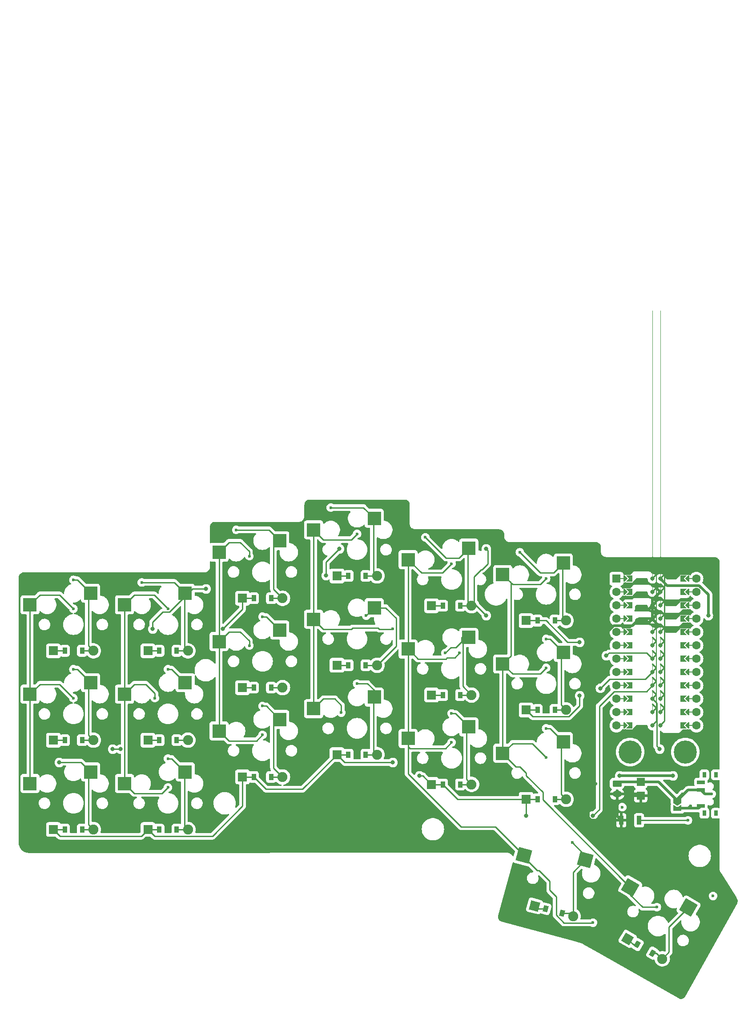
<source format=gbr>
%TF.GenerationSoftware,KiCad,Pcbnew,(7.0.0-0)*%
%TF.CreationDate,2023-02-19T20:14:33+01:00*%
%TF.ProjectId,karlkb_6x3,6b61726c-6b62-45f3-9678-332e6b696361,v0.1*%
%TF.SameCoordinates,Original*%
%TF.FileFunction,Copper,L1,Top*%
%TF.FilePolarity,Positive*%
%FSLAX46Y46*%
G04 Gerber Fmt 4.6, Leading zero omitted, Abs format (unit mm)*
G04 Created by KiCad (PCBNEW (7.0.0-0)) date 2023-02-19 20:14:33*
%MOMM*%
%LPD*%
G01*
G04 APERTURE LIST*
G04 Aperture macros list*
%AMRoundRect*
0 Rectangle with rounded corners*
0 $1 Rounding radius*
0 $2 $3 $4 $5 $6 $7 $8 $9 X,Y pos of 4 corners*
0 Add a 4 corners polygon primitive as box body*
4,1,4,$2,$3,$4,$5,$6,$7,$8,$9,$2,$3,0*
0 Add four circle primitives for the rounded corners*
1,1,$1+$1,$2,$3*
1,1,$1+$1,$4,$5*
1,1,$1+$1,$6,$7*
1,1,$1+$1,$8,$9*
0 Add four rect primitives between the rounded corners*
20,1,$1+$1,$2,$3,$4,$5,0*
20,1,$1+$1,$4,$5,$6,$7,0*
20,1,$1+$1,$6,$7,$8,$9,0*
20,1,$1+$1,$8,$9,$2,$3,0*%
%AMRotRect*
0 Rectangle, with rotation*
0 The origin of the aperture is its center*
0 $1 length*
0 $2 width*
0 $3 Rotation angle, in degrees counterclockwise*
0 Add horizontal line*
21,1,$1,$2,0,0,$3*%
%AMFreePoly0*
4,1,50,0.088388,4.152388,0.850389,3.390388,0.863767,3.372517,0.867157,3.369580,0.867925,3.366962,0.871711,3.361906,0.878287,3.331671,0.887000,3.302000,0.887000,0.762000,0.883823,0.739906,0.884144,0.735429,0.882835,0.733032,0.881937,0.726783,0.865213,0.700760,0.850389,0.673612,0.088388,-0.088388,0.064431,-0.106321,0.062500,-0.108253,0.061490,-0.108523,0.059906,-0.109710,
0.044798,-0.112996,0.000000,-0.125000,-0.004652,-0.123753,-0.008917,-0.124682,-0.028634,-0.117327,-0.062500,-0.108253,-0.068172,-0.102580,-0.074910,-0.100068,-0.087486,-0.083266,-0.108253,-0.062500,-0.111163,-0.051638,-0.117119,-0.043683,-0.118510,-0.024217,-0.125000,0.000000,-0.121245,0.014013,-0.122144,0.026571,-0.113772,0.041902,-0.108253,0.062500,-0.108252,0.062500,-0.095631,0.075121,
-0.088388,0.088388,0.637000,0.813777,0.637000,3.250223,-0.088388,3.975612,-0.109710,4.004094,-0.124682,4.072917,-0.100068,4.138910,-0.043683,4.181119,0.026571,4.186144,0.088388,4.152388,0.088388,4.152388,$1*%
%AMFreePoly1*
4,1,50,0.088388,4.152388,0.854389,3.386388,0.867767,3.368517,0.871157,3.365580,0.871925,3.362962,0.875711,3.357906,0.882287,3.327671,0.891000,3.298000,0.891000,0.766000,0.887823,0.743906,0.888144,0.739429,0.886835,0.737032,0.885937,0.730783,0.869213,0.704760,0.854389,0.677612,0.088388,-0.088388,0.064431,-0.106321,0.062500,-0.108253,0.061490,-0.108523,0.059906,-0.109710,
0.044798,-0.112996,0.000000,-0.125000,-0.004652,-0.123753,-0.008917,-0.124682,-0.028634,-0.117327,-0.062500,-0.108253,-0.068172,-0.102580,-0.074910,-0.100068,-0.087486,-0.083266,-0.108253,-0.062500,-0.111163,-0.051638,-0.117119,-0.043683,-0.118510,-0.024217,-0.125000,0.000000,-0.121245,0.014013,-0.122144,0.026571,-0.113772,0.041902,-0.108253,0.062500,-0.108252,0.062500,-0.095631,0.075121,
-0.088388,0.088388,0.641000,0.817777,0.641000,3.246223,-0.088388,3.975612,-0.109710,4.004094,-0.124682,4.072917,-0.100068,4.138910,-0.043683,4.181119,0.026571,4.186144,0.088388,4.152388,0.088388,4.152388,$1*%
%AMFreePoly2*
4,1,6,0.600000,-0.250000,-0.600000,-0.250000,-0.600000,1.000000,0.000000,0.400000,0.600000,1.000000,0.600000,-0.250000,0.600000,-0.250000,$1*%
%AMFreePoly3*
4,1,5,0.125000,-0.500000,-0.125000,-0.500000,-0.125000,0.500000,0.125000,0.500000,0.125000,-0.500000,0.125000,-0.500000,$1*%
%AMFreePoly4*
4,1,6,0.600000,0.200000,0.000000,-0.400000,-0.600000,0.200000,-0.600000,0.400000,0.600000,0.400000,0.600000,0.200000,0.600000,0.200000,$1*%
%AMFreePoly5*
4,1,6,1.000000,0.000000,0.500000,-0.750000,-0.500000,-0.750000,-0.500000,0.750000,0.500000,0.750000,1.000000,0.000000,1.000000,0.000000,$1*%
%AMFreePoly6*
4,1,6,0.500000,-0.750000,-0.650000,-0.750000,-0.150000,0.000000,-0.650000,0.750000,0.500000,0.750000,0.500000,-0.750000,0.500000,-0.750000,$1*%
G04 Aperture macros list end*
%TA.AperFunction,SMDPad,CuDef*%
%ADD10R,2.600000X2.600000*%
%TD*%
%TA.AperFunction,SMDPad,CuDef*%
%ADD11RotRect,2.600000X2.600000X345.000000*%
%TD*%
%TA.AperFunction,SMDPad,CuDef*%
%ADD12RotRect,2.600000X2.600000X330.000000*%
%TD*%
%TA.AperFunction,SMDPad,CuDef*%
%ADD13R,0.900000X1.200000*%
%TD*%
%TA.AperFunction,ComponentPad*%
%ADD14C,1.905000*%
%TD*%
%TA.AperFunction,ComponentPad*%
%ADD15R,1.778000X1.778000*%
%TD*%
%TA.AperFunction,SMDPad,CuDef*%
%ADD16RotRect,0.900000X1.200000X345.000000*%
%TD*%
%TA.AperFunction,ComponentPad*%
%ADD17RotRect,1.778000X1.778000X345.000000*%
%TD*%
%TA.AperFunction,SMDPad,CuDef*%
%ADD18RotRect,0.900000X1.200000X330.000000*%
%TD*%
%TA.AperFunction,ComponentPad*%
%ADD19RotRect,1.778000X1.778000X330.000000*%
%TD*%
%TA.AperFunction,SMDPad,CuDef*%
%ADD20FreePoly0,90.000000*%
%TD*%
%TA.AperFunction,SMDPad,CuDef*%
%ADD21FreePoly1,270.000000*%
%TD*%
%TA.AperFunction,ComponentPad*%
%ADD22C,0.800000*%
%TD*%
%TA.AperFunction,SMDPad,CuDef*%
%ADD23FreePoly2,270.000000*%
%TD*%
%TA.AperFunction,SMDPad,CuDef*%
%ADD24FreePoly3,270.000000*%
%TD*%
%TA.AperFunction,SMDPad,CuDef*%
%ADD25FreePoly4,270.000000*%
%TD*%
%TA.AperFunction,SMDPad,CuDef*%
%ADD26FreePoly2,90.000000*%
%TD*%
%TA.AperFunction,SMDPad,CuDef*%
%ADD27FreePoly4,90.000000*%
%TD*%
%TA.AperFunction,SMDPad,CuDef*%
%ADD28FreePoly3,90.000000*%
%TD*%
%TA.AperFunction,ComponentPad*%
%ADD29R,1.600000X1.600000*%
%TD*%
%TA.AperFunction,ComponentPad*%
%ADD30C,1.600000*%
%TD*%
%TA.AperFunction,ComponentPad*%
%ADD31RoundRect,0.250000X-0.625000X-0.350000X0.625000X-0.350000X0.625000X0.350000X-0.625000X0.350000X0*%
%TD*%
%TA.AperFunction,ComponentPad*%
%ADD32O,1.750000X1.200000*%
%TD*%
%TA.AperFunction,SMDPad,CuDef*%
%ADD33R,1.500000X1.500000*%
%TD*%
%TA.AperFunction,SMDPad,CuDef*%
%ADD34FreePoly5,270.000000*%
%TD*%
%TA.AperFunction,SMDPad,CuDef*%
%ADD35FreePoly6,270.000000*%
%TD*%
%TA.AperFunction,SMDPad,CuDef*%
%ADD36R,1.500000X0.700000*%
%TD*%
%TA.AperFunction,SMDPad,CuDef*%
%ADD37R,0.800000X1.000000*%
%TD*%
%TA.AperFunction,SMDPad,CuDef*%
%ADD38R,0.900000X1.700000*%
%TD*%
%TA.AperFunction,ComponentPad*%
%ADD39C,4.400000*%
%TD*%
%TA.AperFunction,ViaPad*%
%ADD40C,0.800000*%
%TD*%
%TA.AperFunction,ViaPad*%
%ADD41C,0.600000*%
%TD*%
%TA.AperFunction,Conductor*%
%ADD42C,0.250000*%
%TD*%
%TA.AperFunction,Conductor*%
%ADD43C,0.500000*%
%TD*%
G04 APERTURE END LIST*
D10*
%TO.P,S1,1*%
%TO.N,outer_bottom*%
X153274999Y-144049999D03*
%TO.P,S1,2*%
%TO.N,P16*%
X141724999Y-146249999D03*
%TD*%
%TO.P,S2,1*%
%TO.N,outer_home*%
X153274999Y-127049999D03*
%TO.P,S2,2*%
%TO.N,P16*%
X141724999Y-129249999D03*
%TD*%
%TO.P,S3,1*%
%TO.N,outer_top*%
X153274999Y-110049999D03*
%TO.P,S3,2*%
%TO.N,P16*%
X141724999Y-112249999D03*
%TD*%
%TO.P,S4,1*%
%TO.N,pinky_bottom*%
X171274999Y-144049999D03*
%TO.P,S4,2*%
%TO.N,P20*%
X159724999Y-146249999D03*
%TD*%
%TO.P,S5,1*%
%TO.N,pinky_home*%
X171274999Y-127049999D03*
%TO.P,S5,2*%
%TO.N,P20*%
X159724999Y-129249999D03*
%TD*%
%TO.P,S6,1*%
%TO.N,pinky_top*%
X171274999Y-110049999D03*
%TO.P,S6,2*%
%TO.N,P20*%
X159724999Y-112249999D03*
%TD*%
%TO.P,S7,1*%
%TO.N,ring_bottom*%
X189274999Y-134049999D03*
%TO.P,S7,2*%
%TO.N,P19*%
X177724999Y-136249999D03*
%TD*%
%TO.P,S8,1*%
%TO.N,ring_home*%
X189274999Y-117049999D03*
%TO.P,S8,2*%
%TO.N,P19*%
X177724999Y-119249999D03*
%TD*%
%TO.P,S9,1*%
%TO.N,ring_top*%
X189274999Y-100049999D03*
%TO.P,S9,2*%
%TO.N,P19*%
X177724999Y-102249999D03*
%TD*%
%TO.P,S10,1*%
%TO.N,middle_bottom*%
X207274999Y-129799999D03*
%TO.P,S10,2*%
%TO.N,P18*%
X195724999Y-131999999D03*
%TD*%
%TO.P,S11,1*%
%TO.N,middle_home*%
X207274999Y-112799999D03*
%TO.P,S11,2*%
%TO.N,P18*%
X195724999Y-114999999D03*
%TD*%
%TO.P,S12,1*%
%TO.N,middle_top*%
X207274999Y-95799999D03*
%TO.P,S12,2*%
%TO.N,P18*%
X195724999Y-97999999D03*
%TD*%
%TO.P,S13,1*%
%TO.N,index_bottom*%
X225274999Y-135466666D03*
%TO.P,S13,2*%
%TO.N,P15*%
X213724999Y-137666666D03*
%TD*%
%TO.P,S14,1*%
%TO.N,index_home*%
X225274999Y-118466666D03*
%TO.P,S14,2*%
%TO.N,P15*%
X213724999Y-120666666D03*
%TD*%
%TO.P,S15,1*%
%TO.N,index_top*%
X225274999Y-101466666D03*
%TO.P,S15,2*%
%TO.N,P15*%
X213724999Y-103666666D03*
%TD*%
%TO.P,S16,1*%
%TO.N,inner_bottom*%
X243274999Y-138299999D03*
%TO.P,S16,2*%
%TO.N,P14*%
X231724999Y-140499999D03*
%TD*%
%TO.P,S17,1*%
%TO.N,inner_home*%
X243274999Y-121299999D03*
%TO.P,S17,2*%
%TO.N,P14*%
X231724999Y-123499999D03*
%TD*%
%TO.P,S18,1*%
%TO.N,inner_top*%
X243274999Y-104299999D03*
%TO.P,S18,2*%
%TO.N,P14*%
X231724999Y-106499999D03*
%TD*%
D11*
%TO.P,S19,1*%
%TO.N,home_thumb*%
X247476658Y-160785227D03*
%TO.P,S19,2*%
%TO.N,P15*%
X235750813Y-159920904D03*
%TD*%
D12*
%TO.P,S20,1*%
%TO.N,far_thumb*%
X267122110Y-169848027D03*
%TO.P,S20,2*%
%TO.N,P14*%
X256019517Y-165978283D03*
%TD*%
D13*
%TO.P,D1,1*%
%TO.N,P6*%
X148349999Y-154999999D03*
%TO.P,D1,2*%
%TO.N,outer_bottom*%
X151649999Y-154999999D03*
D14*
%TO.P,D1,1*%
X153810000Y-155000000D03*
D15*
%TO.P,D1,2*%
%TO.N,P6*%
X146189999Y-154999999D03*
%TD*%
D13*
%TO.P,D2,1*%
%TO.N,P5*%
X148349999Y-137999999D03*
%TO.P,D2,2*%
%TO.N,outer_home*%
X151649999Y-137999999D03*
D14*
%TO.P,D2,1*%
X153810000Y-138000000D03*
D15*
%TO.P,D2,2*%
%TO.N,P5*%
X146189999Y-137999999D03*
%TD*%
D13*
%TO.P,D3,1*%
%TO.N,P4*%
X148349999Y-120999999D03*
%TO.P,D3,2*%
%TO.N,outer_top*%
X151649999Y-120999999D03*
D14*
%TO.P,D3,1*%
X153810000Y-121000000D03*
D15*
%TO.P,D3,2*%
%TO.N,P4*%
X146189999Y-120999999D03*
%TD*%
D13*
%TO.P,D4,1*%
%TO.N,P6*%
X166349999Y-154999999D03*
%TO.P,D4,2*%
%TO.N,pinky_bottom*%
X169649999Y-154999999D03*
D14*
%TO.P,D4,1*%
X171810000Y-155000000D03*
D15*
%TO.P,D4,2*%
%TO.N,P6*%
X164189999Y-154999999D03*
%TD*%
D13*
%TO.P,D5,1*%
%TO.N,P5*%
X166349999Y-137999999D03*
%TO.P,D5,2*%
%TO.N,pinky_home*%
X169649999Y-137999999D03*
D14*
%TO.P,D5,1*%
X171810000Y-138000000D03*
D15*
%TO.P,D5,2*%
%TO.N,P5*%
X164189999Y-137999999D03*
%TD*%
D13*
%TO.P,D6,1*%
%TO.N,P4*%
X166349999Y-120999999D03*
%TO.P,D6,2*%
%TO.N,pinky_top*%
X169649999Y-120999999D03*
D14*
%TO.P,D6,1*%
X171810000Y-121000000D03*
D15*
%TO.P,D6,2*%
%TO.N,P4*%
X164189999Y-120999999D03*
%TD*%
D13*
%TO.P,D7,1*%
%TO.N,P6*%
X184349999Y-144999999D03*
%TO.P,D7,2*%
%TO.N,ring_bottom*%
X187649999Y-144999999D03*
D14*
%TO.P,D7,1*%
X189810000Y-145000000D03*
D15*
%TO.P,D7,2*%
%TO.N,P6*%
X182189999Y-144999999D03*
%TD*%
D13*
%TO.P,D8,1*%
%TO.N,P5*%
X184349999Y-127999999D03*
%TO.P,D8,2*%
%TO.N,ring_home*%
X187649999Y-127999999D03*
D14*
%TO.P,D8,1*%
X189810000Y-128000000D03*
D15*
%TO.P,D8,2*%
%TO.N,P5*%
X182189999Y-127999999D03*
%TD*%
D13*
%TO.P,D9,1*%
%TO.N,P4*%
X184349999Y-110999999D03*
%TO.P,D9,2*%
%TO.N,ring_top*%
X187649999Y-110999999D03*
D14*
%TO.P,D9,1*%
X189810000Y-111000000D03*
D15*
%TO.P,D9,2*%
%TO.N,P4*%
X182189999Y-110999999D03*
%TD*%
D13*
%TO.P,D10,1*%
%TO.N,P6*%
X202349999Y-140749999D03*
%TO.P,D10,2*%
%TO.N,middle_bottom*%
X205649999Y-140749999D03*
D14*
%TO.P,D10,1*%
X207810000Y-140750000D03*
D15*
%TO.P,D10,2*%
%TO.N,P6*%
X200189999Y-140749999D03*
%TD*%
D13*
%TO.P,D11,1*%
%TO.N,P5*%
X202349999Y-123749999D03*
%TO.P,D11,2*%
%TO.N,middle_home*%
X205649999Y-123749999D03*
D14*
%TO.P,D11,1*%
X207810000Y-123750000D03*
D15*
%TO.P,D11,2*%
%TO.N,P5*%
X200189999Y-123749999D03*
%TD*%
D13*
%TO.P,D12,1*%
%TO.N,P4*%
X202349999Y-106749999D03*
%TO.P,D12,2*%
%TO.N,middle_top*%
X205649999Y-106749999D03*
D14*
%TO.P,D12,1*%
X207810000Y-106750000D03*
D15*
%TO.P,D12,2*%
%TO.N,P4*%
X200189999Y-106749999D03*
%TD*%
D13*
%TO.P,D13,1*%
%TO.N,P6*%
X220349999Y-146416666D03*
%TO.P,D13,2*%
%TO.N,index_bottom*%
X223649999Y-146416666D03*
D14*
%TO.P,D13,1*%
X225810000Y-146416667D03*
D15*
%TO.P,D13,2*%
%TO.N,P6*%
X218189999Y-146416666D03*
%TD*%
D13*
%TO.P,D14,1*%
%TO.N,P5*%
X220349999Y-129416666D03*
%TO.P,D14,2*%
%TO.N,index_home*%
X223649999Y-129416666D03*
D14*
%TO.P,D14,1*%
X225810000Y-129416667D03*
D15*
%TO.P,D14,2*%
%TO.N,P5*%
X218189999Y-129416666D03*
%TD*%
D13*
%TO.P,D15,1*%
%TO.N,P4*%
X220349999Y-112416666D03*
%TO.P,D15,2*%
%TO.N,index_top*%
X223649999Y-112416666D03*
D14*
%TO.P,D15,1*%
X225810000Y-112416667D03*
D15*
%TO.P,D15,2*%
%TO.N,P4*%
X218189999Y-112416666D03*
%TD*%
D13*
%TO.P,D16,1*%
%TO.N,P6*%
X238349999Y-149249999D03*
%TO.P,D16,2*%
%TO.N,inner_bottom*%
X241649999Y-149249999D03*
D14*
%TO.P,D16,1*%
X243810000Y-149250000D03*
D15*
%TO.P,D16,2*%
%TO.N,P6*%
X236189999Y-149249999D03*
%TD*%
D13*
%TO.P,D17,1*%
%TO.N,P5*%
X238349999Y-132249999D03*
%TO.P,D17,2*%
%TO.N,inner_home*%
X241649999Y-132249999D03*
D14*
%TO.P,D17,1*%
X243810000Y-132250000D03*
D15*
%TO.P,D17,2*%
%TO.N,P5*%
X236189999Y-132249999D03*
%TD*%
D13*
%TO.P,D18,1*%
%TO.N,P4*%
X238349999Y-115249999D03*
%TO.P,D18,2*%
%TO.N,inner_top*%
X241649999Y-115249999D03*
D14*
%TO.P,D18,1*%
X243810000Y-115250000D03*
D15*
%TO.P,D18,2*%
%TO.N,P4*%
X236189999Y-115249999D03*
%TD*%
D16*
%TO.P,D19,1*%
%TO.N,P7*%
X239885405Y-170087431D03*
%TO.P,D19,2*%
%TO.N,home_thumb*%
X243072961Y-170941533D03*
D14*
%TO.P,D19,1*%
X245159361Y-171500584D03*
D17*
%TO.P,D19,2*%
%TO.N,P7*%
X237799006Y-169528381D03*
%TD*%
D18*
%TO.P,D20,1*%
%TO.N,P7*%
X257381935Y-176868505D03*
%TO.P,D20,2*%
%TO.N,far_thumb*%
X260239819Y-178518505D03*
D14*
%TO.P,D20,1*%
X262110435Y-179598506D03*
D19*
%TO.P,D20,2*%
%TO.N,P7*%
X255511320Y-175788505D03*
%TD*%
D20*
%TO.P,MCU1,13*%
%TO.N,P9*%
X260238000Y-135220000D03*
D21*
%TO.P,MCU1,12*%
%TO.N,P10*%
X261762000Y-135220000D03*
D22*
X261762000Y-135220000D03*
%TO.P,MCU1,13*%
%TO.N,P9*%
X260238000Y-135220000D03*
D20*
%TO.P,MCU1,14*%
%TO.N,P8*%
X260238000Y-132680000D03*
D21*
%TO.P,MCU1,11*%
%TO.N,P16*%
X261762000Y-132680000D03*
D22*
X261762000Y-132680000D03*
%TO.P,MCU1,14*%
%TO.N,P8*%
X260238000Y-132680000D03*
D20*
%TO.P,MCU1,15*%
%TO.N,P7*%
X260238000Y-130140000D03*
D21*
%TO.P,MCU1,10*%
%TO.N,P14*%
X261762000Y-130140000D03*
D22*
X261762000Y-130140000D03*
%TO.P,MCU1,15*%
%TO.N,P7*%
X260238000Y-130140000D03*
D20*
%TO.P,MCU1,16*%
%TO.N,P6*%
X260238000Y-127600000D03*
D21*
%TO.P,MCU1,9*%
%TO.N,P15*%
X261762000Y-127600000D03*
D22*
X261762000Y-127600000D03*
%TO.P,MCU1,16*%
%TO.N,P6*%
X260238000Y-127600000D03*
D20*
%TO.P,MCU1,17*%
%TO.N,P5*%
X260238000Y-125060000D03*
D21*
%TO.P,MCU1,8*%
%TO.N,P18*%
X261762000Y-125060000D03*
D22*
X261762000Y-125060000D03*
%TO.P,MCU1,17*%
%TO.N,P5*%
X260238000Y-125060000D03*
D20*
%TO.P,MCU1,18*%
%TO.N,P4*%
X260238000Y-122520000D03*
D21*
%TO.P,MCU1,7*%
%TO.N,P19*%
X261762000Y-122520000D03*
D22*
X261762000Y-122520000D03*
%TO.P,MCU1,18*%
%TO.N,P4*%
X260238000Y-122520000D03*
D20*
%TO.P,MCU1,19*%
%TO.N,P3*%
X260238000Y-119980000D03*
D21*
%TO.P,MCU1,6*%
%TO.N,P20*%
X261762000Y-119980000D03*
D22*
X261762000Y-119980000D03*
%TO.P,MCU1,19*%
%TO.N,P3*%
X260238000Y-119980000D03*
D20*
%TO.P,MCU1,20*%
%TO.N,P2*%
X260238000Y-117440000D03*
D21*
%TO.P,MCU1,5*%
%TO.N,P21*%
X261762000Y-117440000D03*
D22*
X261762000Y-117440000D03*
%TO.P,MCU1,20*%
%TO.N,P2*%
X260238000Y-117440000D03*
D20*
%TO.P,MCU1,21*%
%TO.N,GND*%
X260238000Y-114900000D03*
D21*
%TO.P,MCU1,4*%
%TO.N,VCC*%
X261762000Y-114900000D03*
D22*
X261762000Y-114900000D03*
%TO.P,MCU1,21*%
%TO.N,GND*%
X260238000Y-114900000D03*
D20*
%TO.P,MCU1,22*%
X260238000Y-112360000D03*
D21*
%TO.P,MCU1,3*%
%TO.N,RST*%
X261762000Y-112360000D03*
D22*
X261762000Y-112360000D03*
%TO.P,MCU1,22*%
%TO.N,GND*%
X260238000Y-112360000D03*
D20*
%TO.P,MCU1,24*%
%TO.N,P1*%
X260238000Y-107280000D03*
D21*
%TO.P,MCU1,1*%
%TO.N,RAW*%
X261762000Y-107280000D03*
D22*
X261762000Y-107280000D03*
%TO.P,MCU1,24*%
%TO.N,P1*%
X260238000Y-107280000D03*
%TO.P,MCU1,23*%
%TO.N,P0*%
X260238000Y-109820000D03*
%TO.P,MCU1,2*%
%TO.N,GND*%
X261762000Y-109820000D03*
D20*
%TO.P,MCU1,23*%
%TO.N,P0*%
X260238000Y-109820000D03*
D23*
%TO.P,MCU1,5*%
%TO.N,P21*%
X265826000Y-117440000D03*
D24*
%TO.P,MCU1,*%
%TO.N,*%
X267350000Y-132680000D03*
D23*
%TO.P,MCU1,11*%
%TO.N,P16*%
X265826000Y-132680000D03*
D25*
%TO.P,MCU1,*%
%TO.N,*%
X266842000Y-132680000D03*
X266842000Y-130140000D03*
D23*
%TO.P,MCU1,10*%
%TO.N,P14*%
X265826000Y-130140000D03*
D25*
%TO.P,MCU1,*%
%TO.N,*%
X266842000Y-127600000D03*
X266842000Y-119980000D03*
X266842000Y-117440000D03*
D24*
X267350000Y-114900000D03*
D23*
%TO.P,MCU1,9*%
%TO.N,P15*%
X265826000Y-127600000D03*
D24*
%TO.P,MCU1,*%
%TO.N,*%
X267350000Y-119980000D03*
X267350000Y-125060000D03*
X267350000Y-117440000D03*
D25*
X266842000Y-135220000D03*
D24*
X267350000Y-127600000D03*
D25*
X266842000Y-125060000D03*
D23*
%TO.P,MCU1,12*%
%TO.N,P10*%
X265826000Y-135220000D03*
D24*
%TO.P,MCU1,*%
%TO.N,*%
X267350000Y-122520000D03*
D23*
%TO.P,MCU1,8*%
%TO.N,P18*%
X265826000Y-125060000D03*
D24*
%TO.P,MCU1,*%
%TO.N,*%
X267350000Y-130140000D03*
D25*
X266842000Y-122520000D03*
D24*
X267350000Y-135220000D03*
D23*
%TO.P,MCU1,7*%
%TO.N,P19*%
X265826000Y-122520000D03*
%TO.P,MCU1,6*%
%TO.N,P20*%
X265826000Y-119980000D03*
D25*
%TO.P,MCU1,*%
%TO.N,*%
X266842000Y-114900000D03*
X266842000Y-109820000D03*
D23*
%TO.P,MCU1,4*%
%TO.N,VCC*%
X265826000Y-114900000D03*
D24*
%TO.P,MCU1,*%
%TO.N,*%
X267350000Y-107280000D03*
D23*
%TO.P,MCU1,2*%
%TO.N,GND*%
X265826000Y-109820000D03*
D24*
%TO.P,MCU1,*%
%TO.N,*%
X267350000Y-109820000D03*
D25*
X266842000Y-107280000D03*
X266842000Y-112360000D03*
D24*
X267350000Y-112360000D03*
D23*
%TO.P,MCU1,3*%
%TO.N,RST*%
X265826000Y-112360000D03*
%TO.P,MCU1,1*%
%TO.N,RAW*%
X265826000Y-107280000D03*
D26*
%TO.P,MCU1,13*%
%TO.N,P9*%
X256174000Y-135220000D03*
D27*
%TO.P,MCU1,*%
%TO.N,*%
X255158000Y-135220000D03*
D28*
X254650000Y-135220000D03*
D26*
%TO.P,MCU1,14*%
%TO.N,P8*%
X256174000Y-132680000D03*
D27*
%TO.P,MCU1,*%
%TO.N,*%
X255158000Y-132680000D03*
D28*
X254650000Y-132680000D03*
D26*
%TO.P,MCU1,15*%
%TO.N,P7*%
X256174000Y-130140000D03*
D27*
%TO.P,MCU1,*%
%TO.N,*%
X255158000Y-130140000D03*
D28*
X254650000Y-130140000D03*
D26*
%TO.P,MCU1,16*%
%TO.N,P6*%
X256174000Y-127600000D03*
D27*
%TO.P,MCU1,*%
%TO.N,*%
X255158000Y-127600000D03*
D28*
X254650000Y-127600000D03*
D26*
%TO.P,MCU1,17*%
%TO.N,P5*%
X256174000Y-125060000D03*
D27*
%TO.P,MCU1,*%
%TO.N,*%
X255158000Y-125060000D03*
D28*
X254650000Y-125060000D03*
D26*
%TO.P,MCU1,18*%
%TO.N,P4*%
X256174000Y-122520000D03*
D27*
%TO.P,MCU1,*%
%TO.N,*%
X255158000Y-122520000D03*
D28*
X254650000Y-122520000D03*
D26*
%TO.P,MCU1,19*%
%TO.N,P3*%
X256174000Y-119980000D03*
D27*
%TO.P,MCU1,*%
%TO.N,*%
X255158000Y-119980000D03*
D28*
X254650000Y-119980000D03*
D26*
%TO.P,MCU1,20*%
%TO.N,P2*%
X256174000Y-117440000D03*
D27*
%TO.P,MCU1,*%
%TO.N,*%
X255158000Y-117440000D03*
D28*
X254650000Y-117440000D03*
D26*
%TO.P,MCU1,21*%
%TO.N,GND*%
X256174000Y-114900000D03*
D27*
%TO.P,MCU1,*%
%TO.N,*%
X255158000Y-114900000D03*
D28*
X254650000Y-114900000D03*
D26*
%TO.P,MCU1,22*%
%TO.N,GND*%
X256174000Y-112360000D03*
D27*
%TO.P,MCU1,*%
%TO.N,*%
X255158000Y-112360000D03*
D28*
X254650000Y-112360000D03*
D26*
%TO.P,MCU1,23*%
%TO.N,P0*%
X256174000Y-109820000D03*
D27*
%TO.P,MCU1,*%
%TO.N,*%
X255158000Y-109820000D03*
D28*
X254650000Y-109820000D03*
D29*
X253379999Y-107279999D03*
D28*
X254650000Y-107280000D03*
D26*
%TO.P,MCU1,24*%
%TO.N,P1*%
X256174000Y-107280000D03*
D27*
%TO.P,MCU1,*%
%TO.N,*%
X255158000Y-107280000D03*
D30*
X268620000Y-107280000D03*
X268620000Y-109820000D03*
X268620000Y-112360000D03*
X268620000Y-114900000D03*
X268620000Y-117440000D03*
X268620000Y-119980000D03*
X268620000Y-122520000D03*
X268620000Y-125060000D03*
X268620000Y-127600000D03*
X268620000Y-130140000D03*
X268620000Y-132680000D03*
X268620000Y-135220000D03*
X253380000Y-135220000D03*
X253380000Y-132680000D03*
X253380000Y-130140000D03*
X253380000Y-127600000D03*
X253380000Y-125060000D03*
X253380000Y-122520000D03*
X253380000Y-119980000D03*
X253380000Y-117440000D03*
X253380000Y-114900000D03*
X253380000Y-112360000D03*
X253380000Y-109820000D03*
X253380000Y-107280000D03*
D21*
%TO.P,MCU1,2*%
%TO.N,GND*%
X261762000Y-109820000D03*
%TD*%
D31*
%TO.P,_2,1*%
%TO.N,Bplus*%
X253500000Y-146250000D03*
D32*
%TO.P,_2,2*%
%TO.N,GND*%
X253499999Y-148249999D03*
D31*
%TO.P,_2,1*%
%TO.N,Bplus*%
X253500000Y-146250000D03*
D32*
%TO.P,_2,2*%
%TO.N,GND*%
X253499999Y-148249999D03*
%TD*%
D33*
%TO.P,PAD1,1*%
%TO.N,Bplus*%
X257999999Y-145949999D03*
%TD*%
%TO.P,PAD2,1*%
%TO.N,GND*%
X257999999Y-148549999D03*
%TD*%
D34*
%TO.P,J2,1*%
%TO.N,Bplus*%
X265000000Y-149525000D03*
D35*
%TO.P,J2,2*%
%TO.N,RAW*%
X265000000Y-150975000D03*
%TD*%
D36*
%TO.P,_3,1*%
%TO.N,RAW*%
X269469999Y-150499999D03*
%TO.P,_3,2*%
%TO.N,Bplus*%
X269469999Y-147499999D03*
%TO.P,_3,3*%
%TO.N,N/C*%
X269469999Y-145999999D03*
D37*
%TO.P,_3,*%
%TO.N,*%
X272329999Y-151899999D03*
X272329999Y-144599999D03*
X270119999Y-144599999D03*
X270119999Y-151899999D03*
%TD*%
D38*
%TO.P,_4_B,1*%
%TO.N,RST*%
X257699999Y-153249999D03*
%TO.P,_4_B,2*%
%TO.N,GND*%
X254299999Y-153249999D03*
%TD*%
D39*
%TO.P,_73,1*%
%TO.N,N/C*%
X256000000Y-140250000D03*
%TD*%
%TO.P,_74,1*%
%TO.N,N/C*%
X266500000Y-140250000D03*
%TD*%
D40*
%TO.N,RAW*%
X270880500Y-114300000D03*
%TO.N,P5*%
X250330200Y-128129800D03*
X246380000Y-129540000D03*
X159000500Y-139700000D03*
X157480000Y-139700000D03*
%TO.N,P4*%
X251460000Y-121920000D03*
X246380000Y-119380000D03*
X178449500Y-116840000D03*
%TO.N,Bplus*%
X254000000Y-144780000D03*
X264160000Y-144780000D03*
%TO.N,P7*%
X261620000Y-139700000D03*
%TO.N,index_top*%
X228600000Y-101600000D03*
X228600000Y-114300000D03*
%TO.N,middle_top*%
X200660000Y-101600000D03*
X198120000Y-106680000D03*
%TO.N,pinky_top*%
X175260000Y-109220000D03*
X165100000Y-116840000D03*
%TO.N,outer_bottom*%
X147320000Y-142240000D03*
%TO.N,P6*%
X248920000Y-152400000D03*
X236220000Y-152400000D03*
X215900000Y-144780000D03*
X210820000Y-142240000D03*
D41*
%TO.N,RAW*%
X267500000Y-150550000D03*
%TO.N,Bplus*%
X266000000Y-148250000D03*
%TO.N,GND*%
X197000000Y-103000000D03*
X198000000Y-109000000D03*
X237000000Y-112250000D03*
X233000000Y-129250000D03*
X237000000Y-146750000D03*
X245000000Y-146750000D03*
X249500000Y-146250000D03*
%TO.N,RST*%
X254500000Y-150750000D03*
X267000000Y-153250000D03*
%TO.N,Bplus*%
X271500000Y-148250000D03*
%TO.N,P20*%
X168000000Y-113000000D03*
%TO.N,pinky_top*%
X163000000Y-108000000D03*
%TO.N,P20*%
X165500000Y-130000000D03*
%TO.N,pinky_home*%
X168000000Y-124500000D03*
%TO.N,P20*%
X168000000Y-147000000D03*
%TO.N,pinky_bottom*%
X168000000Y-141500000D03*
%TO.N,P19*%
X183500000Y-103000000D03*
%TO.N,ring_top*%
X181000000Y-98000000D03*
%TO.N,P19*%
X183500000Y-120000000D03*
%TO.N,ring_home*%
X186000000Y-114500000D03*
%TO.N,P19*%
X186000000Y-137000000D03*
%TO.N,ring_bottom*%
X186000000Y-131500000D03*
%TO.N,P18*%
X204000000Y-98750000D03*
%TO.N,middle_top*%
X199000000Y-93750000D03*
%TO.N,P18*%
X210820000Y-116840000D03*
%TO.N,middle_home*%
X205740000Y-114300000D03*
%TO.N,P18*%
X201000000Y-132750000D03*
%TO.N,middle_bottom*%
X204000000Y-127250000D03*
%TO.N,P15*%
X222000000Y-104416667D03*
%TO.N,index_top*%
X217000000Y-99416667D03*
%TO.N,P15*%
X223520000Y-121417167D03*
%TO.N,index_home*%
X220796744Y-121417167D03*
%TO.N,P15*%
X222000000Y-138416667D03*
%TO.N,index_bottom*%
X222000000Y-132916667D03*
%TO.N,P14*%
X240000000Y-107250000D03*
%TO.N,inner_top*%
X235000000Y-102250000D03*
%TO.N,P14*%
X240000000Y-124250000D03*
%TO.N,inner_home*%
X240000000Y-118750000D03*
%TO.N,P14*%
X240000000Y-141250000D03*
%TO.N,inner_bottom*%
X240000000Y-135750000D03*
%TO.N,P15*%
X248920000Y-172720000D03*
%TO.N,home_thumb*%
X244973241Y-157474485D03*
%TO.N,P14*%
X261078827Y-169765303D03*
%TO.N,far_thumb*%
X271780000Y-167640000D03*
%TO.N,P16*%
X150000000Y-113000000D03*
%TO.N,outer_top*%
X150000000Y-107500000D03*
%TO.N,P16*%
X150000000Y-130000000D03*
%TO.N,outer_home*%
X150000000Y-124500000D03*
%TD*%
D42*
%TO.N,P15*%
X235750814Y-159920905D02*
X230300723Y-154470814D01*
X230300723Y-154470814D02*
X223816147Y-154470814D01*
X223816147Y-154470814D02*
X213725000Y-144379667D01*
%TO.N,P5*%
X202350000Y-123750000D02*
X200190000Y-123750000D01*
X184350000Y-128000000D02*
X182190000Y-128000000D01*
%TO.N,P7*%
X257381936Y-176868506D02*
X256591321Y-176868506D01*
X256591321Y-176868506D02*
X255511321Y-175788506D01*
X239885406Y-170087432D02*
X238358057Y-170087432D01*
X238358057Y-170087432D02*
X237799007Y-169528382D01*
%TO.N,P5*%
X220350000Y-129416667D02*
X218190000Y-129416667D01*
%TO.N,middle_home*%
X205650000Y-123750000D02*
X207810000Y-123750000D01*
%TO.N,ring_home*%
X187650000Y-128000000D02*
X189810000Y-128000000D01*
%TO.N,pinky_home*%
X169650000Y-138000000D02*
X171810000Y-138000000D01*
%TO.N,P19*%
X177725000Y-119250000D02*
X179600000Y-117375000D01*
X179600000Y-117375000D02*
X181776650Y-117375000D01*
X181776650Y-117375000D02*
X183500000Y-119098350D01*
X183500000Y-119098350D02*
X183500000Y-120000000D01*
%TO.N,index_home*%
X225810000Y-129416667D02*
X223650000Y-129416667D01*
X225275000Y-118466667D02*
X224145000Y-119596667D01*
X224145000Y-119596667D02*
X224145000Y-127751667D01*
X224145000Y-127751667D02*
X225810000Y-129416667D01*
D43*
%TO.N,RAW*%
X270880500Y-114300000D02*
X270880500Y-110312733D01*
X270880500Y-110312733D02*
X269137767Y-108570000D01*
X269137767Y-108570000D02*
X263052000Y-108570000D01*
X263052000Y-108570000D02*
X261762000Y-107280000D01*
D42*
%TO.N,P15*%
X241907780Y-171289018D02*
X241907780Y-167774354D01*
X240683779Y-166550353D02*
X240683779Y-164819355D01*
X248920000Y-172720000D02*
X248861916Y-172778084D01*
X238651501Y-162787077D02*
X238281111Y-162787077D01*
X248861916Y-172778084D02*
X243396846Y-172778084D01*
X243396846Y-172778084D02*
X241907780Y-171289018D01*
X241907780Y-167774354D02*
X240683779Y-166550353D01*
X240683779Y-164819355D02*
X238651501Y-162787077D01*
X238281111Y-162787077D02*
X235750814Y-160256780D01*
X235750814Y-160256780D02*
X235750814Y-159920905D01*
%TO.N,home_thumb*%
X247476659Y-160785228D02*
X247476659Y-159977903D01*
X247476659Y-159977903D02*
X244973241Y-157474485D01*
%TO.N,P14*%
X261078827Y-169765303D02*
X258353620Y-169765303D01*
X256019518Y-167431201D02*
X256019518Y-165978284D01*
X258353620Y-169765303D02*
X256019518Y-167431201D01*
%TO.N,middle_home*%
X207810000Y-123750000D02*
X211445000Y-120115000D01*
X211445000Y-120115000D02*
X211445000Y-114793350D01*
X211445000Y-114793350D02*
X209451650Y-112800000D01*
X209451650Y-112800000D02*
X207275000Y-112800000D01*
%TO.N,P6*%
X146190000Y-155000000D02*
X147467500Y-156277500D01*
X147467500Y-156277500D02*
X162912500Y-156277500D01*
X162912500Y-156277500D02*
X164190000Y-155000000D01*
X164190000Y-155000000D02*
X165467500Y-156277500D01*
X176462500Y-156277500D02*
X182190000Y-150550000D01*
X165467500Y-156277500D02*
X176462500Y-156277500D01*
X182190000Y-150550000D02*
X182190000Y-145000000D01*
%TO.N,P5*%
X236190000Y-132250000D02*
X237467500Y-133527500D01*
X244339158Y-133527500D02*
X246380000Y-131486658D01*
X237467500Y-133527500D02*
X244339158Y-133527500D01*
X246380000Y-131486658D02*
X246380000Y-129540000D01*
X250330200Y-128129800D02*
X252072000Y-126388000D01*
X252072000Y-126388000D02*
X258910000Y-126388000D01*
X258910000Y-126388000D02*
X260238000Y-125060000D01*
X157480000Y-139700000D02*
X159000500Y-139700000D01*
%TO.N,P4*%
X239950000Y-115250000D02*
X244080000Y-119380000D01*
X251460000Y-121920000D02*
X251985000Y-121395000D01*
X251985000Y-121395000D02*
X259113000Y-121395000D01*
X236190000Y-115250000D02*
X239950000Y-115250000D01*
X244080000Y-119380000D02*
X246380000Y-119380000D01*
X259113000Y-121395000D02*
X260238000Y-122520000D01*
X182190000Y-113099500D02*
X182190000Y-111000000D01*
X178449500Y-116840000D02*
X182190000Y-113099500D01*
D43*
%TO.N,GND*%
X260238000Y-112360000D02*
X260238000Y-111344000D01*
X260238000Y-111344000D02*
X261762000Y-109820000D01*
X260238000Y-114900000D02*
X260238000Y-112360000D01*
X253500000Y-148250000D02*
X253500000Y-149350000D01*
X253500000Y-149350000D02*
X249600000Y-153250000D01*
X248070000Y-152752082D02*
X248070000Y-120982233D01*
X249600000Y-153250000D02*
X248567918Y-153250000D01*
X248567918Y-153250000D02*
X248070000Y-152752082D01*
X248070000Y-120982233D02*
X252862233Y-116190000D01*
X252862233Y-116190000D02*
X256408000Y-116190000D01*
X256408000Y-116190000D02*
X257698000Y-114900000D01*
X257698000Y-114900000D02*
X260238000Y-114900000D01*
X248070000Y-152752082D02*
X248070000Y-147680000D01*
X248070000Y-147680000D02*
X249500000Y-146250000D01*
%TO.N,Bplus*%
X264160000Y-144780000D02*
X254000000Y-144780000D01*
%TO.N,RAW*%
X265000000Y-150975000D02*
X267075000Y-150975000D01*
X267075000Y-150975000D02*
X267500000Y-150550000D01*
D42*
%TO.N,RST*%
X257700000Y-153250000D02*
X267000000Y-153250000D01*
D43*
%TO.N,GND*%
X253500000Y-148250000D02*
X253500000Y-152450000D01*
X253500000Y-152450000D02*
X254300000Y-153250000D01*
X253500000Y-148250000D02*
X257700000Y-148250000D01*
X257700000Y-148250000D02*
X258000000Y-148550000D01*
%TO.N,Bplus*%
X258000000Y-145950000D02*
X253800000Y-145950000D01*
X253800000Y-145950000D02*
X253500000Y-146250000D01*
X258000000Y-145950000D02*
X261425000Y-145950000D01*
X261425000Y-145950000D02*
X265000000Y-149525000D01*
X269470000Y-147500000D02*
X270220000Y-148250000D01*
X270220000Y-148250000D02*
X271500000Y-148250000D01*
X265000000Y-149525000D02*
X265000000Y-149250000D01*
X265000000Y-149250000D02*
X266000000Y-148250000D01*
X265000000Y-149525000D02*
X267025000Y-147500000D01*
X267025000Y-147500000D02*
X269470000Y-147500000D01*
%TO.N,RAW*%
X269470000Y-150500000D02*
X268995000Y-150975000D01*
X268995000Y-150975000D02*
X265000000Y-150975000D01*
D42*
%TO.N,P7*%
X261620000Y-139700000D02*
X261037000Y-139117000D01*
X261037000Y-139117000D02*
X261037000Y-130939000D01*
X261037000Y-130939000D02*
X260238000Y-130140000D01*
%TO.N,index_top*%
X228875000Y-101875000D02*
X228600000Y-101600000D01*
X227776650Y-105541667D02*
X228875000Y-104443317D01*
X227641316Y-105541667D02*
X227776650Y-105541667D01*
X228875000Y-104443317D02*
X228875000Y-101875000D01*
X228600000Y-114300000D02*
X226274100Y-111974100D01*
X226274100Y-106908883D02*
X227641316Y-105541667D01*
X226274100Y-111974100D02*
X226274100Y-106908883D01*
%TO.N,middle_top*%
X198120000Y-104140000D02*
X200660000Y-101600000D01*
X198120000Y-106680000D02*
X198120000Y-104140000D01*
%TO.N,pinky_top*%
X172663884Y-109220000D02*
X175260000Y-109220000D01*
X165100000Y-115533884D02*
X167008884Y-113625000D01*
X168258884Y-113625000D02*
X172663884Y-109220000D01*
X165100000Y-116840000D02*
X165100000Y-115533884D01*
X167008884Y-113625000D02*
X168258884Y-113625000D01*
%TO.N,middle_home*%
X205740000Y-114300000D02*
X207240000Y-112800000D01*
X207240000Y-112800000D02*
X207275000Y-112800000D01*
%TO.N,P18*%
X208008850Y-116660500D02*
X203134501Y-116660500D01*
X203134501Y-116660500D02*
X202920001Y-116875000D01*
X208223350Y-116875000D02*
X208008850Y-116660500D01*
X210785000Y-116875000D02*
X208223350Y-116875000D01*
X210820000Y-116840000D02*
X210785000Y-116875000D01*
X202920001Y-116875000D02*
X197600000Y-116875000D01*
X197600000Y-116875000D02*
X195725000Y-115000000D01*
%TO.N,P15*%
X215600000Y-122541667D02*
X213725000Y-120666667D01*
X222610000Y-122327167D02*
X221134501Y-122327167D01*
X223520000Y-121417167D02*
X222610000Y-122327167D01*
X221134501Y-122327167D02*
X220920001Y-122541667D01*
X220920001Y-122541667D02*
X215600000Y-122541667D01*
%TO.N,index_home*%
X220796744Y-121417167D02*
X221872244Y-120341667D01*
X221872244Y-120341667D02*
X222776650Y-120341667D01*
X222776650Y-120341667D02*
X223875000Y-119243317D01*
X223875000Y-119243317D02*
X223875000Y-118466667D01*
X223875000Y-118466667D02*
X225275000Y-118466667D01*
%TO.N,outer_bottom*%
X151400000Y-142175000D02*
X147385000Y-142175000D01*
X147385000Y-142175000D02*
X147320000Y-142240000D01*
X153275000Y-144050000D02*
X151400000Y-142175000D01*
%TO.N,inner_bottom*%
X243275000Y-138300000D02*
X240725000Y-135750000D01*
X240725000Y-135750000D02*
X240000000Y-135750000D01*
%TO.N,index_bottom*%
X225275000Y-135466667D02*
X222725000Y-132916667D01*
X222725000Y-132916667D02*
X222000000Y-132916667D01*
%TO.N,middle_bottom*%
X207275000Y-129800000D02*
X207275000Y-128535000D01*
X207275000Y-128535000D02*
X205990000Y-127250000D01*
X205990000Y-127250000D02*
X204000000Y-127250000D01*
%TO.N,ring_bottom*%
X189275000Y-134050000D02*
X186725000Y-131500000D01*
X186725000Y-131500000D02*
X186000000Y-131500000D01*
%TO.N,pinky_bottom*%
X171275000Y-144050000D02*
X168725000Y-141500000D01*
X168725000Y-141500000D02*
X168000000Y-141500000D01*
%TO.N,pinky_home*%
X171275000Y-127050000D02*
X168725000Y-124500000D01*
X168725000Y-124500000D02*
X168000000Y-124500000D01*
%TO.N,ring_home*%
X189275000Y-117050000D02*
X186725000Y-114500000D01*
X186725000Y-114500000D02*
X186000000Y-114500000D01*
%TO.N,inner_home*%
X243275000Y-121300000D02*
X240725000Y-118750000D01*
X240725000Y-118750000D02*
X240000000Y-118750000D01*
%TO.N,inner_top*%
X243275000Y-104300000D02*
X241400000Y-106175000D01*
X241400000Y-106175000D02*
X238925000Y-106175000D01*
X238925000Y-106175000D02*
X235000000Y-102250000D01*
%TO.N,index_top*%
X225275000Y-101466667D02*
X223400000Y-103341667D01*
X220925000Y-103341667D02*
X217000000Y-99416667D01*
X223400000Y-103341667D02*
X220925000Y-103341667D01*
%TO.N,middle_top*%
X207275000Y-95800000D02*
X205225000Y-93750000D01*
X205225000Y-93750000D02*
X199000000Y-93750000D01*
%TO.N,ring_top*%
X189275000Y-100050000D02*
X187225000Y-98000000D01*
X187225000Y-98000000D02*
X181000000Y-98000000D01*
%TO.N,pinky_top*%
X171810000Y-121000000D02*
X169650000Y-121000000D01*
X171275000Y-110050000D02*
X171125000Y-110200000D01*
X171125000Y-110200000D02*
X171125000Y-120315000D01*
X171125000Y-120315000D02*
X171810000Y-121000000D01*
X171275000Y-110050000D02*
X169225000Y-108000000D01*
X169225000Y-108000000D02*
X163000000Y-108000000D01*
%TO.N,outer_top*%
X153275000Y-110050000D02*
X150725000Y-107500000D01*
X150725000Y-107500000D02*
X150000000Y-107500000D01*
%TO.N,outer_home*%
X153275000Y-127050000D02*
X150725000Y-124500000D01*
X150725000Y-124500000D02*
X150000000Y-124500000D01*
%TO.N,P5*%
X166350000Y-138000000D02*
X164190000Y-138000000D01*
X148350000Y-138000000D02*
X146190000Y-138000000D01*
%TO.N,P4*%
X148350000Y-121000000D02*
X146190000Y-121000000D01*
%TO.N,outer_top*%
X153275000Y-110050000D02*
X152857500Y-110467500D01*
X152857500Y-110467500D02*
X152857500Y-120047500D01*
X152857500Y-120047500D02*
X153810000Y-121000000D01*
%TO.N,P4*%
X166350000Y-121000000D02*
X164190000Y-121000000D01*
X184350000Y-111000000D02*
X182190000Y-111000000D01*
%TO.N,ring_top*%
X189810000Y-111000000D02*
X187650000Y-111000000D01*
X189275000Y-100050000D02*
X188089500Y-101235500D01*
X188089500Y-101235500D02*
X188089500Y-109279500D01*
X188089500Y-109279500D02*
X189810000Y-111000000D01*
%TO.N,P4*%
X202350000Y-106750000D02*
X200190000Y-106750000D01*
%TO.N,middle_top*%
X207810000Y-106750000D02*
X205650000Y-106750000D01*
X207275000Y-95800000D02*
X207125000Y-95950000D01*
X207125000Y-95950000D02*
X207125000Y-106065000D01*
X207125000Y-106065000D02*
X207810000Y-106750000D01*
%TO.N,P4*%
X220350000Y-112416667D02*
X218190000Y-112416667D01*
%TO.N,index_top*%
X225810000Y-112416667D02*
X223650000Y-112416667D01*
X225275000Y-101466667D02*
X225125000Y-101616667D01*
X225125000Y-101616667D02*
X225125000Y-111731667D01*
X225125000Y-111731667D02*
X225810000Y-112416667D01*
%TO.N,P4*%
X238350000Y-115250000D02*
X236190000Y-115250000D01*
%TO.N,inner_top*%
X243810000Y-115250000D02*
X241650000Y-115250000D01*
X243275000Y-104300000D02*
X243125000Y-104450000D01*
X243125000Y-104450000D02*
X243125000Y-114565000D01*
X243125000Y-114565000D02*
X243810000Y-115250000D01*
%TO.N,inner_home*%
X243810000Y-132250000D02*
X242857500Y-131297500D01*
X242857500Y-131297500D02*
X242857500Y-121717500D01*
X242857500Y-121717500D02*
X243275000Y-121300000D01*
%TO.N,P5*%
X238350000Y-132250000D02*
X236190000Y-132250000D01*
%TO.N,inner_home*%
X243810000Y-132250000D02*
X241650000Y-132250000D01*
%TO.N,P6*%
X250125000Y-151195000D02*
X250125000Y-131514009D01*
X248920000Y-152400000D02*
X250125000Y-151195000D01*
X236190000Y-149250000D02*
X236190000Y-152370000D01*
X236190000Y-152370000D02*
X236220000Y-152400000D01*
X252914009Y-128725000D02*
X259113000Y-128725000D01*
X259113000Y-128725000D02*
X260238000Y-127600000D01*
X250125000Y-131514009D02*
X252914009Y-128725000D01*
X236190000Y-149250000D02*
X238350000Y-149250000D01*
X220350000Y-146416667D02*
X223183333Y-149250000D01*
X223183333Y-149250000D02*
X236190000Y-149250000D01*
X218190000Y-146416667D02*
X220350000Y-146416667D01*
X200190000Y-140750000D02*
X201680000Y-142240000D01*
X201680000Y-142240000D02*
X210820000Y-142240000D01*
X215900000Y-144780000D02*
X216553333Y-144780000D01*
X216553333Y-144780000D02*
X218190000Y-146416667D01*
X200190000Y-140750000D02*
X202350000Y-140750000D01*
X184350000Y-145000000D02*
X186670000Y-147320000D01*
X193620000Y-147320000D02*
X200190000Y-140750000D01*
X186670000Y-147320000D02*
X193620000Y-147320000D01*
X182190000Y-145000000D02*
X184350000Y-145000000D01*
X164190000Y-155000000D02*
X166350000Y-155000000D01*
X148350000Y-155000000D02*
X146190000Y-155000000D01*
%TO.N,outer_top*%
X153810000Y-121000000D02*
X151650000Y-121000000D01*
%TO.N,outer_home*%
X153810000Y-138000000D02*
X151650000Y-138000000D01*
X153275000Y-127050000D02*
X152857500Y-127467500D01*
X152857500Y-127467500D02*
X152857500Y-137047500D01*
X152857500Y-137047500D02*
X153810000Y-138000000D01*
%TO.N,outer_bottom*%
X153810000Y-155000000D02*
X151650000Y-155000000D01*
X153275000Y-144050000D02*
X152857500Y-144467500D01*
X152857500Y-144467500D02*
X152857500Y-154047500D01*
X152857500Y-154047500D02*
X153810000Y-155000000D01*
%TO.N,pinky_bottom*%
X171810000Y-155000000D02*
X169650000Y-155000000D01*
X171275000Y-144050000D02*
X171125000Y-144200000D01*
X171125000Y-154315000D02*
X171810000Y-155000000D01*
X171125000Y-144200000D02*
X171125000Y-154315000D01*
%TO.N,ring_bottom*%
X189275000Y-134050000D02*
X188089500Y-135235500D01*
X188089500Y-135235500D02*
X188089500Y-143279500D01*
X188089500Y-143279500D02*
X189810000Y-145000000D01*
X187650000Y-145000000D02*
X189810000Y-145000000D01*
%TO.N,middle_bottom*%
X207275000Y-129800000D02*
X207125000Y-129950000D01*
X207125000Y-129950000D02*
X207125000Y-140065000D01*
X207125000Y-140065000D02*
X207810000Y-140750000D01*
X205650000Y-140750000D02*
X207810000Y-140750000D01*
%TO.N,index_bottom*%
X225810000Y-146416667D02*
X224857500Y-145464167D01*
X224857500Y-145464167D02*
X224857500Y-135884167D01*
X224857500Y-135884167D02*
X225275000Y-135466667D01*
X223650000Y-146416667D02*
X225810000Y-146416667D01*
%TO.N,inner_bottom*%
X243810000Y-149250000D02*
X242857500Y-148297500D01*
X242857500Y-148297500D02*
X242857500Y-138717500D01*
X242857500Y-138717500D02*
X243275000Y-138300000D01*
X241650000Y-149250000D02*
X243810000Y-149250000D01*
%TO.N,home_thumb*%
X245159361Y-171500584D02*
X245159361Y-163102526D01*
X245159361Y-163102526D02*
X247476659Y-160785228D01*
X243072962Y-170941534D02*
X244600311Y-170941534D01*
X244600311Y-170941534D02*
X245159361Y-171500584D01*
%TO.N,far_thumb*%
X262110435Y-179598506D02*
X263400378Y-178308563D01*
X263400378Y-173569761D02*
X267122111Y-169848028D01*
X263400378Y-178308563D02*
X263400378Y-173569761D01*
X260239820Y-178518506D02*
X261030435Y-178518506D01*
X261030435Y-178518506D02*
X262110435Y-179598506D01*
%TO.N,P14*%
X231725000Y-123500000D02*
X233600000Y-125375000D01*
X233600000Y-125375000D02*
X238875000Y-125375000D01*
X238875000Y-125375000D02*
X240000000Y-124250000D01*
X231725000Y-140500000D02*
X233600000Y-138625000D01*
X233600000Y-138625000D02*
X237375000Y-138625000D01*
X237375000Y-138625000D02*
X240000000Y-141250000D01*
%TO.N,P15*%
X213725000Y-137666667D02*
X213725000Y-139216667D01*
X213725000Y-139216667D02*
X214099167Y-139590834D01*
X214099167Y-139590834D02*
X220825833Y-139590834D01*
X220825833Y-139590834D02*
X222000000Y-138416667D01*
%TO.N,P18*%
X195725000Y-132000000D02*
X197600000Y-130125000D01*
X197600000Y-130125000D02*
X199776650Y-130125000D01*
X199776650Y-130125000D02*
X201000000Y-131348350D01*
X201000000Y-131348350D02*
X201000000Y-132750000D01*
%TO.N,P20*%
X159725000Y-146250000D02*
X161600000Y-148125000D01*
X161600000Y-148125000D02*
X166875000Y-148125000D01*
X166875000Y-148125000D02*
X168000000Y-147000000D01*
%TO.N,P19*%
X177725000Y-136250000D02*
X179600000Y-138125000D01*
X179600000Y-138125000D02*
X184875000Y-138125000D01*
X184875000Y-138125000D02*
X186000000Y-137000000D01*
%TO.N,P20*%
X159725000Y-129250000D02*
X161600000Y-127375000D01*
X163776650Y-127375000D02*
X165500000Y-129098350D01*
X161600000Y-127375000D02*
X163776650Y-127375000D01*
X165500000Y-129098350D02*
X165500000Y-130000000D01*
%TO.N,P16*%
X141725000Y-129250000D02*
X143600000Y-127375000D01*
X147375000Y-127375000D02*
X150000000Y-130000000D01*
X143600000Y-127375000D02*
X147375000Y-127375000D01*
%TO.N,P14*%
X231725000Y-106500000D02*
X233600000Y-108375000D01*
X233600000Y-108375000D02*
X238875000Y-108375000D01*
X238875000Y-108375000D02*
X240000000Y-107250000D01*
%TO.N,P15*%
X213725000Y-103666667D02*
X216249100Y-106190767D01*
X216249100Y-106190767D02*
X220225900Y-106190767D01*
X220225900Y-106190767D02*
X222000000Y-104416667D01*
%TO.N,P18*%
X195725000Y-98000000D02*
X197600000Y-99875000D01*
X202875000Y-99875000D02*
X204000000Y-98750000D01*
X197600000Y-99875000D02*
X202875000Y-99875000D01*
%TO.N,P19*%
X177725000Y-102250000D02*
X179600000Y-100375000D01*
X179600000Y-100375000D02*
X181776650Y-100375000D01*
X181776650Y-100375000D02*
X183500000Y-102098350D01*
X183500000Y-102098350D02*
X183500000Y-103000000D01*
%TO.N,P20*%
X159725000Y-112250000D02*
X161600000Y-110375000D01*
X161600000Y-110375000D02*
X165375000Y-110375000D01*
X165375000Y-110375000D02*
X168000000Y-113000000D01*
%TO.N,P16*%
X141725000Y-112250000D02*
X143600000Y-110375000D01*
X143600000Y-110375000D02*
X147375000Y-110375000D01*
X147375000Y-110375000D02*
X150000000Y-113000000D01*
%TO.N,P14*%
X231725000Y-140500000D02*
X234249100Y-143024100D01*
X234249100Y-143024100D02*
X235007784Y-143024100D01*
X235007784Y-143024100D02*
X236220000Y-144236316D01*
X239364000Y-147924000D02*
X239364000Y-149322766D01*
X236220000Y-144236316D02*
X236220000Y-144780000D01*
X236220000Y-144780000D02*
X239364000Y-147924000D01*
X239364000Y-149322766D02*
X256019518Y-165978284D01*
%TO.N,P15*%
X213725000Y-137666667D02*
X213725000Y-144379667D01*
%TO.N,P14*%
X231725000Y-123500000D02*
X231725000Y-140500000D01*
X231725000Y-106500000D02*
X233274100Y-108049100D01*
X233274100Y-108049100D02*
X233274100Y-121950900D01*
X233274100Y-121950900D02*
X231725000Y-123500000D01*
%TO.N,P15*%
X213725000Y-120666667D02*
X213725000Y-137666667D01*
X213725000Y-103666667D02*
X213725000Y-120666667D01*
%TO.N,P18*%
X195725000Y-115000000D02*
X195725000Y-132000000D01*
X195725000Y-98000000D02*
X195725000Y-115000000D01*
%TO.N,P19*%
X177725000Y-119250000D02*
X177725000Y-136250000D01*
X177725000Y-102250000D02*
X177725000Y-119250000D01*
%TO.N,P20*%
X159725000Y-129250000D02*
X159725000Y-146250000D01*
X159725000Y-112250000D02*
X159725000Y-129250000D01*
%TO.N,P16*%
X141725000Y-129250000D02*
X141725000Y-146250000D01*
X141725000Y-112250000D02*
X141725000Y-129250000D01*
%TD*%
%TA.AperFunction,Conductor*%
%TO.N,GND*%
G36*
X259207458Y-107166320D02*
G01*
X259248335Y-107193634D01*
X259291746Y-107237045D01*
X259316377Y-107271896D01*
X259327961Y-107312969D01*
X259343708Y-107462797D01*
X259344458Y-107469928D01*
X259346495Y-107476200D01*
X259346497Y-107476205D01*
X259401430Y-107645271D01*
X259401433Y-107645278D01*
X259403473Y-107651556D01*
X259498960Y-107816944D01*
X259584586Y-107912041D01*
X259619111Y-107950386D01*
X259626747Y-107958866D01*
X259632089Y-107962747D01*
X259632091Y-107962749D01*
X259663240Y-107985380D01*
X259781248Y-108071118D01*
X259955712Y-108148794D01*
X260142513Y-108188500D01*
X260326884Y-108188500D01*
X260333487Y-108188500D01*
X260520288Y-108148794D01*
X260694752Y-108071118D01*
X260849253Y-107958866D01*
X260906366Y-107895434D01*
X260965269Y-107858628D01*
X261034731Y-107858628D01*
X261093633Y-107895434D01*
X261150747Y-107958866D01*
X261156089Y-107962747D01*
X261156091Y-107962749D01*
X261187240Y-107985380D01*
X261305248Y-108071118D01*
X261479712Y-108148794D01*
X261542770Y-108162197D01*
X261576695Y-108174713D01*
X261605668Y-108196349D01*
X262145754Y-108736435D01*
X262178017Y-108791646D01*
X262179022Y-108855585D01*
X262148509Y-108911783D01*
X262094339Y-108945764D01*
X262030463Y-108948777D01*
X261863893Y-108913372D01*
X261850832Y-108912000D01*
X261673168Y-108912000D01*
X261660107Y-108913372D01*
X261486326Y-108950310D01*
X261473833Y-108954369D01*
X261336823Y-109015369D01*
X261327652Y-109022502D01*
X261333657Y-109032447D01*
X262032114Y-109730904D01*
X262064726Y-109787388D01*
X262064726Y-109852610D01*
X262032114Y-109909094D01*
X261333659Y-110607548D01*
X261327652Y-110617497D01*
X261336820Y-110624628D01*
X261473841Y-110685634D01*
X261486319Y-110689688D01*
X261660107Y-110726627D01*
X261673168Y-110728000D01*
X261715224Y-110728000D01*
X261763442Y-110737591D01*
X261804320Y-110764905D01*
X262028140Y-110988726D01*
X262034268Y-110995308D01*
X262071447Y-111038214D01*
X262080103Y-111046468D01*
X262134372Y-111089144D01*
X262139003Y-111092968D01*
X262141354Y-111095005D01*
X262149657Y-111101221D01*
X262151149Y-111102231D01*
X262154596Y-111104686D01*
X262170536Y-111114930D01*
X262172911Y-111116048D01*
X262185818Y-111124343D01*
X262187828Y-111126042D01*
X262210041Y-111140318D01*
X262217919Y-111144620D01*
X262238536Y-111154035D01*
X262248961Y-111161090D01*
X262249008Y-111160994D01*
X262250086Y-111161518D01*
X262250128Y-111161443D01*
X262251704Y-111162304D01*
X262257107Y-111164928D01*
X262337795Y-111199480D01*
X262356884Y-111205086D01*
X262360611Y-111205759D01*
X262433506Y-111221617D01*
X262445382Y-111223036D01*
X262490512Y-111224111D01*
X262490479Y-111225496D01*
X262491297Y-111225332D01*
X262491297Y-111224224D01*
X262493762Y-111224224D01*
X262496760Y-111224260D01*
X262533926Y-111225144D01*
X262539904Y-111225002D01*
X262546302Y-111224545D01*
X262555292Y-111224224D01*
X264983826Y-111224224D01*
X264996278Y-111225562D01*
X264996297Y-111225302D01*
X265023077Y-111227217D01*
X265063608Y-111224319D01*
X265073438Y-111225261D01*
X265073438Y-111224224D01*
X265075716Y-111224224D01*
X265080219Y-111224063D01*
X265146541Y-111219318D01*
X265155816Y-111217984D01*
X265163942Y-111216519D01*
X265164205Y-111216481D01*
X265181228Y-111212778D01*
X265183703Y-111211887D01*
X265198671Y-111208631D01*
X265201301Y-111208411D01*
X265228579Y-111202478D01*
X265234356Y-111200929D01*
X265269761Y-111189612D01*
X265271825Y-111188980D01*
X265273279Y-111188477D01*
X265273574Y-111188456D01*
X265274972Y-111188047D01*
X265275061Y-111188352D01*
X265276378Y-111188260D01*
X265276157Y-111187569D01*
X265318758Y-111173951D01*
X265329746Y-111169245D01*
X265344538Y-111161167D01*
X265358142Y-111154759D01*
X265359982Y-111154022D01*
X265370609Y-111148546D01*
X265383591Y-111140204D01*
X265391323Y-111135617D01*
X265404867Y-111128220D01*
X265414759Y-111121525D01*
X265416304Y-111120249D01*
X265428450Y-111111379D01*
X265442621Y-111102274D01*
X265452013Y-111094889D01*
X265484372Y-111064035D01*
X265484880Y-111064567D01*
X265485607Y-111063428D01*
X265485382Y-111063203D01*
X265486408Y-111062175D01*
X265486565Y-111061931D01*
X265487679Y-111060918D01*
X265489258Y-111059377D01*
X265516138Y-111033747D01*
X265520268Y-111029415D01*
X265524462Y-111024575D01*
X265530604Y-111017977D01*
X265578454Y-110970128D01*
X265619331Y-110942815D01*
X265667549Y-110933224D01*
X266821878Y-110933224D01*
X266830086Y-110932686D01*
X266950642Y-110916814D01*
X266966462Y-110912575D01*
X267074982Y-110867625D01*
X267089165Y-110859436D01*
X267182353Y-110787930D01*
X267193930Y-110776353D01*
X267265436Y-110683165D01*
X267273625Y-110668982D01*
X267313392Y-110572976D01*
X267354192Y-110520401D01*
X267416083Y-110495943D01*
X267481802Y-110506425D01*
X267533013Y-110548922D01*
X267613802Y-110664300D01*
X267775700Y-110826198D01*
X267899059Y-110912575D01*
X267928548Y-110933224D01*
X267963251Y-110957523D01*
X267998383Y-110973905D01*
X268002457Y-110975805D01*
X268055474Y-111022300D01*
X268075207Y-111090000D01*
X268055474Y-111157700D01*
X268002457Y-111204195D01*
X267968238Y-111220151D01*
X267968233Y-111220153D01*
X267963251Y-111222477D01*
X267958752Y-111225627D01*
X267958742Y-111225633D01*
X267780211Y-111350643D01*
X267780208Y-111350645D01*
X267775700Y-111353802D01*
X267771808Y-111357693D01*
X267771802Y-111357699D01*
X267617699Y-111511802D01*
X267617693Y-111511808D01*
X267613802Y-111515700D01*
X267610645Y-111520208D01*
X267610643Y-111520211D01*
X267507481Y-111667542D01*
X267462448Y-111707034D01*
X267404268Y-111721271D01*
X267396952Y-111721271D01*
X267348734Y-111711680D01*
X267315945Y-111689770D01*
X267314457Y-111687543D01*
X267281213Y-111665331D01*
X267269042Y-111662910D01*
X267248067Y-111658737D01*
X267248058Y-111658736D01*
X267242000Y-111657531D01*
X267042000Y-111657531D01*
X267035942Y-111658736D01*
X267035932Y-111658737D01*
X267014954Y-111662910D01*
X267014950Y-111662911D01*
X267002787Y-111665331D01*
X266992474Y-111672221D01*
X266982215Y-111676471D01*
X266934000Y-111686061D01*
X266885785Y-111676471D01*
X266875526Y-111672221D01*
X266865213Y-111665331D01*
X266853047Y-111662911D01*
X266853045Y-111662910D01*
X266832067Y-111658737D01*
X266832058Y-111658736D01*
X266826000Y-111657531D01*
X265576000Y-111657531D01*
X265569942Y-111658736D01*
X265569932Y-111658737D01*
X265548957Y-111662910D01*
X265548955Y-111662910D01*
X265536787Y-111665331D01*
X265526472Y-111672222D01*
X265526469Y-111672224D01*
X265513857Y-111680651D01*
X265513854Y-111680653D01*
X265503543Y-111687543D01*
X265496653Y-111697854D01*
X265496651Y-111697857D01*
X265488224Y-111710469D01*
X265488222Y-111710472D01*
X265481331Y-111720787D01*
X265478910Y-111732955D01*
X265478910Y-111732957D01*
X265474737Y-111753932D01*
X265474736Y-111753942D01*
X265473531Y-111760000D01*
X265473531Y-111766184D01*
X265472924Y-111772350D01*
X265471706Y-111772230D01*
X265460203Y-111820909D01*
X265423040Y-111865377D01*
X265403909Y-111879697D01*
X265403897Y-111879706D01*
X265400304Y-111882397D01*
X265397127Y-111885573D01*
X265397120Y-111885580D01*
X264832333Y-112450367D01*
X264791456Y-112477680D01*
X264743238Y-112487271D01*
X262844761Y-112487271D01*
X262796543Y-112477680D01*
X262755666Y-112450366D01*
X262708253Y-112402953D01*
X262683622Y-112368102D01*
X262672038Y-112327031D01*
X262655542Y-112170072D01*
X262600539Y-112000791D01*
X262598569Y-111994728D01*
X262598568Y-111994726D01*
X262596527Y-111988444D01*
X262501040Y-111823056D01*
X262373253Y-111681134D01*
X262367911Y-111677253D01*
X262367908Y-111677250D01*
X262256357Y-111596204D01*
X262218752Y-111568882D01*
X262044288Y-111491206D01*
X262037835Y-111489834D01*
X262037831Y-111489833D01*
X261863943Y-111452872D01*
X261863940Y-111452871D01*
X261857487Y-111451500D01*
X261666513Y-111451500D01*
X261660060Y-111452871D01*
X261660056Y-111452872D01*
X261486168Y-111489833D01*
X261486161Y-111489835D01*
X261479712Y-111491206D01*
X261473682Y-111493890D01*
X261473681Y-111493891D01*
X261311278Y-111566197D01*
X261311275Y-111566198D01*
X261305248Y-111568882D01*
X261299907Y-111572762D01*
X261299906Y-111572763D01*
X261156091Y-111677250D01*
X261156083Y-111677256D01*
X261150747Y-111681134D01*
X261146330Y-111686039D01*
X261146325Y-111686044D01*
X261037397Y-111807022D01*
X261022960Y-111823056D01*
X261019661Y-111828769D01*
X261019658Y-111828774D01*
X260930776Y-111982722D01*
X260930773Y-111982726D01*
X260927473Y-111988444D01*
X260925432Y-111994722D01*
X260925431Y-111994727D01*
X260916944Y-112020845D01*
X260886208Y-112071000D01*
X260608938Y-112348271D01*
X260602167Y-112359999D01*
X260608939Y-112371729D01*
X260886207Y-112648997D01*
X260916945Y-112699155D01*
X260925431Y-112725274D01*
X260925434Y-112725280D01*
X260927473Y-112731556D01*
X260930775Y-112737276D01*
X260930776Y-112737277D01*
X261017112Y-112886816D01*
X261022960Y-112896944D01*
X261083415Y-112964086D01*
X261138248Y-113024985D01*
X261150747Y-113038866D01*
X261156089Y-113042747D01*
X261156091Y-113042749D01*
X261183312Y-113062526D01*
X261305248Y-113151118D01*
X261479712Y-113228794D01*
X261666513Y-113268500D01*
X261715010Y-113268500D01*
X261763228Y-113278091D01*
X261804105Y-113305404D01*
X261915966Y-113417266D01*
X262027800Y-113529100D01*
X262033928Y-113535682D01*
X262048543Y-113552549D01*
X262075032Y-113583118D01*
X262079740Y-113586821D01*
X262079745Y-113586825D01*
X262134023Y-113629509D01*
X262138646Y-113633326D01*
X262144454Y-113638359D01*
X262148249Y-113640797D01*
X262149368Y-113641635D01*
X262149907Y-113642000D01*
X262151804Y-113643492D01*
X262154322Y-113645110D01*
X262154326Y-113645113D01*
X262170257Y-113655351D01*
X262171373Y-113656068D01*
X262171467Y-113655920D01*
X262172639Y-113656472D01*
X262185538Y-113664761D01*
X262186532Y-113665601D01*
X262186438Y-113665750D01*
X262187562Y-113666472D01*
X262187563Y-113666473D01*
X262188253Y-113666916D01*
X262213555Y-113683177D01*
X262238289Y-113694472D01*
X262248715Y-113701529D01*
X262248762Y-113701435D01*
X262249845Y-113701961D01*
X262249886Y-113701886D01*
X262254098Y-113704186D01*
X262341779Y-113741734D01*
X262346563Y-113743919D01*
X262355492Y-113745202D01*
X262356746Y-113745570D01*
X262360463Y-113746240D01*
X262439317Y-113763396D01*
X262490498Y-113764614D01*
X262490464Y-113766000D01*
X262491297Y-113765833D01*
X262491297Y-113764729D01*
X262493837Y-113764729D01*
X262496834Y-113764764D01*
X262536958Y-113765720D01*
X262546326Y-113765049D01*
X262555314Y-113764729D01*
X264983794Y-113764729D01*
X264996241Y-113766067D01*
X264996260Y-113765806D01*
X265005242Y-113766448D01*
X265014053Y-113768365D01*
X265063601Y-113764821D01*
X265073438Y-113765765D01*
X265073438Y-113764729D01*
X265075716Y-113764729D01*
X265077972Y-113764729D01*
X265151099Y-113759498D01*
X265155504Y-113758539D01*
X265155902Y-113758482D01*
X265158301Y-113758049D01*
X265159900Y-113757935D01*
X265182633Y-113752990D01*
X265182594Y-113752816D01*
X265183807Y-113752380D01*
X265198763Y-113749125D01*
X265200075Y-113749015D01*
X265200113Y-113749187D01*
X265231617Y-113742335D01*
X265269865Y-113730108D01*
X265271981Y-113729459D01*
X265272156Y-113729398D01*
X265275083Y-113728540D01*
X265275086Y-113728538D01*
X265275109Y-113728532D01*
X265275199Y-113728841D01*
X265276540Y-113728750D01*
X265276315Y-113728046D01*
X265282716Y-113726000D01*
X265324676Y-113712588D01*
X265344770Y-113701613D01*
X265358333Y-113695224D01*
X265365788Y-113692242D01*
X265383849Y-113680635D01*
X265391557Y-113676062D01*
X265410420Y-113665762D01*
X265416617Y-113660643D01*
X265428732Y-113651796D01*
X265447982Y-113639428D01*
X265484710Y-113604408D01*
X265485219Y-113604942D01*
X265485961Y-113603781D01*
X265485740Y-113603560D01*
X265485750Y-113603550D01*
X265487896Y-113601402D01*
X265488015Y-113601295D01*
X265489628Y-113599718D01*
X265518691Y-113572009D01*
X265524845Y-113564905D01*
X265530958Y-113558338D01*
X265989924Y-113099373D01*
X266030802Y-113072060D01*
X266079020Y-113062469D01*
X266819813Y-113062469D01*
X266826000Y-113062469D01*
X266865213Y-113054669D01*
X266875530Y-113047775D01*
X266885783Y-113043529D01*
X266934000Y-113033938D01*
X266982217Y-113043529D01*
X266992470Y-113047775D01*
X267002787Y-113054669D01*
X267042000Y-113062469D01*
X267235813Y-113062469D01*
X267242000Y-113062469D01*
X267281213Y-113054669D01*
X267314457Y-113032457D01*
X267315945Y-113030229D01*
X267348734Y-113008320D01*
X267396952Y-112998729D01*
X267404268Y-112998729D01*
X267462448Y-113012966D01*
X267507480Y-113052457D01*
X267613802Y-113204300D01*
X267775700Y-113366198D01*
X267890500Y-113446582D01*
X267928548Y-113473224D01*
X267963251Y-113497523D01*
X267987611Y-113508882D01*
X268002457Y-113515805D01*
X268055474Y-113562300D01*
X268075207Y-113630000D01*
X268055474Y-113697700D01*
X268002457Y-113744195D01*
X267968238Y-113760151D01*
X267968233Y-113760153D01*
X267963251Y-113762477D01*
X267958752Y-113765627D01*
X267958742Y-113765633D01*
X267780211Y-113890643D01*
X267780208Y-113890645D01*
X267775700Y-113893802D01*
X267771808Y-113897693D01*
X267771802Y-113897699D01*
X267617699Y-114051802D01*
X267617693Y-114051808D01*
X267613802Y-114055700D01*
X267610645Y-114060208D01*
X267610643Y-114060211D01*
X267507481Y-114207542D01*
X267462448Y-114247034D01*
X267404268Y-114261271D01*
X267396952Y-114261271D01*
X267348734Y-114251680D01*
X267315945Y-114229770D01*
X267314457Y-114227543D01*
X267281213Y-114205331D01*
X267269042Y-114202910D01*
X267248067Y-114198737D01*
X267248058Y-114198736D01*
X267242000Y-114197531D01*
X267042000Y-114197531D01*
X267035942Y-114198736D01*
X267035932Y-114198737D01*
X267014954Y-114202910D01*
X267014950Y-114202911D01*
X267002787Y-114205331D01*
X266992474Y-114212221D01*
X266982215Y-114216471D01*
X266934000Y-114226061D01*
X266885785Y-114216471D01*
X266875526Y-114212221D01*
X266865213Y-114205331D01*
X266853047Y-114202911D01*
X266853045Y-114202910D01*
X266832067Y-114198737D01*
X266832058Y-114198736D01*
X266826000Y-114197531D01*
X265576000Y-114197531D01*
X265569942Y-114198736D01*
X265569932Y-114198737D01*
X265548957Y-114202910D01*
X265548955Y-114202910D01*
X265536787Y-114205331D01*
X265526472Y-114212222D01*
X265526469Y-114212224D01*
X265513857Y-114220651D01*
X265513854Y-114220653D01*
X265503543Y-114227543D01*
X265496653Y-114237854D01*
X265496651Y-114237857D01*
X265488224Y-114250469D01*
X265488222Y-114250472D01*
X265481331Y-114260787D01*
X265478910Y-114272955D01*
X265478910Y-114272957D01*
X265474737Y-114293932D01*
X265474736Y-114293942D01*
X265473531Y-114300000D01*
X265473531Y-114306184D01*
X265472924Y-114312350D01*
X265471706Y-114312230D01*
X265460203Y-114360909D01*
X265423040Y-114405377D01*
X265403909Y-114419697D01*
X265403897Y-114419706D01*
X265400304Y-114422397D01*
X265397127Y-114425573D01*
X265397120Y-114425580D01*
X264832333Y-114990367D01*
X264791456Y-115017680D01*
X264743238Y-115027271D01*
X262844761Y-115027271D01*
X262796543Y-115017680D01*
X262755666Y-114990366D01*
X262708253Y-114942953D01*
X262683622Y-114908102D01*
X262672038Y-114867031D01*
X262655542Y-114710072D01*
X262604265Y-114552258D01*
X262598569Y-114534728D01*
X262598568Y-114534726D01*
X262596527Y-114528444D01*
X262501040Y-114363056D01*
X262373253Y-114221134D01*
X262367911Y-114217253D01*
X262367908Y-114217250D01*
X262264142Y-114141860D01*
X262218752Y-114108882D01*
X262044288Y-114031206D01*
X262037835Y-114029834D01*
X262037831Y-114029833D01*
X261863943Y-113992872D01*
X261863940Y-113992871D01*
X261857487Y-113991500D01*
X261666513Y-113991500D01*
X261660060Y-113992871D01*
X261660056Y-113992872D01*
X261486168Y-114029833D01*
X261486161Y-114029835D01*
X261479712Y-114031206D01*
X261473682Y-114033890D01*
X261473681Y-114033891D01*
X261311278Y-114106197D01*
X261311275Y-114106198D01*
X261305248Y-114108882D01*
X261299907Y-114112762D01*
X261299906Y-114112763D01*
X261156091Y-114217250D01*
X261156083Y-114217256D01*
X261150747Y-114221134D01*
X261146330Y-114226039D01*
X261146325Y-114226044D01*
X261029094Y-114356243D01*
X261022960Y-114363056D01*
X261019661Y-114368769D01*
X261019658Y-114368774D01*
X260930776Y-114522722D01*
X260930773Y-114522726D01*
X260927473Y-114528444D01*
X260925432Y-114534722D01*
X260925431Y-114534727D01*
X260916944Y-114560845D01*
X260886208Y-114611000D01*
X260608938Y-114888271D01*
X260602167Y-114899999D01*
X260608939Y-114911729D01*
X260886207Y-115188997D01*
X260916945Y-115239155D01*
X260925431Y-115265274D01*
X260925434Y-115265280D01*
X260927473Y-115271556D01*
X260930775Y-115277276D01*
X260930776Y-115277277D01*
X261001288Y-115399408D01*
X261022960Y-115436944D01*
X261150747Y-115578866D01*
X261156089Y-115582747D01*
X261156091Y-115582749D01*
X261183344Y-115602549D01*
X261305248Y-115691118D01*
X261479712Y-115768794D01*
X261666513Y-115808500D01*
X261715010Y-115808500D01*
X261763228Y-115818091D01*
X261804105Y-115845404D01*
X261917901Y-115959201D01*
X262027800Y-116069100D01*
X262033928Y-116075682D01*
X262057222Y-116102565D01*
X262075032Y-116123118D01*
X262079740Y-116126821D01*
X262079745Y-116126825D01*
X262134023Y-116169509D01*
X262138646Y-116173326D01*
X262144454Y-116178359D01*
X262148249Y-116180797D01*
X262149368Y-116181635D01*
X262149907Y-116182000D01*
X262151804Y-116183492D01*
X262154322Y-116185110D01*
X262154326Y-116185113D01*
X262170257Y-116195351D01*
X262171373Y-116196068D01*
X262171467Y-116195920D01*
X262172639Y-116196472D01*
X262183193Y-116203254D01*
X262185538Y-116204761D01*
X262186532Y-116205601D01*
X262186438Y-116205750D01*
X262213555Y-116223177D01*
X262238289Y-116234472D01*
X262248715Y-116241529D01*
X262248762Y-116241435D01*
X262249845Y-116241961D01*
X262249886Y-116241886D01*
X262254098Y-116244186D01*
X262341779Y-116281734D01*
X262346563Y-116283919D01*
X262355492Y-116285202D01*
X262356746Y-116285570D01*
X262360463Y-116286240D01*
X262439317Y-116303396D01*
X262490497Y-116304613D01*
X262490498Y-116304614D01*
X262490464Y-116306000D01*
X262491297Y-116305833D01*
X262491297Y-116304729D01*
X262493837Y-116304729D01*
X262496834Y-116304764D01*
X262536958Y-116305720D01*
X262546326Y-116305049D01*
X262555314Y-116304729D01*
X264983794Y-116304729D01*
X264996241Y-116306067D01*
X264996260Y-116305806D01*
X265005242Y-116306448D01*
X265014053Y-116308365D01*
X265063601Y-116304821D01*
X265073438Y-116305765D01*
X265073438Y-116304729D01*
X265075716Y-116304729D01*
X265077972Y-116304729D01*
X265151099Y-116299498D01*
X265155504Y-116298539D01*
X265155902Y-116298482D01*
X265158301Y-116298049D01*
X265159900Y-116297935D01*
X265182633Y-116292990D01*
X265182594Y-116292816D01*
X265183807Y-116292380D01*
X265198763Y-116289125D01*
X265200075Y-116289015D01*
X265200113Y-116289187D01*
X265231617Y-116282335D01*
X265269865Y-116270108D01*
X265271981Y-116269459D01*
X265272156Y-116269398D01*
X265275083Y-116268540D01*
X265275086Y-116268538D01*
X265275109Y-116268532D01*
X265275199Y-116268841D01*
X265276540Y-116268750D01*
X265276315Y-116268046D01*
X265281083Y-116266522D01*
X265324676Y-116252588D01*
X265344770Y-116241613D01*
X265358333Y-116235224D01*
X265365788Y-116232242D01*
X265383849Y-116220635D01*
X265391557Y-116216062D01*
X265410420Y-116205762D01*
X265416617Y-116200643D01*
X265428732Y-116191796D01*
X265447982Y-116179428D01*
X265484710Y-116144408D01*
X265485219Y-116144942D01*
X265485961Y-116143781D01*
X265485740Y-116143560D01*
X265485750Y-116143550D01*
X265487896Y-116141402D01*
X265488015Y-116141295D01*
X265489628Y-116139718D01*
X265518691Y-116112009D01*
X265524845Y-116104905D01*
X265530958Y-116098338D01*
X265989924Y-115639373D01*
X266030802Y-115612060D01*
X266079020Y-115602469D01*
X266819813Y-115602469D01*
X266826000Y-115602469D01*
X266865213Y-115594669D01*
X266875530Y-115587775D01*
X266885783Y-115583529D01*
X266934000Y-115573938D01*
X266982217Y-115583529D01*
X266992470Y-115587775D01*
X267002787Y-115594669D01*
X267042000Y-115602469D01*
X267235813Y-115602469D01*
X267242000Y-115602469D01*
X267281213Y-115594669D01*
X267314457Y-115572457D01*
X267315945Y-115570229D01*
X267348734Y-115548320D01*
X267396952Y-115538729D01*
X267404268Y-115538729D01*
X267462448Y-115552966D01*
X267507480Y-115592457D01*
X267613802Y-115744300D01*
X267775700Y-115906198D01*
X267860345Y-115965467D01*
X267955417Y-116032038D01*
X267963251Y-116037523D01*
X267998383Y-116053905D01*
X268002457Y-116055805D01*
X268055474Y-116102300D01*
X268075207Y-116170000D01*
X268055474Y-116237700D01*
X268002457Y-116284195D01*
X267968238Y-116300151D01*
X267968233Y-116300153D01*
X267963251Y-116302477D01*
X267958752Y-116305627D01*
X267958742Y-116305633D01*
X267780211Y-116430643D01*
X267780208Y-116430645D01*
X267775700Y-116433802D01*
X267771808Y-116437693D01*
X267771802Y-116437699D01*
X267617699Y-116591802D01*
X267617693Y-116591808D01*
X267613802Y-116595700D01*
X267610645Y-116600208D01*
X267610643Y-116600211D01*
X267548080Y-116689561D01*
X267508919Y-116745489D01*
X267507481Y-116747542D01*
X267462448Y-116787034D01*
X267404268Y-116801271D01*
X267396952Y-116801271D01*
X267348734Y-116791680D01*
X267315945Y-116769770D01*
X267314457Y-116767543D01*
X267294243Y-116754037D01*
X267291530Y-116752224D01*
X267291528Y-116752223D01*
X267281213Y-116745331D01*
X267268243Y-116742751D01*
X267248067Y-116738737D01*
X267248058Y-116738736D01*
X267242000Y-116737531D01*
X267042000Y-116737531D01*
X267035942Y-116738736D01*
X267035932Y-116738737D01*
X267014954Y-116742910D01*
X267014950Y-116742911D01*
X267002787Y-116745331D01*
X266992474Y-116752221D01*
X266982215Y-116756471D01*
X266934000Y-116766061D01*
X266885785Y-116756471D01*
X266875526Y-116752221D01*
X266865213Y-116745331D01*
X266853047Y-116742911D01*
X266853045Y-116742910D01*
X266832067Y-116738737D01*
X266832058Y-116738736D01*
X266826000Y-116737531D01*
X265576000Y-116737531D01*
X265569942Y-116738736D01*
X265569932Y-116738737D01*
X265548957Y-116742910D01*
X265548955Y-116742910D01*
X265536787Y-116745331D01*
X265526472Y-116752222D01*
X265526469Y-116752224D01*
X265513857Y-116760651D01*
X265513854Y-116760653D01*
X265503543Y-116767543D01*
X265496653Y-116777854D01*
X265496651Y-116777857D01*
X265488224Y-116790469D01*
X265488222Y-116790472D01*
X265481331Y-116800787D01*
X265478910Y-116812955D01*
X265478910Y-116812957D01*
X265474737Y-116833932D01*
X265474736Y-116833942D01*
X265473531Y-116840000D01*
X265473531Y-116846184D01*
X265472924Y-116852350D01*
X265471706Y-116852230D01*
X265460203Y-116900909D01*
X265423040Y-116945377D01*
X265403909Y-116959697D01*
X265403897Y-116959706D01*
X265400304Y-116962397D01*
X265397127Y-116965573D01*
X265397120Y-116965580D01*
X264832333Y-117530367D01*
X264791456Y-117557680D01*
X264743238Y-117567271D01*
X262844761Y-117567271D01*
X262796543Y-117557680D01*
X262755666Y-117530366D01*
X262708253Y-117482953D01*
X262683622Y-117448102D01*
X262672038Y-117407031D01*
X262655542Y-117250072D01*
X262630297Y-117172379D01*
X262598569Y-117074728D01*
X262598568Y-117074726D01*
X262596527Y-117068444D01*
X262501040Y-116903056D01*
X262373253Y-116761134D01*
X262367911Y-116757253D01*
X262367908Y-116757250D01*
X262289971Y-116700626D01*
X262218752Y-116648882D01*
X262044288Y-116571206D01*
X262037835Y-116569834D01*
X262037831Y-116569833D01*
X261863943Y-116532872D01*
X261863940Y-116532871D01*
X261857487Y-116531500D01*
X261666513Y-116531500D01*
X261660060Y-116532871D01*
X261660056Y-116532872D01*
X261486168Y-116569833D01*
X261486161Y-116569835D01*
X261479712Y-116571206D01*
X261473682Y-116573890D01*
X261473681Y-116573891D01*
X261311278Y-116646197D01*
X261311275Y-116646198D01*
X261305248Y-116648882D01*
X261299907Y-116652762D01*
X261299906Y-116652763D01*
X261156091Y-116757250D01*
X261156083Y-116757256D01*
X261150747Y-116761134D01*
X261146332Y-116766037D01*
X261146329Y-116766040D01*
X261126379Y-116788197D01*
X261093634Y-116824563D01*
X261034730Y-116861371D01*
X260965270Y-116861371D01*
X260906365Y-116824563D01*
X260849253Y-116761134D01*
X260843911Y-116757253D01*
X260843908Y-116757250D01*
X260765971Y-116700626D01*
X260694752Y-116648882D01*
X260520288Y-116571206D01*
X260513835Y-116569834D01*
X260513831Y-116569833D01*
X260339943Y-116532872D01*
X260339940Y-116532871D01*
X260333487Y-116531500D01*
X260326884Y-116531500D01*
X260284990Y-116531500D01*
X260236772Y-116521909D01*
X260195894Y-116494595D01*
X260102666Y-116401367D01*
X259976199Y-116274899D01*
X259970071Y-116268317D01*
X259932895Y-116225414D01*
X259928968Y-116220882D01*
X259924259Y-116217178D01*
X259924254Y-116217174D01*
X259869976Y-116174490D01*
X259865352Y-116170672D01*
X259862950Y-116168590D01*
X259862944Y-116168586D01*
X259859546Y-116165641D01*
X259855762Y-116163209D01*
X259854634Y-116162365D01*
X259854083Y-116161992D01*
X259852196Y-116160508D01*
X259832627Y-116147932D01*
X259832531Y-116148079D01*
X259831360Y-116147527D01*
X259826506Y-116144408D01*
X259818462Y-116139238D01*
X259817467Y-116138396D01*
X259817562Y-116138250D01*
X259790445Y-116120823D01*
X259765705Y-116109524D01*
X259755284Y-116102470D01*
X259755238Y-116102565D01*
X259754154Y-116102038D01*
X259754114Y-116102114D01*
X259752540Y-116101254D01*
X259752531Y-116101249D01*
X259749902Y-116099814D01*
X259662220Y-116062265D01*
X259657437Y-116060081D01*
X259648529Y-116058800D01*
X259647268Y-116058430D01*
X259643524Y-116057755D01*
X259570553Y-116041880D01*
X259570542Y-116041878D01*
X259564683Y-116040604D01*
X259558688Y-116040461D01*
X259558678Y-116040460D01*
X259513501Y-116039385D01*
X259513533Y-116038028D01*
X259512703Y-116038196D01*
X259512703Y-116039271D01*
X259510163Y-116039271D01*
X259507165Y-116039235D01*
X259470036Y-116038351D01*
X259470030Y-116038351D01*
X259467042Y-116038280D01*
X259464066Y-116038492D01*
X259464059Y-116038493D01*
X259458857Y-116038865D01*
X259457673Y-116038950D01*
X259448686Y-116039271D01*
X257004669Y-116039271D01*
X256995681Y-116038950D01*
X256939049Y-116034899D01*
X256939039Y-116034899D01*
X256933066Y-116034472D01*
X256927112Y-116035183D01*
X256927104Y-116035184D01*
X256924211Y-116035530D01*
X256922230Y-116035300D01*
X256921106Y-116035327D01*
X256921102Y-116035169D01*
X256866066Y-116028784D01*
X256817244Y-115996493D01*
X256788281Y-115945626D01*
X256785427Y-115887161D01*
X256809300Y-115833715D01*
X256863438Y-115763160D01*
X256871625Y-115748982D01*
X256892951Y-115697497D01*
X259803652Y-115697497D01*
X259812820Y-115704628D01*
X259949841Y-115765634D01*
X259962319Y-115769688D01*
X260136107Y-115806627D01*
X260149168Y-115808000D01*
X260326832Y-115808000D01*
X260339892Y-115806627D01*
X260513680Y-115769688D01*
X260526158Y-115765634D01*
X260663177Y-115704628D01*
X260672346Y-115697497D01*
X260666341Y-115687551D01*
X260249729Y-115270939D01*
X260237999Y-115264167D01*
X260226271Y-115270938D01*
X259809657Y-115687551D01*
X259803652Y-115697497D01*
X256892951Y-115697497D01*
X256916575Y-115640462D01*
X256920814Y-115624642D01*
X256936686Y-115504086D01*
X256937224Y-115495878D01*
X256937224Y-115091551D01*
X256946815Y-115043333D01*
X256974129Y-115002456D01*
X257163456Y-114813129D01*
X257204333Y-114785815D01*
X257252551Y-114776224D01*
X259159450Y-114776224D01*
X259207668Y-114785815D01*
X259248545Y-114813129D01*
X259292223Y-114856807D01*
X259316854Y-114891658D01*
X259328438Y-114932731D01*
X259344259Y-115083261D01*
X259346988Y-115096101D01*
X259401888Y-115265066D01*
X259407235Y-115277074D01*
X259434570Y-115324419D01*
X259442372Y-115332750D01*
X259452065Y-115326723D01*
X260238000Y-114540790D01*
X260238000Y-114540791D01*
X260238001Y-114540790D01*
X260238000Y-114540790D01*
X260666343Y-114112445D01*
X260672347Y-114102502D01*
X260663178Y-114095370D01*
X260526159Y-114034366D01*
X260513680Y-114030311D01*
X260339892Y-113993372D01*
X260326832Y-113992000D01*
X260284776Y-113992000D01*
X260236558Y-113982409D01*
X260195680Y-113955095D01*
X259975858Y-113735272D01*
X259969730Y-113728690D01*
X259932554Y-113685787D01*
X259923900Y-113677536D01*
X259869638Y-113634864D01*
X259865020Y-113631051D01*
X259862651Y-113628998D01*
X259854335Y-113622772D01*
X259852885Y-113621791D01*
X259849417Y-113619322D01*
X259833472Y-113609075D01*
X259831090Y-113607952D01*
X259818182Y-113599657D01*
X259816177Y-113597960D01*
X259793958Y-113583681D01*
X259786079Y-113579379D01*
X259765457Y-113569961D01*
X259755039Y-113562909D01*
X259754992Y-113563006D01*
X259753913Y-113562481D01*
X259753872Y-113562557D01*
X259752295Y-113561695D01*
X259746888Y-113559069D01*
X259666207Y-113524519D01*
X259647118Y-113518913D01*
X259643410Y-113518244D01*
X259570484Y-113502380D01*
X259558625Y-113500963D01*
X259513487Y-113499888D01*
X259513519Y-113498532D01*
X259512703Y-113498697D01*
X259512703Y-113499776D01*
X259510238Y-113499776D01*
X259507240Y-113499740D01*
X259470073Y-113498855D01*
X259464095Y-113498997D01*
X259457698Y-113499455D01*
X259448708Y-113499776D01*
X257004689Y-113499776D01*
X256995700Y-113499455D01*
X256939060Y-113495403D01*
X256927123Y-113495688D01*
X256923795Y-113496086D01*
X256921513Y-113495821D01*
X256921116Y-113495831D01*
X256921114Y-113495775D01*
X256865647Y-113489344D01*
X256816821Y-113457055D01*
X256787855Y-113406188D01*
X256785000Y-113347720D01*
X256808873Y-113294273D01*
X256863436Y-113223165D01*
X256871625Y-113208982D01*
X256892951Y-113157497D01*
X259803652Y-113157497D01*
X259812820Y-113164628D01*
X259949841Y-113225634D01*
X259962319Y-113229688D01*
X260136107Y-113266627D01*
X260149168Y-113268000D01*
X260326832Y-113268000D01*
X260339892Y-113266627D01*
X260513680Y-113229688D01*
X260526158Y-113225634D01*
X260663177Y-113164628D01*
X260672346Y-113157497D01*
X260666341Y-113147551D01*
X260249729Y-112730939D01*
X260237999Y-112724167D01*
X260226271Y-112730938D01*
X259809657Y-113147551D01*
X259803652Y-113157497D01*
X256892951Y-113157497D01*
X256916575Y-113100462D01*
X256920814Y-113084642D01*
X256936686Y-112964086D01*
X256937224Y-112955878D01*
X256937224Y-112551551D01*
X256946815Y-112503333D01*
X256974129Y-112462456D01*
X257163456Y-112273129D01*
X257204333Y-112245815D01*
X257252551Y-112236224D01*
X259159450Y-112236224D01*
X259207668Y-112245815D01*
X259248545Y-112273129D01*
X259292223Y-112316807D01*
X259316854Y-112351658D01*
X259328438Y-112392731D01*
X259344259Y-112543261D01*
X259346988Y-112556101D01*
X259401888Y-112725066D01*
X259407235Y-112737074D01*
X259434570Y-112784419D01*
X259442372Y-112792750D01*
X259452065Y-112786723D01*
X260238000Y-112000790D01*
X260238000Y-112000791D01*
X260238001Y-112000790D01*
X260238000Y-112000790D01*
X260666343Y-111572445D01*
X260672347Y-111562502D01*
X260663178Y-111555370D01*
X260526159Y-111494366D01*
X260513680Y-111490311D01*
X260339892Y-111453372D01*
X260326832Y-111452000D01*
X260284776Y-111452000D01*
X260236558Y-111442409D01*
X260195680Y-111415095D01*
X259975858Y-111195272D01*
X259969730Y-111188690D01*
X259932554Y-111145787D01*
X259923900Y-111137536D01*
X259869638Y-111094864D01*
X259865020Y-111091051D01*
X259862651Y-111088998D01*
X259854335Y-111082772D01*
X259852885Y-111081791D01*
X259849417Y-111079322D01*
X259833472Y-111069075D01*
X259831090Y-111067952D01*
X259818182Y-111059657D01*
X259816177Y-111057960D01*
X259793958Y-111043681D01*
X259786079Y-111039379D01*
X259765457Y-111029961D01*
X259755039Y-111022909D01*
X259754992Y-111023006D01*
X259753913Y-111022481D01*
X259753872Y-111022557D01*
X259752295Y-111021695D01*
X259746888Y-111019069D01*
X259666207Y-110984519D01*
X259647118Y-110978913D01*
X259643410Y-110978244D01*
X259570484Y-110962380D01*
X259558625Y-110960963D01*
X259513487Y-110959888D01*
X259513519Y-110958532D01*
X259512703Y-110958697D01*
X259512703Y-110959776D01*
X259510238Y-110959776D01*
X259507240Y-110959740D01*
X259470073Y-110958855D01*
X259464095Y-110958997D01*
X259457698Y-110959455D01*
X259448708Y-110959776D01*
X257004689Y-110959776D01*
X256995700Y-110959455D01*
X256939060Y-110955403D01*
X256927123Y-110955688D01*
X256858572Y-110963885D01*
X256852607Y-110964455D01*
X256849463Y-110964679D01*
X256839226Y-110966151D01*
X256837432Y-110966497D01*
X256833275Y-110967196D01*
X256814763Y-110971223D01*
X256812288Y-110972112D01*
X256797288Y-110975375D01*
X256794671Y-110975594D01*
X256767406Y-110981525D01*
X256761612Y-110983077D01*
X256726221Y-110994391D01*
X256724070Y-110995050D01*
X256722608Y-110995556D01*
X256722311Y-110995575D01*
X256721042Y-110995949D01*
X256720958Y-110995666D01*
X256719563Y-110995759D01*
X256719784Y-110996450D01*
X256677231Y-111010054D01*
X256666234Y-111014763D01*
X256651431Y-111022847D01*
X256637891Y-111029228D01*
X256635996Y-111029986D01*
X256625363Y-111035468D01*
X256612380Y-111043810D01*
X256604668Y-111048386D01*
X256591125Y-111055783D01*
X256581228Y-111062482D01*
X256579663Y-111063775D01*
X256567564Y-111072609D01*
X256553368Y-111081732D01*
X256543979Y-111089115D01*
X256511614Y-111119976D01*
X256511115Y-111119453D01*
X256510371Y-111120625D01*
X256510581Y-111120835D01*
X256509645Y-111121769D01*
X256509490Y-111122015D01*
X256508342Y-111123059D01*
X256506786Y-111124578D01*
X256479855Y-111150258D01*
X256475725Y-111154588D01*
X256471507Y-111159456D01*
X256465387Y-111166028D01*
X256421546Y-111209870D01*
X256380669Y-111237185D01*
X256332450Y-111246776D01*
X255178122Y-111246776D01*
X255169913Y-111247313D01*
X255049357Y-111263185D01*
X255033537Y-111267424D01*
X254925017Y-111312374D01*
X254910834Y-111320563D01*
X254817646Y-111392069D01*
X254806069Y-111403646D01*
X254734563Y-111496834D01*
X254726372Y-111511021D01*
X254686606Y-111607024D01*
X254645806Y-111659599D01*
X254583915Y-111684056D01*
X254518197Y-111673574D01*
X254466985Y-111631076D01*
X254465677Y-111629208D01*
X254386198Y-111515700D01*
X254224300Y-111353802D01*
X254150496Y-111302123D01*
X254041257Y-111225633D01*
X254041252Y-111225630D01*
X254036749Y-111222477D01*
X254031761Y-111220151D01*
X254031758Y-111220149D01*
X253997543Y-111204195D01*
X253944525Y-111157700D01*
X253924792Y-111090000D01*
X253944525Y-111022300D01*
X253997543Y-110975805D01*
X254009717Y-110970128D01*
X254036749Y-110957523D01*
X254224300Y-110826198D01*
X254386198Y-110664300D01*
X254492519Y-110512457D01*
X254537552Y-110472966D01*
X254595732Y-110458729D01*
X254603048Y-110458729D01*
X254651266Y-110468320D01*
X254684054Y-110490229D01*
X254685543Y-110492457D01*
X254718787Y-110514669D01*
X254758000Y-110522469D01*
X254951813Y-110522469D01*
X254958000Y-110522469D01*
X254997213Y-110514669D01*
X255007530Y-110507775D01*
X255017783Y-110503529D01*
X255066000Y-110493938D01*
X255114217Y-110503529D01*
X255124470Y-110507775D01*
X255134787Y-110514669D01*
X255174000Y-110522469D01*
X256417813Y-110522469D01*
X256424000Y-110522469D01*
X256463213Y-110514669D01*
X256496457Y-110492457D01*
X256518669Y-110459213D01*
X256526469Y-110420000D01*
X256526469Y-110413813D01*
X256527076Y-110407650D01*
X256528293Y-110407769D01*
X256539797Y-110359091D01*
X256576960Y-110314623D01*
X256585023Y-110308587D01*
X256599696Y-110297603D01*
X257163666Y-109733633D01*
X257204544Y-109706320D01*
X257252762Y-109696729D01*
X259159240Y-109696729D01*
X259207458Y-109706320D01*
X259248335Y-109733634D01*
X259291746Y-109777045D01*
X259316377Y-109811896D01*
X259327961Y-109852969D01*
X259343603Y-110001799D01*
X259344458Y-110009928D01*
X259346495Y-110016200D01*
X259346497Y-110016205D01*
X259401430Y-110185271D01*
X259401433Y-110185278D01*
X259403473Y-110191556D01*
X259466258Y-110300302D01*
X259493802Y-110348011D01*
X259498960Y-110356944D01*
X259626747Y-110498866D01*
X259632089Y-110502747D01*
X259632091Y-110502749D01*
X259661324Y-110523988D01*
X259781248Y-110611118D01*
X259955712Y-110688794D01*
X260142513Y-110728500D01*
X260326884Y-110728500D01*
X260333487Y-110728500D01*
X260520288Y-110688794D01*
X260694752Y-110611118D01*
X260849253Y-110498866D01*
X260977040Y-110356944D01*
X261072527Y-110191556D01*
X261083054Y-110159157D01*
X261113792Y-110108996D01*
X261391059Y-109831730D01*
X261397832Y-109819999D01*
X261391060Y-109808270D01*
X261113791Y-109531001D01*
X261083055Y-109480846D01*
X261072527Y-109448444D01*
X260977040Y-109283056D01*
X260849253Y-109141134D01*
X260843911Y-109137253D01*
X260843908Y-109137250D01*
X260762126Y-109077832D01*
X260694752Y-109028882D01*
X260520288Y-108951206D01*
X260513835Y-108949834D01*
X260513831Y-108949833D01*
X260339943Y-108912872D01*
X260339940Y-108912871D01*
X260333487Y-108911500D01*
X260326884Y-108911500D01*
X260284990Y-108911500D01*
X260236772Y-108901909D01*
X260195894Y-108874595D01*
X260087943Y-108766644D01*
X259976199Y-108654899D01*
X259970071Y-108648317D01*
X259932895Y-108605414D01*
X259928968Y-108600882D01*
X259924259Y-108597178D01*
X259924254Y-108597174D01*
X259869976Y-108554490D01*
X259865352Y-108550672D01*
X259862950Y-108548590D01*
X259862944Y-108548586D01*
X259859546Y-108545641D01*
X259855762Y-108543209D01*
X259854634Y-108542365D01*
X259854083Y-108541992D01*
X259852196Y-108540508D01*
X259832627Y-108527932D01*
X259832531Y-108528079D01*
X259831360Y-108527527D01*
X259818462Y-108519238D01*
X259817467Y-108518396D01*
X259817562Y-108518250D01*
X259790445Y-108500823D01*
X259765705Y-108489524D01*
X259755284Y-108482470D01*
X259755238Y-108482565D01*
X259754154Y-108482038D01*
X259754114Y-108482114D01*
X259752540Y-108481254D01*
X259752531Y-108481249D01*
X259749902Y-108479814D01*
X259662220Y-108442265D01*
X259657437Y-108440081D01*
X259648529Y-108438800D01*
X259647268Y-108438430D01*
X259643524Y-108437755D01*
X259570553Y-108421880D01*
X259570542Y-108421878D01*
X259564683Y-108420604D01*
X259558688Y-108420461D01*
X259558678Y-108420460D01*
X259513501Y-108419385D01*
X259513533Y-108418028D01*
X259512703Y-108418196D01*
X259512703Y-108419271D01*
X259510163Y-108419271D01*
X259507165Y-108419235D01*
X259470036Y-108418351D01*
X259470030Y-108418351D01*
X259467042Y-108418280D01*
X259464066Y-108418492D01*
X259464059Y-108418493D01*
X259458857Y-108418865D01*
X259457673Y-108418950D01*
X259448686Y-108419271D01*
X257004669Y-108419271D01*
X256995681Y-108418950D01*
X256939049Y-108414899D01*
X256939039Y-108414899D01*
X256933066Y-108414472D01*
X256927111Y-108415183D01*
X256927108Y-108415184D01*
X256858545Y-108423381D01*
X256852591Y-108423950D01*
X256849397Y-108424178D01*
X256849378Y-108424180D01*
X256844914Y-108424500D01*
X256840539Y-108425451D01*
X256839164Y-108425649D01*
X256838483Y-108425780D01*
X256836089Y-108426067D01*
X256833170Y-108426701D01*
X256833158Y-108426704D01*
X256814662Y-108430728D01*
X256814659Y-108430728D01*
X256813358Y-108431012D01*
X256813395Y-108431183D01*
X256812174Y-108431622D01*
X256797188Y-108434882D01*
X256795899Y-108434989D01*
X256795862Y-108434818D01*
X256794563Y-108435100D01*
X256794557Y-108435101D01*
X256767308Y-108441029D01*
X256767296Y-108441032D01*
X256764364Y-108441670D01*
X256761511Y-108442581D01*
X256761496Y-108442586D01*
X256726158Y-108453882D01*
X256723868Y-108454584D01*
X256723693Y-108454644D01*
X256722158Y-108455095D01*
X256722151Y-108455096D01*
X256720925Y-108455457D01*
X256720843Y-108455181D01*
X256719406Y-108455275D01*
X256719629Y-108455971D01*
X256677032Y-108469589D01*
X256677029Y-108469590D01*
X256671312Y-108471418D01*
X256666047Y-108474292D01*
X256666038Y-108474297D01*
X256651213Y-108482393D01*
X256637664Y-108488777D01*
X256635759Y-108489539D01*
X256635750Y-108489543D01*
X256630186Y-108491771D01*
X256625143Y-108495011D01*
X256625136Y-108495015D01*
X256612111Y-108503384D01*
X256604408Y-108507954D01*
X256590851Y-108515359D01*
X256590837Y-108515368D01*
X256585574Y-108518243D01*
X256580949Y-108522062D01*
X256580936Y-108522071D01*
X256579365Y-108523369D01*
X256567273Y-108532198D01*
X256553057Y-108541334D01*
X256553050Y-108541339D01*
X256548006Y-108544581D01*
X256543670Y-108548714D01*
X256543664Y-108548720D01*
X256511277Y-108579602D01*
X256510780Y-108579081D01*
X256510023Y-108580274D01*
X256510224Y-108580476D01*
X256508148Y-108582552D01*
X256508016Y-108582673D01*
X256506372Y-108584279D01*
X256479474Y-108609927D01*
X256479468Y-108609933D01*
X256477309Y-108611992D01*
X256475354Y-108614247D01*
X256475334Y-108614269D01*
X256471139Y-108619110D01*
X256465018Y-108625683D01*
X256010073Y-109080628D01*
X255969199Y-109107940D01*
X255920981Y-109117531D01*
X255174000Y-109117531D01*
X255167942Y-109118736D01*
X255167932Y-109118737D01*
X255146954Y-109122910D01*
X255146950Y-109122911D01*
X255134787Y-109125331D01*
X255124474Y-109132221D01*
X255114215Y-109136471D01*
X255066000Y-109146061D01*
X255017785Y-109136471D01*
X255007526Y-109132221D01*
X254997213Y-109125331D01*
X254985047Y-109122911D01*
X254985045Y-109122910D01*
X254964067Y-109118737D01*
X254964058Y-109118736D01*
X254958000Y-109117531D01*
X254758000Y-109117531D01*
X254751942Y-109118736D01*
X254751932Y-109118737D01*
X254730957Y-109122910D01*
X254730955Y-109122910D01*
X254718787Y-109125331D01*
X254708472Y-109132222D01*
X254708469Y-109132224D01*
X254695857Y-109140651D01*
X254695854Y-109140653D01*
X254685543Y-109147543D01*
X254684054Y-109149770D01*
X254651266Y-109171680D01*
X254603048Y-109181271D01*
X254595732Y-109181271D01*
X254537552Y-109167034D01*
X254492519Y-109127542D01*
X254485509Y-109117531D01*
X254386198Y-108975700D01*
X254224300Y-108813802D01*
X254219788Y-108810643D01*
X254215576Y-108807108D01*
X254216359Y-108806174D01*
X254181230Y-108765925D01*
X254167275Y-108707076D01*
X254182350Y-108648503D01*
X254222981Y-108603703D01*
X254273821Y-108585179D01*
X254273695Y-108584644D01*
X254278233Y-108583571D01*
X254279804Y-108582999D01*
X254289201Y-108581989D01*
X254426204Y-108530889D01*
X254543261Y-108443261D01*
X254630889Y-108326204D01*
X254681989Y-108189201D01*
X254688500Y-108128638D01*
X254688500Y-108108469D01*
X254705381Y-108045469D01*
X254751500Y-107999350D01*
X254814500Y-107982469D01*
X254951813Y-107982469D01*
X254958000Y-107982469D01*
X254997213Y-107974669D01*
X255007530Y-107967775D01*
X255017783Y-107963529D01*
X255066000Y-107953938D01*
X255114217Y-107963529D01*
X255124470Y-107967775D01*
X255134787Y-107974669D01*
X255174000Y-107982469D01*
X256417813Y-107982469D01*
X256424000Y-107982469D01*
X256463213Y-107974669D01*
X256496457Y-107952457D01*
X256518669Y-107919213D01*
X256526469Y-107880000D01*
X256526469Y-107873813D01*
X256527076Y-107867650D01*
X256528293Y-107867769D01*
X256539797Y-107819091D01*
X256576960Y-107774623D01*
X256593436Y-107762289D01*
X256599696Y-107757603D01*
X257163666Y-107193633D01*
X257204544Y-107166320D01*
X257252762Y-107156729D01*
X259159240Y-107156729D01*
X259207458Y-107166320D01*
G37*
%TD.AperFunction*%
%TA.AperFunction,Conductor*%
G36*
X254645807Y-115600400D02*
G01*
X254686607Y-115652975D01*
X254726375Y-115748984D01*
X254734563Y-115763165D01*
X254806069Y-115856353D01*
X254817646Y-115867930D01*
X254910834Y-115939436D01*
X254925017Y-115947625D01*
X255033537Y-115992575D01*
X255049357Y-115996814D01*
X255169913Y-116012686D01*
X255178122Y-116013224D01*
X256392014Y-116013224D01*
X256449750Y-116027231D01*
X256494650Y-116066136D01*
X256516731Y-116121291D01*
X256511085Y-116180433D01*
X256481001Y-116227246D01*
X256481541Y-116227761D01*
X256479481Y-116229920D01*
X256477309Y-116231992D01*
X256475354Y-116234247D01*
X256475334Y-116234269D01*
X256471139Y-116239110D01*
X256465018Y-116245683D01*
X256010073Y-116700628D01*
X255969199Y-116727940D01*
X255920981Y-116737531D01*
X255174000Y-116737531D01*
X255167942Y-116738736D01*
X255167932Y-116738737D01*
X255146954Y-116742910D01*
X255146950Y-116742911D01*
X255134787Y-116745331D01*
X255124474Y-116752221D01*
X255114215Y-116756471D01*
X255066000Y-116766061D01*
X255017785Y-116756471D01*
X255007526Y-116752221D01*
X254997213Y-116745331D01*
X254985047Y-116742911D01*
X254985045Y-116742910D01*
X254964067Y-116738737D01*
X254964058Y-116738736D01*
X254958000Y-116737531D01*
X254758000Y-116737531D01*
X254751942Y-116738736D01*
X254751932Y-116738737D01*
X254730957Y-116742910D01*
X254730955Y-116742910D01*
X254718787Y-116745331D01*
X254708472Y-116752222D01*
X254708469Y-116752224D01*
X254695857Y-116760651D01*
X254695854Y-116760653D01*
X254685543Y-116767543D01*
X254684054Y-116769770D01*
X254651266Y-116791680D01*
X254603048Y-116801271D01*
X254595732Y-116801271D01*
X254537552Y-116787034D01*
X254492519Y-116747542D01*
X254386198Y-116595700D01*
X254224300Y-116433802D01*
X254116758Y-116358500D01*
X254041257Y-116305633D01*
X254041252Y-116305630D01*
X254036749Y-116302477D01*
X254031761Y-116300151D01*
X254031758Y-116300149D01*
X253997543Y-116284195D01*
X253944525Y-116237700D01*
X253924792Y-116170000D01*
X253944525Y-116102300D01*
X253997543Y-116055805D01*
X254007099Y-116051349D01*
X254036749Y-116037523D01*
X254224300Y-115906198D01*
X254386198Y-115744300D01*
X254466987Y-115628921D01*
X254518196Y-115586425D01*
X254583915Y-115575943D01*
X254645807Y-115600400D01*
G37*
%TD.AperFunction*%
%TA.AperFunction,Conductor*%
G36*
X213105475Y-92225979D02*
G01*
X213249558Y-92238584D01*
X213271184Y-92242397D01*
X213405555Y-92278402D01*
X213426183Y-92285910D01*
X213552266Y-92344704D01*
X213571275Y-92355679D01*
X213685234Y-92435474D01*
X213702052Y-92449587D01*
X213800412Y-92547947D01*
X213814526Y-92564767D01*
X213894318Y-92678721D01*
X213905297Y-92697737D01*
X213964087Y-92823811D01*
X213971599Y-92844450D01*
X214007601Y-92978813D01*
X214011414Y-93000442D01*
X214024020Y-93144524D01*
X214024500Y-93155506D01*
X214024500Y-96792140D01*
X214024499Y-96792141D01*
X214024499Y-96792151D01*
X214024499Y-96792152D01*
X214024499Y-96816429D01*
X214024468Y-96816672D01*
X214024433Y-96816672D01*
X214024433Y-96816938D01*
X214024433Y-96816939D01*
X214024438Y-96905261D01*
X214024438Y-96905268D01*
X214024439Y-96910768D01*
X214025394Y-96916183D01*
X214025395Y-96916192D01*
X214056173Y-97090677D01*
X214056174Y-97090683D01*
X214057130Y-97096099D01*
X214059012Y-97101270D01*
X214059013Y-97101272D01*
X214119326Y-97266957D01*
X214121504Y-97272938D01*
X214124253Y-97277699D01*
X214124254Y-97277701D01*
X214198511Y-97406305D01*
X214215607Y-97435912D01*
X214219134Y-97440115D01*
X214219139Y-97440122D01*
X214263277Y-97492719D01*
X214336580Y-97580071D01*
X214340792Y-97583605D01*
X214340795Y-97583608D01*
X214409188Y-97640993D01*
X214480747Y-97701034D01*
X214643728Y-97795126D01*
X214820571Y-97859489D01*
X214825986Y-97860443D01*
X214825987Y-97860444D01*
X214873480Y-97868818D01*
X215005904Y-97892167D01*
X215072520Y-97892167D01*
X215100000Y-97892167D01*
X215124531Y-97892167D01*
X231075469Y-97892167D01*
X231094493Y-97892167D01*
X231105474Y-97892646D01*
X231131774Y-97894946D01*
X231249557Y-97905251D01*
X231271181Y-97909065D01*
X231357919Y-97932308D01*
X231405537Y-97945068D01*
X231426176Y-97952580D01*
X231552245Y-98011370D01*
X231571266Y-98022353D01*
X231685202Y-98102136D01*
X231702027Y-98116254D01*
X231721614Y-98135842D01*
X231800387Y-98214620D01*
X231814501Y-98231441D01*
X231822397Y-98242719D01*
X231894277Y-98345384D01*
X231905258Y-98364406D01*
X231964041Y-98490483D01*
X231971552Y-98511122D01*
X232007545Y-98645478D01*
X232011358Y-98667110D01*
X232024020Y-98811947D01*
X232024499Y-98822920D01*
X232024499Y-98841182D01*
X232024499Y-98841193D01*
X232024500Y-98841194D01*
X232024500Y-99225469D01*
X232024500Y-99250000D01*
X232024500Y-99344094D01*
X232025454Y-99349507D01*
X232025455Y-99349513D01*
X232048337Y-99479278D01*
X232057179Y-99529423D01*
X232059060Y-99534592D01*
X232059062Y-99534598D01*
X232111045Y-99677420D01*
X232121543Y-99706262D01*
X232124290Y-99711020D01*
X232124291Y-99711022D01*
X232161222Y-99774988D01*
X232215637Y-99869238D01*
X232219175Y-99873455D01*
X232219179Y-99873460D01*
X232333066Y-100009184D01*
X232336602Y-100013398D01*
X232340815Y-100016933D01*
X232476539Y-100130820D01*
X232476542Y-100130822D01*
X232480762Y-100134363D01*
X232643738Y-100228457D01*
X232820577Y-100292821D01*
X233005906Y-100325500D01*
X233072520Y-100325500D01*
X233100000Y-100325500D01*
X233124531Y-100325500D01*
X249475469Y-100325500D01*
X249494494Y-100325500D01*
X249505475Y-100325979D01*
X249649558Y-100338584D01*
X249671184Y-100342397D01*
X249805555Y-100378402D01*
X249826183Y-100385910D01*
X249952266Y-100444704D01*
X249971275Y-100455679D01*
X250085234Y-100535474D01*
X250102052Y-100549587D01*
X250200412Y-100647947D01*
X250214526Y-100664767D01*
X250294318Y-100778721D01*
X250305297Y-100797737D01*
X250364087Y-100923811D01*
X250371599Y-100944450D01*
X250407601Y-101078813D01*
X250411414Y-101100442D01*
X250424020Y-101244524D01*
X250424500Y-101255506D01*
X250424500Y-102075469D01*
X250424500Y-102100000D01*
X250424500Y-102194094D01*
X250425454Y-102199507D01*
X250425455Y-102199513D01*
X250446353Y-102318029D01*
X250457179Y-102379423D01*
X250459060Y-102384592D01*
X250459062Y-102384598D01*
X250500341Y-102498011D01*
X250521543Y-102556262D01*
X250524290Y-102561020D01*
X250524291Y-102561022D01*
X250530738Y-102572188D01*
X250615637Y-102719238D01*
X250619175Y-102723455D01*
X250619179Y-102723460D01*
X250723059Y-102847258D01*
X250736602Y-102863398D01*
X250740815Y-102866933D01*
X250876539Y-102980820D01*
X250876542Y-102980822D01*
X250880762Y-102984363D01*
X251043738Y-103078457D01*
X251220577Y-103142821D01*
X251405906Y-103175500D01*
X251472520Y-103175500D01*
X251500000Y-103175500D01*
X251524531Y-103175500D01*
X272075469Y-103175500D01*
X272094494Y-103175500D01*
X272105475Y-103175979D01*
X272249558Y-103188584D01*
X272271184Y-103192397D01*
X272405555Y-103228402D01*
X272426183Y-103235910D01*
X272552266Y-103294704D01*
X272571275Y-103305679D01*
X272685234Y-103385474D01*
X272702052Y-103399587D01*
X272800412Y-103497947D01*
X272814526Y-103514767D01*
X272894318Y-103628721D01*
X272905297Y-103647737D01*
X272964087Y-103773811D01*
X272971599Y-103794450D01*
X273007601Y-103928813D01*
X273011415Y-103950444D01*
X273024019Y-104094524D01*
X273024498Y-104105504D01*
X273024487Y-143485644D01*
X273010135Y-143544046D01*
X272970348Y-143589143D01*
X272914190Y-143610662D01*
X272854455Y-143603700D01*
X272846583Y-143600764D01*
X272846580Y-143600763D01*
X272839201Y-143598011D01*
X272831373Y-143597169D01*
X272831367Y-143597168D01*
X272781988Y-143591860D01*
X272781985Y-143591859D01*
X272778638Y-143591500D01*
X271881362Y-143591500D01*
X271878015Y-143591859D01*
X271878011Y-143591860D01*
X271828632Y-143597168D01*
X271828625Y-143597169D01*
X271820799Y-143598011D01*
X271813423Y-143600761D01*
X271813419Y-143600763D01*
X271692236Y-143645962D01*
X271692230Y-143645965D01*
X271683796Y-143649111D01*
X271676588Y-143654506D01*
X271676582Y-143654510D01*
X271573950Y-143731340D01*
X271573946Y-143731343D01*
X271566739Y-143736739D01*
X271561343Y-143743946D01*
X271561340Y-143743950D01*
X271484510Y-143846582D01*
X271484506Y-143846588D01*
X271479111Y-143853796D01*
X271475965Y-143862230D01*
X271475962Y-143862236D01*
X271430763Y-143983419D01*
X271430761Y-143983423D01*
X271428011Y-143990799D01*
X271427169Y-143998625D01*
X271427168Y-143998632D01*
X271423072Y-144036739D01*
X271421500Y-144051362D01*
X271421500Y-145148638D01*
X271421859Y-145151985D01*
X271421860Y-145151988D01*
X271427168Y-145201367D01*
X271427169Y-145201373D01*
X271428011Y-145209201D01*
X271430762Y-145216578D01*
X271430763Y-145216580D01*
X271475962Y-145337763D01*
X271475964Y-145337766D01*
X271479111Y-145346204D01*
X271484508Y-145353414D01*
X271484510Y-145353417D01*
X271561340Y-145456049D01*
X271566739Y-145463261D01*
X271573950Y-145468659D01*
X271669367Y-145540088D01*
X271683796Y-145550889D01*
X271820799Y-145601989D01*
X271881362Y-145608500D01*
X272775269Y-145608500D01*
X272778638Y-145608500D01*
X272839201Y-145601989D01*
X272854445Y-145596302D01*
X272914182Y-145589336D01*
X272970343Y-145610853D01*
X273010133Y-145655951D01*
X273024486Y-145714355D01*
X273024485Y-150785643D01*
X273010133Y-150844044D01*
X272970347Y-150889141D01*
X272914189Y-150910660D01*
X272854455Y-150903699D01*
X272846590Y-150900765D01*
X272846575Y-150900761D01*
X272839201Y-150898011D01*
X272831373Y-150897169D01*
X272831367Y-150897168D01*
X272781988Y-150891860D01*
X272781985Y-150891859D01*
X272778638Y-150891500D01*
X271881362Y-150891500D01*
X271878015Y-150891859D01*
X271878011Y-150891860D01*
X271828632Y-150897168D01*
X271828625Y-150897169D01*
X271820799Y-150898011D01*
X271813423Y-150900761D01*
X271813419Y-150900763D01*
X271692236Y-150945962D01*
X271692230Y-150945965D01*
X271683796Y-150949111D01*
X271676588Y-150954506D01*
X271676582Y-150954510D01*
X271573950Y-151031340D01*
X271573946Y-151031343D01*
X271566739Y-151036739D01*
X271561343Y-151043946D01*
X271561340Y-151043950D01*
X271484510Y-151146582D01*
X271484506Y-151146588D01*
X271479111Y-151153796D01*
X271475965Y-151162230D01*
X271475962Y-151162236D01*
X271430763Y-151283419D01*
X271430761Y-151283423D01*
X271428011Y-151290799D01*
X271427169Y-151298625D01*
X271427168Y-151298632D01*
X271422236Y-151344512D01*
X271421500Y-151351362D01*
X271421500Y-152448638D01*
X271421859Y-152451985D01*
X271421860Y-152451988D01*
X271427168Y-152501367D01*
X271427169Y-152501373D01*
X271428011Y-152509201D01*
X271430762Y-152516578D01*
X271430763Y-152516580D01*
X271475962Y-152637763D01*
X271475964Y-152637766D01*
X271479111Y-152646204D01*
X271484508Y-152653414D01*
X271484510Y-152653417D01*
X271551361Y-152742719D01*
X271566739Y-152763261D01*
X271683796Y-152850889D01*
X271820799Y-152901989D01*
X271881362Y-152908500D01*
X272775269Y-152908500D01*
X272778638Y-152908500D01*
X272839201Y-152901989D01*
X272854446Y-152896302D01*
X272914181Y-152889338D01*
X272970342Y-152910855D01*
X273010131Y-152955952D01*
X273024484Y-153014356D01*
X273024482Y-162529558D01*
X273022151Y-162548425D01*
X273022248Y-162549846D01*
X273020909Y-162552989D01*
X273023124Y-162562650D01*
X273023125Y-162562656D01*
X273024482Y-162568570D01*
X273023828Y-162568719D01*
X273024482Y-162570090D01*
X273024482Y-162573337D01*
X273027381Y-162581304D01*
X273028895Y-162587908D01*
X273028886Y-162588031D01*
X273028930Y-162588250D01*
X273029123Y-162588902D01*
X273048375Y-162672855D01*
X273048378Y-162672868D01*
X273048990Y-162675534D01*
X273111245Y-162868099D01*
X273112314Y-162870628D01*
X273112316Y-162870633D01*
X273138349Y-162932215D01*
X273190046Y-163054505D01*
X273284794Y-163233334D01*
X273338946Y-163316989D01*
X273339923Y-163318524D01*
X276212084Y-167899228D01*
X276212921Y-167900723D01*
X276212899Y-167902964D01*
X276218641Y-167911041D01*
X276223724Y-167918191D01*
X276227766Y-167924240D01*
X276229316Y-167926711D01*
X276230774Y-167929093D01*
X276323861Y-168085070D01*
X276324743Y-168086547D01*
X276333647Y-168104608D01*
X276400241Y-168272274D01*
X276406153Y-168291514D01*
X276445188Y-168467654D01*
X276447959Y-168487599D01*
X276458434Y-168667699D01*
X276457993Y-168687831D01*
X276439643Y-168867298D01*
X276436001Y-168887103D01*
X276391853Y-169051814D01*
X276380100Y-169080729D01*
X266480343Y-186769366D01*
X266473607Y-186780098D01*
X266391168Y-186897839D01*
X266377050Y-186914665D01*
X266278694Y-187013025D01*
X266261870Y-187027142D01*
X266147913Y-187106940D01*
X266128896Y-187117920D01*
X266002825Y-187176713D01*
X265982187Y-187184225D01*
X265847815Y-187220234D01*
X265826185Y-187224048D01*
X265687611Y-187236175D01*
X265665648Y-187236176D01*
X265527066Y-187224056D01*
X265505437Y-187220243D01*
X265371068Y-187184244D01*
X265350429Y-187176733D01*
X265219894Y-187115869D01*
X265210143Y-187110793D01*
X265193142Y-187100978D01*
X265194659Y-187098349D01*
X265194417Y-187098178D01*
X265192812Y-187101012D01*
X250547124Y-178800896D01*
X259036525Y-178800896D01*
X259037594Y-178809837D01*
X259037594Y-178809842D01*
X259037878Y-178812213D01*
X259053885Y-178946084D01*
X259111445Y-179080501D01*
X259204543Y-179193256D01*
X259253737Y-179229176D01*
X260117403Y-179727814D01*
X260173108Y-179752457D01*
X260317306Y-179776705D01*
X260462494Y-179759345D01*
X260491357Y-179746985D01*
X260546984Y-179736956D01*
X260601402Y-179752258D01*
X260643653Y-179789811D01*
X260664314Y-179839830D01*
X260664422Y-179839803D01*
X260723860Y-180074518D01*
X260821120Y-180296248D01*
X260953549Y-180498946D01*
X260957077Y-180502778D01*
X261114005Y-180673248D01*
X261114008Y-180673251D01*
X261117535Y-180677082D01*
X261308605Y-180825798D01*
X261521547Y-180941036D01*
X261750552Y-181019654D01*
X261989373Y-181059506D01*
X262226286Y-181059506D01*
X262231497Y-181059506D01*
X262470318Y-181019654D01*
X262699323Y-180941036D01*
X262912265Y-180825798D01*
X263103335Y-180677082D01*
X263267321Y-180498946D01*
X263399750Y-180296248D01*
X263497010Y-180074518D01*
X263556448Y-179839803D01*
X263576442Y-179598506D01*
X263556448Y-179357209D01*
X263511622Y-179180195D01*
X263512287Y-179115819D01*
X263544669Y-179060175D01*
X263792642Y-178812202D01*
X263800913Y-178804676D01*
X263807396Y-178800563D01*
X263854039Y-178750891D01*
X263856731Y-178748113D01*
X263876513Y-178728333D01*
X263878991Y-178725137D01*
X263886686Y-178716126D01*
X263916964Y-178683884D01*
X263926726Y-178666125D01*
X263937573Y-178649613D01*
X263949992Y-178633604D01*
X263967557Y-178593009D01*
X263972766Y-178582377D01*
X263994073Y-178543623D01*
X263999111Y-178523997D01*
X264005512Y-178505300D01*
X264013559Y-178486708D01*
X264020474Y-178443040D01*
X264022882Y-178431416D01*
X264031907Y-178396268D01*
X264033878Y-178388593D01*
X264033878Y-178368339D01*
X264035429Y-178348628D01*
X264037358Y-178336448D01*
X264038598Y-178328620D01*
X264034436Y-178284601D01*
X264033878Y-178272744D01*
X264033878Y-176060734D01*
X264968861Y-176060734D01*
X264969146Y-176066723D01*
X264969146Y-176066730D01*
X264978584Y-176264845D01*
X264978584Y-176264850D01*
X264978870Y-176270838D01*
X264980283Y-176276664D01*
X264980284Y-176276668D01*
X265007350Y-176388233D01*
X265028460Y-176475250D01*
X265030954Y-176480711D01*
X265113345Y-176661124D01*
X265113347Y-176661128D01*
X265115839Y-176666584D01*
X265155682Y-176722536D01*
X265198686Y-176782927D01*
X265237849Y-176837923D01*
X265390081Y-176983076D01*
X265567032Y-177096795D01*
X265762306Y-177174972D01*
X265968847Y-177214779D01*
X266123485Y-177214779D01*
X266126486Y-177214779D01*
X266283407Y-177199795D01*
X266485229Y-177140535D01*
X266672188Y-177044150D01*
X266837528Y-176914126D01*
X266975273Y-176755160D01*
X267080444Y-176572998D01*
X267149240Y-176374225D01*
X267179175Y-176166024D01*
X267169166Y-175955920D01*
X267119576Y-175751508D01*
X267032197Y-175560174D01*
X266910187Y-175388835D01*
X266757955Y-175243682D01*
X266581004Y-175129963D01*
X266478815Y-175089052D01*
X266391301Y-175054016D01*
X266391297Y-175054015D01*
X266385730Y-175051786D01*
X266371513Y-175049046D01*
X266185078Y-175013114D01*
X266179189Y-175011979D01*
X266021550Y-175011979D01*
X266018572Y-175012263D01*
X266018558Y-175012264D01*
X265870604Y-175026392D01*
X265870599Y-175026392D01*
X265864629Y-175026963D01*
X265858879Y-175028651D01*
X265858870Y-175028653D01*
X265668572Y-175084530D01*
X265668569Y-175084530D01*
X265662807Y-175086223D01*
X265657475Y-175088971D01*
X265657467Y-175088975D01*
X265481186Y-175179855D01*
X265481177Y-175179860D01*
X265475848Y-175182608D01*
X265471131Y-175186317D01*
X265471127Y-175186320D01*
X265315221Y-175308925D01*
X265315216Y-175308928D01*
X265310508Y-175312632D01*
X265306585Y-175317158D01*
X265306580Y-175317164D01*
X265176695Y-175467059D01*
X265176690Y-175467065D01*
X265172763Y-175471598D01*
X265169765Y-175476790D01*
X265169759Y-175476799D01*
X265070594Y-175648559D01*
X265070591Y-175648565D01*
X265067592Y-175653760D01*
X265065630Y-175659427D01*
X265065628Y-175659433D01*
X265000760Y-175846856D01*
X265000758Y-175846864D01*
X264998796Y-175852533D01*
X264997942Y-175858470D01*
X264997940Y-175858480D01*
X264969715Y-176054791D01*
X264968861Y-176060734D01*
X264033878Y-176060734D01*
X264033878Y-173884355D01*
X264043469Y-173836137D01*
X264070780Y-173795262D01*
X265562913Y-172303128D01*
X265616670Y-172271283D01*
X265679122Y-172269180D01*
X265734904Y-172297340D01*
X265770297Y-172348837D01*
X265776597Y-172411005D01*
X265766207Y-172479936D01*
X265766205Y-172479953D01*
X265765505Y-172484602D01*
X265765505Y-172746966D01*
X265766206Y-172751620D01*
X265766207Y-172751626D01*
X265803906Y-173001739D01*
X265803907Y-173001746D01*
X265804609Y-173006399D01*
X265805999Y-173010905D01*
X265880551Y-173252600D01*
X265880554Y-173252609D01*
X265881942Y-173257107D01*
X265883987Y-173261353D01*
X265883988Y-173261356D01*
X265913596Y-173322838D01*
X265995777Y-173493488D01*
X265998431Y-173497381D01*
X265998433Y-173497384D01*
X266140913Y-173706364D01*
X266140917Y-173706370D01*
X266143572Y-173710263D01*
X266146772Y-173713712D01*
X266146777Y-173713718D01*
X266222437Y-173795260D01*
X266322024Y-173902589D01*
X266527148Y-174066170D01*
X266531227Y-174068525D01*
X266734176Y-174185698D01*
X266754362Y-174197352D01*
X266998589Y-174293204D01*
X267254375Y-174351586D01*
X267450511Y-174366284D01*
X267579146Y-174366284D01*
X267581499Y-174366284D01*
X267777635Y-174351586D01*
X268033421Y-174293204D01*
X268277648Y-174197352D01*
X268504862Y-174066170D01*
X268709986Y-173902589D01*
X268888438Y-173710263D01*
X269036233Y-173493488D01*
X269150068Y-173257107D01*
X269227401Y-173006399D01*
X269266505Y-172746966D01*
X269266505Y-172484602D01*
X269227401Y-172225169D01*
X269154368Y-171988400D01*
X269151458Y-171978967D01*
X269151457Y-171978965D01*
X269150068Y-171974461D01*
X269036233Y-171738080D01*
X268970944Y-171642319D01*
X268891096Y-171525203D01*
X268891093Y-171525199D01*
X268888438Y-171521305D01*
X268885236Y-171517854D01*
X268885232Y-171517849D01*
X268751230Y-171373430D01*
X268709986Y-171328979D01*
X268584525Y-171228927D01*
X268551935Y-171202937D01*
X268515645Y-171156248D01*
X268504652Y-171098145D01*
X268521374Y-171041430D01*
X269362637Y-169584323D01*
X269387280Y-169528619D01*
X269411527Y-169384421D01*
X269394168Y-169239232D01*
X269336607Y-169104816D01*
X269279808Y-169036024D01*
X269248527Y-168998137D01*
X269248524Y-168998135D01*
X269243509Y-168992060D01*
X269194316Y-168956140D01*
X266914694Y-167640000D01*
X270966384Y-167640000D01*
X270967176Y-167647029D01*
X270981687Y-167775823D01*
X270986783Y-167821047D01*
X270989118Y-167827720D01*
X270989119Y-167827724D01*
X271044619Y-167986335D01*
X271044621Y-167986339D01*
X271046957Y-167993015D01*
X271050719Y-167999003D01*
X271050721Y-167999006D01*
X271136495Y-168135515D01*
X271143889Y-168147281D01*
X271272719Y-168276111D01*
X271278713Y-168279877D01*
X271278714Y-168279878D01*
X271369613Y-168336994D01*
X271426985Y-168373043D01*
X271598953Y-168433217D01*
X271780000Y-168453616D01*
X271961047Y-168433217D01*
X272133015Y-168373043D01*
X272287281Y-168276111D01*
X272416111Y-168147281D01*
X272513043Y-167993015D01*
X272573217Y-167821047D01*
X272593616Y-167640000D01*
X272573217Y-167458953D01*
X272513043Y-167286985D01*
X272416111Y-167132719D01*
X272287281Y-167003889D01*
X272281287Y-167000123D01*
X272281285Y-167000121D01*
X272139006Y-166910721D01*
X272139003Y-166910719D01*
X272133015Y-166906957D01*
X272126339Y-166904621D01*
X272126335Y-166904619D01*
X271967724Y-166849119D01*
X271967720Y-166849118D01*
X271961047Y-166846783D01*
X271780000Y-166826384D01*
X271772971Y-166827176D01*
X271605981Y-166845991D01*
X271605979Y-166845991D01*
X271598953Y-166846783D01*
X271592280Y-166849117D01*
X271592275Y-166849119D01*
X271433664Y-166904619D01*
X271433656Y-166904622D01*
X271426985Y-166906957D01*
X271421000Y-166910717D01*
X271420993Y-166910721D01*
X271278714Y-167000121D01*
X271278707Y-167000126D01*
X271272719Y-167003889D01*
X271267714Y-167008893D01*
X271267710Y-167008897D01*
X271148897Y-167127710D01*
X271148893Y-167127714D01*
X271143889Y-167132719D01*
X271140126Y-167138707D01*
X271140121Y-167138714D01*
X271050721Y-167280993D01*
X271050717Y-167281000D01*
X271046957Y-167286985D01*
X271044622Y-167293656D01*
X271044619Y-167293664D01*
X270989119Y-167452275D01*
X270989117Y-167452280D01*
X270986783Y-167458953D01*
X270985991Y-167465979D01*
X270985991Y-167465981D01*
X270974499Y-167567978D01*
X270966384Y-167640000D01*
X266914694Y-167640000D01*
X266858406Y-167607502D01*
X266855324Y-167606138D01*
X266855319Y-167606136D01*
X266809905Y-167586045D01*
X266809901Y-167586043D01*
X266802702Y-167582859D01*
X266794942Y-167581554D01*
X266794935Y-167581552D01*
X266667385Y-167560105D01*
X266667382Y-167560104D01*
X266658504Y-167558612D01*
X266649562Y-167559681D01*
X266649559Y-167559681D01*
X266522262Y-167574901D01*
X266522260Y-167574901D01*
X266513315Y-167575971D01*
X266505033Y-167579517D01*
X266505031Y-167579518D01*
X266387181Y-167629985D01*
X266387178Y-167629986D01*
X266378899Y-167633532D01*
X266371954Y-167639266D01*
X266371951Y-167639268D01*
X266272220Y-167721611D01*
X266272213Y-167721617D01*
X266266143Y-167726630D01*
X266261496Y-167732993D01*
X266261495Y-167732995D01*
X266232210Y-167773101D01*
X266232205Y-167773108D01*
X266230223Y-167775823D01*
X266228543Y-167778732D01*
X266228537Y-167778742D01*
X266213924Y-167804053D01*
X266174218Y-167846208D01*
X266119848Y-167866150D01*
X266062302Y-167859665D01*
X266013733Y-167828125D01*
X265984404Y-167778190D01*
X265974748Y-167746887D01*
X265931333Y-167606136D01*
X265921331Y-167573711D01*
X265921330Y-167573709D01*
X265919941Y-167569205D01*
X265806106Y-167332824D01*
X265756336Y-167259825D01*
X265660969Y-167119947D01*
X265660966Y-167119943D01*
X265658311Y-167116049D01*
X265655109Y-167112598D01*
X265655105Y-167112593D01*
X265509840Y-166956035D01*
X265479859Y-166923723D01*
X265455903Y-166904619D01*
X265329663Y-166803946D01*
X265274735Y-166760142D01*
X265270658Y-166757788D01*
X265270655Y-166757786D01*
X265051608Y-166631319D01*
X265051601Y-166631315D01*
X265047521Y-166628960D01*
X264859466Y-166555154D01*
X264807687Y-166534832D01*
X264807685Y-166534831D01*
X264803294Y-166533108D01*
X264798694Y-166532058D01*
X264552109Y-166475776D01*
X264552106Y-166475775D01*
X264547508Y-166474726D01*
X264542806Y-166474373D01*
X264542802Y-166474373D01*
X264353714Y-166460203D01*
X264353700Y-166460202D01*
X264351372Y-166460028D01*
X264220384Y-166460028D01*
X264218056Y-166460202D01*
X264218041Y-166460203D01*
X264028953Y-166474373D01*
X264028947Y-166474373D01*
X264024248Y-166474726D01*
X264019650Y-166475775D01*
X264019646Y-166475776D01*
X263773061Y-166532058D01*
X263773057Y-166532059D01*
X263768462Y-166533108D01*
X263764074Y-166534830D01*
X263764068Y-166534832D01*
X263528627Y-166627236D01*
X263528623Y-166627237D01*
X263524235Y-166628960D01*
X263520159Y-166631312D01*
X263520147Y-166631319D01*
X263301100Y-166757786D01*
X263301090Y-166757792D01*
X263297021Y-166760142D01*
X263293344Y-166763074D01*
X263293340Y-166763077D01*
X263095576Y-166920788D01*
X263095567Y-166920795D01*
X263091897Y-166923723D01*
X263088701Y-166927166D01*
X263088696Y-166927172D01*
X262916650Y-167112593D01*
X262916639Y-167112605D01*
X262913445Y-167116049D01*
X262910795Y-167119935D01*
X262910786Y-167119947D01*
X262768306Y-167328927D01*
X262768300Y-167328935D01*
X262765650Y-167332824D01*
X262763605Y-167337069D01*
X262763604Y-167337072D01*
X262653861Y-167564955D01*
X262653857Y-167564962D01*
X262651815Y-167569205D01*
X262650429Y-167573698D01*
X262650424Y-167573711D01*
X262586981Y-167779392D01*
X262574482Y-167819913D01*
X262573781Y-167824562D01*
X262573779Y-167824572D01*
X262536080Y-168074685D01*
X262536079Y-168074692D01*
X262535378Y-168079346D01*
X262535378Y-168341710D01*
X262536079Y-168346364D01*
X262536080Y-168346370D01*
X262573779Y-168596483D01*
X262573780Y-168596490D01*
X262574482Y-168601143D01*
X262575872Y-168605649D01*
X262650424Y-168847344D01*
X262650427Y-168847353D01*
X262651815Y-168851851D01*
X262653860Y-168856097D01*
X262653861Y-168856100D01*
X262669053Y-168887646D01*
X262765650Y-169088232D01*
X262768304Y-169092125D01*
X262768306Y-169092128D01*
X262910786Y-169301108D01*
X262910790Y-169301114D01*
X262913445Y-169305007D01*
X262916645Y-169308456D01*
X262916650Y-169308462D01*
X263007427Y-169406296D01*
X263091897Y-169497333D01*
X263297021Y-169660914D01*
X263301100Y-169663269D01*
X263496324Y-169775982D01*
X263524235Y-169792096D01*
X263768462Y-169887948D01*
X264024248Y-169946330D01*
X264220384Y-169961028D01*
X264349019Y-169961028D01*
X264351372Y-169961028D01*
X264547508Y-169946330D01*
X264760725Y-169897664D01*
X264818635Y-169898097D01*
X264870234Y-169924388D01*
X264904623Y-169970983D01*
X264914538Y-170028039D01*
X264897883Y-170083503D01*
X264881585Y-170111733D01*
X264880225Y-170114807D01*
X264880219Y-170114819D01*
X264860128Y-170160233D01*
X264860125Y-170160239D01*
X264856942Y-170167437D01*
X264855637Y-170175194D01*
X264855635Y-170175203D01*
X264834188Y-170302753D01*
X264834187Y-170302756D01*
X264832695Y-170311635D01*
X264833764Y-170320576D01*
X264833764Y-170320579D01*
X264848984Y-170447876D01*
X264850054Y-170456824D01*
X264907615Y-170591240D01*
X264913351Y-170598187D01*
X264995694Y-170697918D01*
X264995696Y-170697920D01*
X265000713Y-170703996D01*
X265049906Y-170739916D01*
X265088009Y-170761914D01*
X265129773Y-170801030D01*
X265149931Y-170854586D01*
X265144322Y-170911534D01*
X265114104Y-170960128D01*
X263357328Y-172716904D01*
X263303731Y-172748705D01*
X263241449Y-172750929D01*
X263185720Y-172723033D01*
X263150178Y-172671843D01*
X263102870Y-172545004D01*
X263095919Y-172532275D01*
X263066402Y-172478218D01*
X262968163Y-172298306D01*
X262799719Y-172073291D01*
X262600966Y-171874538D01*
X262375951Y-171706094D01*
X262316362Y-171673556D01*
X262133197Y-171573540D01*
X262133190Y-171573537D01*
X262129253Y-171571387D01*
X261865896Y-171473160D01*
X261861493Y-171472202D01*
X261861489Y-171472201D01*
X261595645Y-171414370D01*
X261595644Y-171414369D01*
X261591241Y-171413412D01*
X261586759Y-171413091D01*
X261586749Y-171413090D01*
X261383303Y-171398539D01*
X261383277Y-171398538D01*
X261381053Y-171398379D01*
X261240703Y-171398379D01*
X261238479Y-171398538D01*
X261238452Y-171398539D01*
X261035006Y-171413090D01*
X261034994Y-171413091D01*
X261030515Y-171413412D01*
X261026113Y-171414369D01*
X261026110Y-171414370D01*
X260760266Y-171472201D01*
X260760259Y-171472203D01*
X260755860Y-171473160D01*
X260751643Y-171474732D01*
X260751639Y-171474734D01*
X260496714Y-171569816D01*
X260496709Y-171569818D01*
X260492503Y-171571387D01*
X260488570Y-171573534D01*
X260488558Y-171573540D01*
X260249758Y-171703935D01*
X260249752Y-171703938D01*
X260245805Y-171706094D01*
X260242202Y-171708790D01*
X260242196Y-171708795D01*
X260024393Y-171871840D01*
X260024385Y-171871846D01*
X260020790Y-171874538D01*
X260017611Y-171877716D01*
X260017604Y-171877723D01*
X259825222Y-172070105D01*
X259825215Y-172070112D01*
X259822037Y-172073291D01*
X259819345Y-172076886D01*
X259819339Y-172076894D01*
X259656294Y-172294697D01*
X259656289Y-172294703D01*
X259653593Y-172298306D01*
X259651437Y-172302253D01*
X259651434Y-172302259D01*
X259521039Y-172541059D01*
X259521033Y-172541071D01*
X259518886Y-172545004D01*
X259517317Y-172549210D01*
X259517315Y-172549215D01*
X259442080Y-172750929D01*
X259420659Y-172808361D01*
X259419702Y-172812760D01*
X259419700Y-172812767D01*
X259361869Y-173078611D01*
X259360911Y-173083016D01*
X259360590Y-173087495D01*
X259360589Y-173087507D01*
X259343411Y-173327697D01*
X259340859Y-173363379D01*
X259341180Y-173367867D01*
X259360589Y-173639250D01*
X259360590Y-173639260D01*
X259360911Y-173643742D01*
X259361868Y-173648145D01*
X259361869Y-173648146D01*
X259416469Y-173899139D01*
X259420659Y-173918397D01*
X259518886Y-174181754D01*
X259521036Y-174185691D01*
X259521039Y-174185698D01*
X259578800Y-174291479D01*
X259653593Y-174428452D01*
X259822037Y-174653467D01*
X260020790Y-174852220D01*
X260245805Y-175020664D01*
X260492503Y-175155371D01*
X260755860Y-175253598D01*
X261030515Y-175313346D01*
X261240703Y-175328379D01*
X261378796Y-175328379D01*
X261381053Y-175328379D01*
X261591241Y-175313346D01*
X261865896Y-175253598D01*
X262129253Y-175155371D01*
X262375951Y-175020664D01*
X262519081Y-174913518D01*
X262565369Y-174878868D01*
X262629648Y-174854237D01*
X262697278Y-174867064D01*
X262748075Y-174913518D01*
X262766878Y-174979736D01*
X262766878Y-177993968D01*
X262757287Y-178042187D01*
X262729972Y-178083065D01*
X262649032Y-178164003D01*
X262588338Y-178197664D01*
X262519027Y-178194079D01*
X262475253Y-178179051D01*
X262475239Y-178179047D01*
X262470318Y-178177358D01*
X262465181Y-178176500D01*
X262465178Y-178176500D01*
X262236634Y-178138363D01*
X262236631Y-178138362D01*
X262231497Y-178137506D01*
X261989373Y-178137506D01*
X261984239Y-178138362D01*
X261984235Y-178138363D01*
X261755691Y-178176500D01*
X261755685Y-178176501D01*
X261750552Y-178177358D01*
X261745624Y-178179049D01*
X261745623Y-178179050D01*
X261701841Y-178194080D01*
X261632531Y-178197664D01*
X261571837Y-178164003D01*
X261534081Y-178126248D01*
X261526544Y-178117964D01*
X261522435Y-178111488D01*
X261472782Y-178064861D01*
X261469940Y-178062106D01*
X261453009Y-178045175D01*
X261453008Y-178045174D01*
X261450205Y-178042371D01*
X261447010Y-178039892D01*
X261437989Y-178032188D01*
X261411532Y-178007344D01*
X261405756Y-178001920D01*
X261404337Y-178001140D01*
X261373539Y-177967742D01*
X261371741Y-177964793D01*
X261368195Y-177956511D01*
X261275097Y-177843756D01*
X261268730Y-177839107D01*
X261268728Y-177839105D01*
X261228638Y-177809833D01*
X261228637Y-177809832D01*
X261225903Y-177807836D01*
X261222971Y-177806143D01*
X260365163Y-177310887D01*
X260365158Y-177310884D01*
X260362237Y-177309198D01*
X260306532Y-177284555D01*
X260286658Y-177281213D01*
X260171221Y-177261801D01*
X260171218Y-177261800D01*
X260162334Y-177260307D01*
X260153392Y-177261376D01*
X260153387Y-177261376D01*
X260026090Y-177276597D01*
X260026086Y-177276598D01*
X260017146Y-177277667D01*
X260008867Y-177281212D01*
X260008864Y-177281213D01*
X259891016Y-177331678D01*
X259891014Y-177331679D01*
X259882729Y-177335227D01*
X259875781Y-177340963D01*
X259875777Y-177340966D01*
X259776053Y-177423305D01*
X259776049Y-177423308D01*
X259769974Y-177428325D01*
X259765328Y-177434686D01*
X259765323Y-177434693D01*
X259736051Y-177474783D01*
X259736044Y-177474792D01*
X259734054Y-177477519D01*
X259732367Y-177480439D01*
X259732361Y-177480450D01*
X259087105Y-178598066D01*
X259087098Y-178598079D01*
X259085416Y-178600993D01*
X259084052Y-178604074D01*
X259084048Y-178604084D01*
X259063963Y-178649486D01*
X259060773Y-178656698D01*
X259059465Y-178664473D01*
X259059465Y-178664475D01*
X259038019Y-178792008D01*
X259038018Y-178792012D01*
X259036525Y-178800896D01*
X250547124Y-178800896D01*
X246963199Y-176769787D01*
X246919326Y-176728287D01*
X246912518Y-176708358D01*
X246910757Y-176709180D01*
X246902910Y-176692353D01*
X246903245Y-176688538D01*
X246893115Y-176674070D01*
X246894073Y-176673398D01*
X246893538Y-176672252D01*
X246891973Y-176670739D01*
X246891912Y-176670791D01*
X246891399Y-176670184D01*
X246891393Y-176670178D01*
X246885522Y-176663227D01*
X246884185Y-176661317D01*
X246883587Y-176660289D01*
X246882244Y-176658545D01*
X246878044Y-176652546D01*
X246878042Y-176652544D01*
X246871722Y-176643517D01*
X246868044Y-176642531D01*
X246865588Y-176639623D01*
X246854729Y-176637744D01*
X246854726Y-176637743D01*
X246847504Y-176636494D01*
X246836376Y-176634046D01*
X244849548Y-176101677D01*
X253783341Y-176101677D01*
X253784410Y-176110618D01*
X253784410Y-176110623D01*
X253799631Y-176237920D01*
X253800701Y-176246865D01*
X253858261Y-176381282D01*
X253863999Y-176388232D01*
X253864000Y-176388233D01*
X253946340Y-176487959D01*
X253946342Y-176487961D01*
X253951359Y-176494037D01*
X254000553Y-176529958D01*
X255624589Y-177467596D01*
X255627677Y-177468962D01*
X255627679Y-177468963D01*
X255647020Y-177477519D01*
X255680294Y-177492238D01*
X255824492Y-177516486D01*
X255969680Y-177499126D01*
X256104097Y-177441566D01*
X256111051Y-177435824D01*
X256115545Y-177433085D01*
X256172136Y-177414993D01*
X256230726Y-177424845D01*
X256278288Y-177460449D01*
X256346659Y-177543256D01*
X256395853Y-177579176D01*
X257259519Y-178077814D01*
X257315224Y-178102457D01*
X257459422Y-178126705D01*
X257604610Y-178109345D01*
X257739027Y-178051785D01*
X257851782Y-177958687D01*
X257887702Y-177909493D01*
X258536340Y-176786019D01*
X258560983Y-176730314D01*
X258585231Y-176586116D01*
X258567871Y-176440928D01*
X258510311Y-176306511D01*
X258417213Y-176193756D01*
X258410846Y-176189107D01*
X258410844Y-176189105D01*
X258370754Y-176159833D01*
X258370753Y-176159832D01*
X258368019Y-176157836D01*
X258270749Y-176101677D01*
X257507279Y-175660887D01*
X257507274Y-175660884D01*
X257504353Y-175659198D01*
X257448648Y-175634555D01*
X257440870Y-175633247D01*
X257342750Y-175616747D01*
X257288135Y-175593360D01*
X257250309Y-175547546D01*
X257237681Y-175489492D01*
X257237806Y-175484222D01*
X257239301Y-175475335D01*
X257221941Y-175330147D01*
X257164381Y-175195730D01*
X257158641Y-175188778D01*
X257076301Y-175089052D01*
X257076299Y-175089050D01*
X257071283Y-175082975D01*
X257064919Y-175078328D01*
X257064917Y-175078326D01*
X257024817Y-175049046D01*
X257022089Y-175047054D01*
X256990218Y-175028653D01*
X255400979Y-174111105D01*
X255400974Y-174111102D01*
X255398053Y-174109416D01*
X255394971Y-174108053D01*
X255394962Y-174108048D01*
X255349554Y-174087961D01*
X255349549Y-174087959D01*
X255342348Y-174084774D01*
X255322474Y-174081432D01*
X255207037Y-174062020D01*
X255207034Y-174062019D01*
X255198150Y-174060526D01*
X255189208Y-174061595D01*
X255189203Y-174061595D01*
X255061906Y-174076816D01*
X255061902Y-174076817D01*
X255052962Y-174077886D01*
X255044683Y-174081431D01*
X255044680Y-174081432D01*
X254926832Y-174131897D01*
X254926830Y-174131898D01*
X254918545Y-174135446D01*
X254911597Y-174141182D01*
X254911593Y-174141185D01*
X254811867Y-174223525D01*
X254811860Y-174223531D01*
X254805790Y-174228544D01*
X254801146Y-174234902D01*
X254801141Y-174234909D01*
X254771861Y-174275009D01*
X254771855Y-174275017D01*
X254769869Y-174277738D01*
X254768184Y-174280654D01*
X254768179Y-174280664D01*
X253833920Y-175898847D01*
X253833913Y-175898860D01*
X253832231Y-175901774D01*
X253830871Y-175904847D01*
X253830863Y-175904864D01*
X253810776Y-175950272D01*
X253810773Y-175950279D01*
X253807589Y-175957479D01*
X253806282Y-175965248D01*
X253806282Y-175965250D01*
X253784835Y-176092789D01*
X253784834Y-176092793D01*
X253783341Y-176101677D01*
X244849548Y-176101677D01*
X231523534Y-172530982D01*
X231513069Y-172527682D01*
X231377139Y-172478212D01*
X231357248Y-172468937D01*
X231236762Y-172399380D01*
X231218773Y-172386784D01*
X231203136Y-172373664D01*
X231112206Y-172297369D01*
X231096682Y-172281847D01*
X231007248Y-172175272D01*
X230994656Y-172157289D01*
X230925095Y-172036818D01*
X230915812Y-172016913D01*
X230906769Y-171992072D01*
X230868226Y-171886190D01*
X230862544Y-171864991D01*
X230838377Y-171727977D01*
X230836463Y-171706102D01*
X230836463Y-171698104D01*
X230836456Y-171566985D01*
X230838368Y-171545120D01*
X230863269Y-171403851D01*
X230865793Y-171392587D01*
X231209592Y-170132556D01*
X236197061Y-170132556D01*
X236197810Y-170140400D01*
X236197810Y-170140403D01*
X236207191Y-170238635D01*
X236210961Y-170278116D01*
X236214309Y-170286480D01*
X236214310Y-170286482D01*
X236260868Y-170402777D01*
X236265307Y-170413864D01*
X236355695Y-170528803D01*
X236474804Y-170613621D01*
X236531619Y-170635585D01*
X238342996Y-171120942D01*
X238403181Y-171130328D01*
X238548741Y-171116428D01*
X238684489Y-171062082D01*
X238799428Y-170971694D01*
X238804656Y-170964351D01*
X238808294Y-170960537D01*
X238858274Y-170928417D01*
X238917416Y-170922770D01*
X238972570Y-170944850D01*
X239007064Y-170969413D01*
X239053623Y-171002568D01*
X239053625Y-171002569D01*
X239060044Y-171007140D01*
X239116858Y-171029104D01*
X240080152Y-171287218D01*
X240140337Y-171296604D01*
X240285897Y-171282704D01*
X240421646Y-171228358D01*
X240536584Y-171137970D01*
X240621402Y-171018860D01*
X240643366Y-170962046D01*
X240979126Y-169708974D01*
X240988511Y-169648789D01*
X240974612Y-169503229D01*
X240970870Y-169493883D01*
X240930603Y-169393302D01*
X240920266Y-169367481D01*
X240829878Y-169252542D01*
X240710768Y-169167724D01*
X240703417Y-169164882D01*
X240703415Y-169164881D01*
X240657105Y-169146978D01*
X240657102Y-169146977D01*
X240653954Y-169145760D01*
X240650696Y-169144887D01*
X239693923Y-168888520D01*
X239693917Y-168888518D01*
X239690660Y-168887646D01*
X239687324Y-168887125D01*
X239687316Y-168887124D01*
X239638262Y-168879474D01*
X239638258Y-168879473D01*
X239630475Y-168878260D01*
X239622630Y-168879009D01*
X239622626Y-168879009D01*
X239523578Y-168888467D01*
X239464771Y-168880012D01*
X239416377Y-168845551D01*
X239389153Y-168792744D01*
X239387909Y-168787619D01*
X239387053Y-168778648D01*
X239332707Y-168642900D01*
X239242319Y-168527961D01*
X239123210Y-168443143D01*
X239115859Y-168440301D01*
X239115855Y-168440299D01*
X239069544Y-168422396D01*
X239069537Y-168422394D01*
X239066395Y-168421179D01*
X238545699Y-168281659D01*
X237258281Y-167936696D01*
X237258275Y-167936694D01*
X237255018Y-167935822D01*
X237251682Y-167935301D01*
X237251674Y-167935300D01*
X237202620Y-167927650D01*
X237202616Y-167927649D01*
X237194833Y-167926436D01*
X237186988Y-167927185D01*
X237186985Y-167927185D01*
X237058244Y-167939479D01*
X237058241Y-167939479D01*
X237049273Y-167940336D01*
X237040910Y-167943683D01*
X237040906Y-167943685D01*
X236921894Y-167991331D01*
X236921891Y-167991332D01*
X236913525Y-167994682D01*
X236906439Y-168000254D01*
X236906438Y-168000255D01*
X236805673Y-168079496D01*
X236805670Y-168079499D01*
X236798586Y-168085070D01*
X236793359Y-168092408D01*
X236793357Y-168092412D01*
X236718342Y-168197755D01*
X236718340Y-168197758D01*
X236713768Y-168204179D01*
X236710927Y-168211526D01*
X236710924Y-168211533D01*
X236693021Y-168257844D01*
X236693016Y-168257856D01*
X236691804Y-168260994D01*
X236690931Y-168264251D01*
X236690930Y-168264255D01*
X236207321Y-170069107D01*
X236207318Y-170069117D01*
X236206447Y-170072371D01*
X236205927Y-170075702D01*
X236205925Y-170075714D01*
X236198275Y-170124768D01*
X236198274Y-170124772D01*
X236197061Y-170132556D01*
X231209592Y-170132556D01*
X233622164Y-161290437D01*
X233651283Y-161237982D01*
X233701365Y-161204940D01*
X233761050Y-161198806D01*
X233816805Y-161220971D01*
X233923241Y-161296765D01*
X233980055Y-161318729D01*
X236585424Y-162016835D01*
X236586751Y-162017041D01*
X236620051Y-162029290D01*
X236649095Y-162050965D01*
X237542984Y-162944854D01*
X237573722Y-162995013D01*
X237578338Y-163053660D01*
X237555825Y-163108010D01*
X237511092Y-163146216D01*
X237453889Y-163159949D01*
X237408219Y-163159949D01*
X237405241Y-163160233D01*
X237405227Y-163160234D01*
X237257273Y-163174362D01*
X237257268Y-163174362D01*
X237251298Y-163174933D01*
X237245548Y-163176621D01*
X237245539Y-163176623D01*
X237055241Y-163232500D01*
X237055238Y-163232500D01*
X237049476Y-163234193D01*
X237044144Y-163236941D01*
X237044136Y-163236945D01*
X236867855Y-163327825D01*
X236867846Y-163327830D01*
X236862517Y-163330578D01*
X236857800Y-163334287D01*
X236857796Y-163334290D01*
X236701890Y-163456895D01*
X236701885Y-163456898D01*
X236697177Y-163460602D01*
X236693254Y-163465128D01*
X236693249Y-163465134D01*
X236563364Y-163615029D01*
X236563359Y-163615035D01*
X236559432Y-163619568D01*
X236556434Y-163624760D01*
X236556428Y-163624769D01*
X236457263Y-163796529D01*
X236457260Y-163796535D01*
X236454261Y-163801730D01*
X236452299Y-163807397D01*
X236452297Y-163807403D01*
X236387429Y-163994826D01*
X236387427Y-163994834D01*
X236385465Y-164000503D01*
X236384611Y-164006440D01*
X236384609Y-164006450D01*
X236356384Y-164202761D01*
X236355530Y-164208704D01*
X236355815Y-164214693D01*
X236355815Y-164214700D01*
X236365253Y-164412815D01*
X236365253Y-164412820D01*
X236365539Y-164418808D01*
X236366952Y-164424634D01*
X236366953Y-164424638D01*
X236391997Y-164527871D01*
X236415129Y-164623220D01*
X236417623Y-164628681D01*
X236500014Y-164809094D01*
X236500016Y-164809098D01*
X236502508Y-164814554D01*
X236505989Y-164819442D01*
X236591850Y-164940018D01*
X236624518Y-164985893D01*
X236776750Y-165131046D01*
X236953701Y-165244765D01*
X237148975Y-165322942D01*
X237355516Y-165362749D01*
X237510154Y-165362749D01*
X237513155Y-165362749D01*
X237670076Y-165347765D01*
X237871898Y-165288505D01*
X238058857Y-165192120D01*
X238224197Y-165062096D01*
X238361942Y-164903130D01*
X238467113Y-164720968D01*
X238535909Y-164522195D01*
X238565844Y-164313994D01*
X238555835Y-164103890D01*
X238506245Y-163899478D01*
X238492285Y-163868911D01*
X238481939Y-163800421D01*
X238509358Y-163736810D01*
X238566257Y-163697305D01*
X238635439Y-163693845D01*
X238695994Y-163727474D01*
X239360099Y-164391580D01*
X240013374Y-165044855D01*
X240040688Y-165085732D01*
X240050279Y-165133950D01*
X240050279Y-166471586D01*
X240049751Y-166482769D01*
X240048077Y-166490262D01*
X240048326Y-166498186D01*
X240048326Y-166498188D01*
X240050217Y-166558339D01*
X240050279Y-166562298D01*
X240050279Y-166590209D01*
X240050774Y-166594127D01*
X240050776Y-166594159D01*
X240050787Y-166594241D01*
X240051716Y-166606050D01*
X240052856Y-166642322D01*
X240052857Y-166642329D01*
X240053106Y-166650242D01*
X240055316Y-166657851D01*
X240055317Y-166657853D01*
X240058757Y-166669695D01*
X240062765Y-166689046D01*
X240065305Y-166709150D01*
X240068223Y-166716522D01*
X240068224Y-166716523D01*
X240075216Y-166734183D01*
X240081449Y-166749927D01*
X240081579Y-166750254D01*
X240085424Y-166761483D01*
X240095550Y-166796339D01*
X240095552Y-166796345D01*
X240097761Y-166803946D01*
X240101793Y-166810764D01*
X240101794Y-166810766D01*
X240108072Y-166821382D01*
X240116769Y-166839135D01*
X240120086Y-166847513D01*
X240124227Y-166857970D01*
X240128886Y-166864383D01*
X240128887Y-166864384D01*
X240150211Y-166893734D01*
X240156727Y-166903654D01*
X240170636Y-166927172D01*
X240179237Y-166941715D01*
X240184842Y-166947320D01*
X240193557Y-166956035D01*
X240206397Y-166971068D01*
X240208862Y-166974461D01*
X240218307Y-166987460D01*
X240224414Y-166992512D01*
X240224415Y-166992513D01*
X240252377Y-167015645D01*
X240261146Y-167023624D01*
X241237377Y-167999856D01*
X241264689Y-168040731D01*
X241274280Y-168088949D01*
X241274280Y-171210251D01*
X241273752Y-171221434D01*
X241272078Y-171228927D01*
X241272327Y-171236851D01*
X241272327Y-171236853D01*
X241274218Y-171297004D01*
X241274280Y-171300963D01*
X241274280Y-171328874D01*
X241274775Y-171332792D01*
X241274777Y-171332824D01*
X241274788Y-171332906D01*
X241275717Y-171344715D01*
X241276857Y-171380987D01*
X241276858Y-171380994D01*
X241277107Y-171388907D01*
X241279317Y-171396516D01*
X241279318Y-171396518D01*
X241282758Y-171408360D01*
X241286766Y-171427711D01*
X241289306Y-171447815D01*
X241292224Y-171455187D01*
X241292225Y-171455188D01*
X241305580Y-171488919D01*
X241309425Y-171500148D01*
X241319551Y-171535004D01*
X241319553Y-171535010D01*
X241321762Y-171542611D01*
X241325794Y-171549429D01*
X241325795Y-171549431D01*
X241332073Y-171560047D01*
X241340770Y-171577800D01*
X241348228Y-171596635D01*
X241352887Y-171603048D01*
X241352888Y-171603049D01*
X241374212Y-171632399D01*
X241380728Y-171642319D01*
X241398720Y-171672741D01*
X241403238Y-171680380D01*
X241408843Y-171685985D01*
X241417558Y-171694700D01*
X241430398Y-171709733D01*
X241434064Y-171714779D01*
X241442308Y-171726125D01*
X241448415Y-171731177D01*
X241448416Y-171731178D01*
X241476378Y-171754310D01*
X241485158Y-171762300D01*
X242893188Y-173170330D01*
X242900730Y-173178617D01*
X242904846Y-173185102D01*
X242910625Y-173190528D01*
X242910626Y-173190530D01*
X242954513Y-173231742D01*
X242957355Y-173234497D01*
X242977076Y-173254218D01*
X242980260Y-173256688D01*
X242989283Y-173264393D01*
X243021525Y-173294670D01*
X243028474Y-173298490D01*
X243039275Y-173304428D01*
X243055805Y-173315286D01*
X243065540Y-173322838D01*
X243065543Y-173322840D01*
X243071805Y-173327697D01*
X243112382Y-173345256D01*
X243123017Y-173350465D01*
X243161786Y-173371779D01*
X243181412Y-173376818D01*
X243200105Y-173383218D01*
X243218701Y-173391265D01*
X243262364Y-173398179D01*
X243273975Y-173400584D01*
X243316816Y-173411584D01*
X243337077Y-173411584D01*
X243356785Y-173413134D01*
X243376789Y-173416303D01*
X243384681Y-173415557D01*
X243389908Y-173415063D01*
X243420800Y-173412142D01*
X243432657Y-173411584D01*
X248464704Y-173411584D01*
X248531740Y-173430897D01*
X248566985Y-173453043D01*
X248738953Y-173513217D01*
X248920000Y-173533616D01*
X249101047Y-173513217D01*
X249273015Y-173453043D01*
X249427281Y-173356111D01*
X249556111Y-173227281D01*
X249653043Y-173073015D01*
X249713217Y-172901047D01*
X249733616Y-172720000D01*
X249713217Y-172538953D01*
X249653043Y-172366985D01*
X249641640Y-172348837D01*
X249559878Y-172218714D01*
X249559877Y-172218713D01*
X249556111Y-172212719D01*
X249427281Y-172083889D01*
X249421287Y-172080123D01*
X249421285Y-172080121D01*
X249279006Y-171990721D01*
X249279003Y-171990719D01*
X249273015Y-171986957D01*
X249266339Y-171984621D01*
X249266335Y-171984619D01*
X249107724Y-171929119D01*
X249107720Y-171929118D01*
X249101047Y-171926783D01*
X248920000Y-171906384D01*
X248912971Y-171907176D01*
X248745981Y-171925991D01*
X248745979Y-171925991D01*
X248738953Y-171926783D01*
X248732280Y-171929117D01*
X248732275Y-171929119D01*
X248573664Y-171984619D01*
X248573656Y-171984622D01*
X248566985Y-171986957D01*
X248561000Y-171990717D01*
X248560993Y-171990721D01*
X248418714Y-172080121D01*
X248418707Y-172080126D01*
X248412719Y-172083889D01*
X248407714Y-172088893D01*
X248407710Y-172088897D01*
X248388929Y-172107679D01*
X248348052Y-172134993D01*
X248299834Y-172144584D01*
X246664284Y-172144584D01*
X246606617Y-172130613D01*
X246561739Y-172091799D01*
X246539600Y-172036749D01*
X246545015Y-171978694D01*
X246545936Y-171976596D01*
X246605374Y-171741881D01*
X246625368Y-171500584D01*
X246605374Y-171259287D01*
X246545936Y-171024572D01*
X246448676Y-170802842D01*
X246316247Y-170600144D01*
X246219069Y-170494581D01*
X246155790Y-170425841D01*
X246155786Y-170425838D01*
X246152261Y-170422008D01*
X245961191Y-170273292D01*
X245858891Y-170217930D01*
X245810620Y-170171615D01*
X245792861Y-170107117D01*
X245792861Y-167055714D01*
X246980714Y-167055714D01*
X246980999Y-167061703D01*
X246980999Y-167061710D01*
X246990437Y-167259825D01*
X246990437Y-167259830D01*
X246990723Y-167265818D01*
X246992136Y-167271644D01*
X246992137Y-167271648D01*
X247017181Y-167374881D01*
X247040313Y-167470230D01*
X247042807Y-167475691D01*
X247125198Y-167656104D01*
X247125200Y-167656108D01*
X247127692Y-167661564D01*
X247174025Y-167726630D01*
X247243769Y-167824572D01*
X247249702Y-167832903D01*
X247401934Y-167978056D01*
X247578885Y-168091775D01*
X247774159Y-168169952D01*
X247980700Y-168209759D01*
X248135338Y-168209759D01*
X248138339Y-168209759D01*
X248295260Y-168194775D01*
X248497082Y-168135515D01*
X248684041Y-168039130D01*
X248849381Y-167909106D01*
X248987126Y-167750140D01*
X249092297Y-167567978D01*
X249161093Y-167369205D01*
X249191028Y-167161004D01*
X249181019Y-166950900D01*
X249131429Y-166746488D01*
X249044050Y-166555154D01*
X248922040Y-166383815D01*
X248769808Y-166238662D01*
X248592857Y-166124943D01*
X248536322Y-166102309D01*
X248403154Y-166048996D01*
X248403150Y-166048995D01*
X248397583Y-166046766D01*
X248344706Y-166036575D01*
X248196931Y-166008094D01*
X248191042Y-166006959D01*
X248033403Y-166006959D01*
X248030425Y-166007243D01*
X248030411Y-166007244D01*
X247882457Y-166021372D01*
X247882452Y-166021372D01*
X247876482Y-166021943D01*
X247870732Y-166023631D01*
X247870723Y-166023633D01*
X247680425Y-166079510D01*
X247680422Y-166079510D01*
X247674660Y-166081203D01*
X247669328Y-166083951D01*
X247669320Y-166083955D01*
X247493039Y-166174835D01*
X247493030Y-166174840D01*
X247487701Y-166177588D01*
X247482984Y-166181297D01*
X247482980Y-166181300D01*
X247327074Y-166303905D01*
X247327069Y-166303908D01*
X247322361Y-166307612D01*
X247318438Y-166312138D01*
X247318433Y-166312144D01*
X247188548Y-166462039D01*
X247188543Y-166462045D01*
X247184616Y-166466578D01*
X247181618Y-166471770D01*
X247181612Y-166471779D01*
X247082447Y-166643539D01*
X247082444Y-166643545D01*
X247079445Y-166648740D01*
X247077483Y-166654407D01*
X247077481Y-166654413D01*
X247012613Y-166841836D01*
X247012611Y-166841844D01*
X247010649Y-166847513D01*
X247009795Y-166853450D01*
X247009793Y-166853460D01*
X246985326Y-167023635D01*
X246980714Y-167055714D01*
X245792861Y-167055714D01*
X245792861Y-163417121D01*
X245802452Y-163368903D01*
X245829765Y-163328026D01*
X246031304Y-163126487D01*
X246655163Y-162502626D01*
X246711646Y-162470016D01*
X246776865Y-162470016D01*
X246878612Y-162497278D01*
X246927291Y-162522716D01*
X246960524Y-162566447D01*
X246971995Y-162620162D01*
X246959523Y-162673653D01*
X246941464Y-162711154D01*
X246939417Y-162715404D01*
X246938031Y-162719897D01*
X246938026Y-162719910D01*
X246868641Y-162944854D01*
X246862084Y-162966112D01*
X246861383Y-162970761D01*
X246861381Y-162970771D01*
X246823682Y-163220884D01*
X246823681Y-163220891D01*
X246822980Y-163225545D01*
X246822980Y-163487909D01*
X246823681Y-163492563D01*
X246823682Y-163492569D01*
X246861381Y-163742682D01*
X246861382Y-163742689D01*
X246862084Y-163747342D01*
X246863474Y-163751848D01*
X246938026Y-163993543D01*
X246938029Y-163993552D01*
X246939417Y-163998050D01*
X246941462Y-164002296D01*
X246941463Y-164002299D01*
X246954933Y-164030270D01*
X247053252Y-164234431D01*
X247055906Y-164238324D01*
X247055908Y-164238327D01*
X247198388Y-164447307D01*
X247198392Y-164447313D01*
X247201047Y-164451206D01*
X247204247Y-164454655D01*
X247204252Y-164454661D01*
X247352236Y-164614149D01*
X247379499Y-164643532D01*
X247584623Y-164807113D01*
X247811837Y-164938295D01*
X248056064Y-165034147D01*
X248311850Y-165092529D01*
X248507986Y-165107227D01*
X248636621Y-165107227D01*
X248638974Y-165107227D01*
X248835110Y-165092529D01*
X249090896Y-165034147D01*
X249335123Y-164938295D01*
X249562337Y-164807113D01*
X249767461Y-164643532D01*
X249945913Y-164451206D01*
X250093708Y-164234431D01*
X250207543Y-163998050D01*
X250284876Y-163747342D01*
X250323980Y-163487909D01*
X250323980Y-163225545D01*
X250284876Y-162966112D01*
X250207543Y-162715404D01*
X250093708Y-162479023D01*
X249945913Y-162262248D01*
X249942711Y-162258797D01*
X249942707Y-162258792D01*
X249770661Y-162073371D01*
X249767461Y-162069922D01*
X249752857Y-162058276D01*
X249566017Y-161909276D01*
X249562337Y-161906341D01*
X249558260Y-161903987D01*
X249558257Y-161903985D01*
X249339210Y-161777518D01*
X249339203Y-161777514D01*
X249335123Y-161775159D01*
X249330739Y-161773438D01*
X249330730Y-161773434D01*
X249212445Y-161727011D01*
X249162973Y-161691909D01*
X249135637Y-161637759D01*
X249136771Y-161577110D01*
X249137637Y-161573877D01*
X249415379Y-160537329D01*
X249447988Y-160480849D01*
X249504473Y-160448237D01*
X249569695Y-160448237D01*
X249626179Y-160480849D01*
X254299314Y-165153984D01*
X254328620Y-165199984D01*
X254335740Y-165254060D01*
X254319338Y-165306079D01*
X253780913Y-166238662D01*
X253778992Y-166241989D01*
X253777632Y-166245063D01*
X253777626Y-166245075D01*
X253757535Y-166290489D01*
X253757532Y-166290495D01*
X253754349Y-166297693D01*
X253753044Y-166305450D01*
X253753042Y-166305459D01*
X253731595Y-166433009D01*
X253731594Y-166433012D01*
X253730102Y-166441891D01*
X253731171Y-166450832D01*
X253731171Y-166450835D01*
X253744498Y-166562298D01*
X253747461Y-166587080D01*
X253805022Y-166721496D01*
X253810758Y-166728443D01*
X253893101Y-166828174D01*
X253893103Y-166828176D01*
X253898120Y-166834252D01*
X253947313Y-166870172D01*
X255442636Y-167733497D01*
X255481572Y-167768556D01*
X255485952Y-167774584D01*
X255492465Y-167784500D01*
X255510743Y-167815406D01*
X255514976Y-167822563D01*
X255520580Y-167828167D01*
X255520581Y-167828168D01*
X255529296Y-167836883D01*
X255542136Y-167851916D01*
X255543011Y-167853121D01*
X255554046Y-167868308D01*
X255560153Y-167873360D01*
X255560154Y-167873361D01*
X255588116Y-167896493D01*
X255596896Y-167904483D01*
X257066674Y-169374261D01*
X257100027Y-169433650D01*
X257097596Y-169501721D01*
X257060091Y-169558581D01*
X256998473Y-169587611D01*
X256930749Y-169580330D01*
X256865022Y-169554016D01*
X256865015Y-169554014D01*
X256859450Y-169551786D01*
X256652909Y-169511979D01*
X256495270Y-169511979D01*
X256492292Y-169512263D01*
X256492278Y-169512264D01*
X256344324Y-169526392D01*
X256344319Y-169526392D01*
X256338349Y-169526963D01*
X256332599Y-169528651D01*
X256332590Y-169528653D01*
X256142292Y-169584530D01*
X256142289Y-169584530D01*
X256136527Y-169586223D01*
X256131195Y-169588971D01*
X256131187Y-169588975D01*
X255954906Y-169679855D01*
X255954897Y-169679860D01*
X255949568Y-169682608D01*
X255944851Y-169686317D01*
X255944847Y-169686320D01*
X255788941Y-169808925D01*
X255788936Y-169808928D01*
X255784228Y-169812632D01*
X255780305Y-169817158D01*
X255780300Y-169817164D01*
X255650415Y-169967059D01*
X255650410Y-169967065D01*
X255646483Y-169971598D01*
X255643485Y-169976790D01*
X255643479Y-169976799D01*
X255544314Y-170148559D01*
X255544311Y-170148565D01*
X255541312Y-170153760D01*
X255539350Y-170159427D01*
X255539348Y-170159433D01*
X255474480Y-170346856D01*
X255474478Y-170346864D01*
X255472516Y-170352533D01*
X255471662Y-170358470D01*
X255471660Y-170358480D01*
X255446420Y-170534031D01*
X255442581Y-170560734D01*
X255442866Y-170566723D01*
X255442866Y-170566730D01*
X255452304Y-170764845D01*
X255452304Y-170764850D01*
X255452590Y-170770838D01*
X255454003Y-170776664D01*
X255454004Y-170776668D01*
X255479048Y-170879901D01*
X255502180Y-170975250D01*
X255504674Y-170980711D01*
X255587065Y-171161124D01*
X255587067Y-171161128D01*
X255589559Y-171166584D01*
X255711569Y-171337923D01*
X255863801Y-171483076D01*
X256040752Y-171596795D01*
X256236026Y-171674972D01*
X256442567Y-171714779D01*
X256597205Y-171714779D01*
X256600206Y-171714779D01*
X256757127Y-171699795D01*
X256958949Y-171640535D01*
X257145908Y-171544150D01*
X257311248Y-171414126D01*
X257448993Y-171255160D01*
X257554164Y-171072998D01*
X257622960Y-170874225D01*
X257652895Y-170666024D01*
X257642886Y-170455920D01*
X257593296Y-170251508D01*
X257588692Y-170241426D01*
X257578343Y-170172935D01*
X257605761Y-170109323D01*
X257662659Y-170069817D01*
X257731842Y-170066355D01*
X257792399Y-170099986D01*
X257849962Y-170157549D01*
X257857504Y-170165836D01*
X257861620Y-170172321D01*
X257867399Y-170177747D01*
X257867400Y-170177749D01*
X257911287Y-170218961D01*
X257914128Y-170221715D01*
X257933851Y-170241438D01*
X257936979Y-170243864D01*
X257936980Y-170243865D01*
X257937034Y-170243907D01*
X257946066Y-170251620D01*
X257978299Y-170281889D01*
X257985250Y-170285710D01*
X257996043Y-170291643D01*
X258012575Y-170302502D01*
X258028579Y-170314917D01*
X258035856Y-170318066D01*
X258035858Y-170318067D01*
X258069155Y-170332475D01*
X258079820Y-170337700D01*
X258118560Y-170358998D01*
X258138180Y-170364035D01*
X258156872Y-170370433D01*
X258175475Y-170378484D01*
X258219145Y-170385400D01*
X258230745Y-170387801D01*
X258273590Y-170398803D01*
X258293844Y-170398803D01*
X258313554Y-170400353D01*
X258333563Y-170403523D01*
X258377581Y-170399361D01*
X258389439Y-170398803D01*
X260531091Y-170398803D01*
X260598127Y-170418116D01*
X260725812Y-170498346D01*
X260897780Y-170558520D01*
X261078827Y-170578919D01*
X261259874Y-170558520D01*
X261431842Y-170498346D01*
X261586108Y-170401414D01*
X261714938Y-170272584D01*
X261811870Y-170118318D01*
X261872044Y-169946350D01*
X261892443Y-169765303D01*
X261872044Y-169584256D01*
X261811870Y-169412288D01*
X261714938Y-169258022D01*
X261586108Y-169129192D01*
X261580114Y-169125426D01*
X261580112Y-169125424D01*
X261437833Y-169036024D01*
X261437830Y-169036022D01*
X261431842Y-169032260D01*
X261425166Y-169029924D01*
X261425162Y-169029922D01*
X261266551Y-168974422D01*
X261266547Y-168974421D01*
X261259874Y-168972086D01*
X261078827Y-168951687D01*
X261071798Y-168952479D01*
X260904808Y-168971294D01*
X260904806Y-168971294D01*
X260897780Y-168972086D01*
X260891107Y-168974420D01*
X260891102Y-168974422D01*
X260732491Y-169029922D01*
X260732483Y-169029925D01*
X260725812Y-169032260D01*
X260719827Y-169036020D01*
X260719820Y-169036024D01*
X260598127Y-169112490D01*
X260531091Y-169131803D01*
X260122395Y-169131803D01*
X260062688Y-169116758D01*
X260017240Y-169075217D01*
X259996902Y-169017100D01*
X260006533Y-168956285D01*
X260042670Y-168908820D01*
X260042591Y-168908735D01*
X260043083Y-168908277D01*
X260043832Y-168907295D01*
X260046045Y-168905529D01*
X260049732Y-168902589D01*
X260228184Y-168710263D01*
X260375979Y-168493488D01*
X260489814Y-168257107D01*
X260567147Y-168006399D01*
X260606251Y-167746966D01*
X260606251Y-167484602D01*
X260567147Y-167225169D01*
X260489814Y-166974461D01*
X260375979Y-166738080D01*
X260310692Y-166642322D01*
X260230842Y-166525203D01*
X260230839Y-166525199D01*
X260228184Y-166521305D01*
X260224982Y-166517854D01*
X260224978Y-166517849D01*
X260052932Y-166332428D01*
X260049732Y-166328979D01*
X259844608Y-166165398D01*
X259840531Y-166163044D01*
X259840528Y-166163042D01*
X259621481Y-166036575D01*
X259621474Y-166036571D01*
X259617394Y-166034216D01*
X259373167Y-165938364D01*
X259368567Y-165937314D01*
X259121982Y-165881032D01*
X259121979Y-165881031D01*
X259117381Y-165879982D01*
X259112679Y-165879629D01*
X259112675Y-165879629D01*
X258923587Y-165865459D01*
X258923573Y-165865458D01*
X258921245Y-165865284D01*
X258790257Y-165865284D01*
X258787929Y-165865458D01*
X258787914Y-165865459D01*
X258598826Y-165879629D01*
X258598820Y-165879629D01*
X258594121Y-165879982D01*
X258589529Y-165881029D01*
X258589516Y-165881032D01*
X258380902Y-165928647D01*
X258322992Y-165928213D01*
X258271392Y-165901921D01*
X258237004Y-165855325D01*
X258227091Y-165798268D01*
X258243747Y-165742805D01*
X258260044Y-165714579D01*
X258284687Y-165658875D01*
X258308934Y-165514677D01*
X258291575Y-165369488D01*
X258234014Y-165235072D01*
X258140916Y-165122316D01*
X258091723Y-165086396D01*
X255755813Y-163737758D01*
X255752731Y-163736394D01*
X255752726Y-163736392D01*
X255707312Y-163716301D01*
X255707308Y-163716299D01*
X255700109Y-163713115D01*
X255692349Y-163711810D01*
X255692342Y-163711808D01*
X255564792Y-163690361D01*
X255564789Y-163690360D01*
X255555911Y-163688868D01*
X255546969Y-163689937D01*
X255546966Y-163689937D01*
X255419669Y-163705157D01*
X255419667Y-163705157D01*
X255410722Y-163706227D01*
X255402440Y-163709773D01*
X255402438Y-163709774D01*
X255284588Y-163760241D01*
X255284585Y-163760242D01*
X255276306Y-163763788D01*
X255269361Y-163769522D01*
X255269358Y-163769524D01*
X255169627Y-163851867D01*
X255169620Y-163851873D01*
X255163550Y-163856886D01*
X255158903Y-163863249D01*
X255158902Y-163863251D01*
X255129621Y-163903351D01*
X255129613Y-163903362D01*
X255127630Y-163906079D01*
X255125949Y-163908989D01*
X255125933Y-163909015D01*
X255105629Y-163944183D01*
X255066512Y-163985948D01*
X255012957Y-164006104D01*
X254956009Y-164000495D01*
X254907416Y-163970277D01*
X250957139Y-160020000D01*
X267109533Y-160020000D01*
X267109827Y-160024298D01*
X267128753Y-160301001D01*
X267129376Y-160310099D01*
X267130248Y-160314296D01*
X267130250Y-160314309D01*
X267151627Y-160417179D01*
X267188536Y-160594793D01*
X267189972Y-160598835D01*
X267189974Y-160598840D01*
X267284472Y-160864730D01*
X267284475Y-160864737D01*
X267285912Y-160868780D01*
X267287886Y-160872590D01*
X267287888Y-160872594D01*
X267417705Y-161123130D01*
X267417708Y-161123135D01*
X267419688Y-161126956D01*
X267422173Y-161130477D01*
X267422174Y-161130478D01*
X267584889Y-161360994D01*
X267584894Y-161361000D01*
X267587373Y-161364512D01*
X267785843Y-161577022D01*
X268011402Y-161760527D01*
X268259847Y-161911610D01*
X268526550Y-162027456D01*
X268806544Y-162105906D01*
X269094612Y-162145500D01*
X269381083Y-162145500D01*
X269385388Y-162145500D01*
X269673456Y-162105906D01*
X269953450Y-162027456D01*
X270220153Y-161911610D01*
X270468598Y-161760527D01*
X270694157Y-161577022D01*
X270892627Y-161364512D01*
X271060312Y-161126956D01*
X271194088Y-160868780D01*
X271291464Y-160594793D01*
X271350624Y-160310099D01*
X271370467Y-160020000D01*
X271350624Y-159729901D01*
X271291464Y-159445207D01*
X271194088Y-159171220D01*
X271060312Y-158913044D01*
X270903211Y-158690482D01*
X270895110Y-158679005D01*
X270895106Y-158679000D01*
X270892627Y-158675488D01*
X270694157Y-158462978D01*
X270468598Y-158279473D01*
X270220153Y-158128390D01*
X270216212Y-158126678D01*
X270216206Y-158126675D01*
X269957385Y-158014253D01*
X269957382Y-158014252D01*
X269953450Y-158012544D01*
X269948122Y-158011051D01*
X269677602Y-157935255D01*
X269677593Y-157935253D01*
X269673456Y-157934094D01*
X269669195Y-157933508D01*
X269669184Y-157933506D01*
X269389656Y-157895086D01*
X269389646Y-157895085D01*
X269385388Y-157894500D01*
X269094612Y-157894500D01*
X269090353Y-157895085D01*
X269090343Y-157895086D01*
X268810815Y-157933506D01*
X268810801Y-157933508D01*
X268806544Y-157934094D01*
X268802409Y-157935252D01*
X268802397Y-157935255D01*
X268530682Y-158011386D01*
X268530678Y-158011387D01*
X268526550Y-158012544D01*
X268522622Y-158014250D01*
X268522614Y-158014253D01*
X268263793Y-158126675D01*
X268263781Y-158126681D01*
X268259847Y-158128390D01*
X268256176Y-158130622D01*
X268256169Y-158130626D01*
X268015075Y-158277239D01*
X268015070Y-158277241D01*
X268011402Y-158279473D01*
X268008075Y-158282179D01*
X268008066Y-158282186D01*
X267789178Y-158460264D01*
X267789171Y-158460270D01*
X267785843Y-158462978D01*
X267782911Y-158466116D01*
X267782906Y-158466122D01*
X267590312Y-158672340D01*
X267590305Y-158672348D01*
X267587373Y-158675488D01*
X267584899Y-158678991D01*
X267584889Y-158679005D01*
X267422174Y-158909521D01*
X267422169Y-158909529D01*
X267419688Y-158913044D01*
X267417712Y-158916857D01*
X267417705Y-158916869D01*
X267287888Y-159167405D01*
X267287883Y-159167414D01*
X267285912Y-159171220D01*
X267284477Y-159175256D01*
X267284472Y-159175269D01*
X267189974Y-159441159D01*
X267189971Y-159441167D01*
X267188536Y-159445207D01*
X267187662Y-159449409D01*
X267187662Y-159449412D01*
X267130250Y-159725690D01*
X267130247Y-159725704D01*
X267129376Y-159729901D01*
X267129082Y-159734190D01*
X267129082Y-159734195D01*
X267117714Y-159900389D01*
X267109533Y-160020000D01*
X250957139Y-160020000D01*
X245082362Y-154145223D01*
X253342000Y-154145223D01*
X253342359Y-154151938D01*
X253347662Y-154201257D01*
X253351259Y-154216478D01*
X253396405Y-154337519D01*
X253404954Y-154353175D01*
X253481697Y-154455692D01*
X253494307Y-154468302D01*
X253596824Y-154545045D01*
X253612480Y-154553594D01*
X253733521Y-154598740D01*
X253748742Y-154602337D01*
X253798061Y-154607640D01*
X253804777Y-154608000D01*
X254029410Y-154608000D01*
X254042493Y-154604493D01*
X254046000Y-154591410D01*
X254554000Y-154591410D01*
X254557506Y-154604493D01*
X254570590Y-154608000D01*
X254795223Y-154608000D01*
X254801938Y-154607640D01*
X254851257Y-154602337D01*
X254866478Y-154598740D01*
X254987519Y-154553594D01*
X255003175Y-154545045D01*
X255105692Y-154468302D01*
X255118302Y-154455692D01*
X255195045Y-154353175D01*
X255203594Y-154337519D01*
X255248740Y-154216478D01*
X255252337Y-154201257D01*
X255257640Y-154151938D01*
X255257817Y-154148638D01*
X256741500Y-154148638D01*
X256741859Y-154151985D01*
X256741860Y-154151988D01*
X256747168Y-154201367D01*
X256747169Y-154201373D01*
X256748011Y-154209201D01*
X256750762Y-154216578D01*
X256750763Y-154216580D01*
X256795962Y-154337763D01*
X256795964Y-154337766D01*
X256799111Y-154346204D01*
X256804508Y-154353414D01*
X256804510Y-154353417D01*
X256816484Y-154369412D01*
X256886739Y-154463261D01*
X256893950Y-154468659D01*
X256967860Y-154523988D01*
X257003796Y-154550889D01*
X257140799Y-154601989D01*
X257201362Y-154608500D01*
X258195269Y-154608500D01*
X258198638Y-154608500D01*
X258259201Y-154601989D01*
X258396204Y-154550889D01*
X258513261Y-154463261D01*
X258600889Y-154346204D01*
X258651989Y-154209201D01*
X258658500Y-154148638D01*
X258658500Y-154009500D01*
X258675381Y-153946500D01*
X258721500Y-153900381D01*
X258784500Y-153883500D01*
X266452264Y-153883500D01*
X266519300Y-153902813D01*
X266609758Y-153959652D01*
X266646985Y-153983043D01*
X266818953Y-154043217D01*
X267000000Y-154063616D01*
X267181047Y-154043217D01*
X267353015Y-153983043D01*
X267507281Y-153886111D01*
X267636111Y-153757281D01*
X267733043Y-153603015D01*
X267793217Y-153431047D01*
X267813616Y-153250000D01*
X267793217Y-153068953D01*
X267733043Y-152896985D01*
X267650281Y-152765271D01*
X267639878Y-152748714D01*
X267639877Y-152748713D01*
X267636111Y-152742719D01*
X267507281Y-152613889D01*
X267501287Y-152610123D01*
X267501285Y-152610121D01*
X267359006Y-152520721D01*
X267359003Y-152520719D01*
X267353015Y-152516957D01*
X267346339Y-152514621D01*
X267346335Y-152514619D01*
X267187724Y-152459119D01*
X267187720Y-152459118D01*
X267181047Y-152456783D01*
X267000000Y-152436384D01*
X266992971Y-152437176D01*
X266825981Y-152455991D01*
X266825979Y-152455991D01*
X266818953Y-152456783D01*
X266812280Y-152459117D01*
X266812275Y-152459119D01*
X266653664Y-152514619D01*
X266653656Y-152514622D01*
X266646985Y-152516957D01*
X266641000Y-152520717D01*
X266640993Y-152520721D01*
X266519300Y-152597187D01*
X266452264Y-152616500D01*
X258784500Y-152616500D01*
X258721500Y-152599619D01*
X258675381Y-152553500D01*
X258658500Y-152490500D01*
X258658500Y-152354731D01*
X258658500Y-152351362D01*
X258651989Y-152290799D01*
X258600889Y-152153796D01*
X258579267Y-152124913D01*
X258518659Y-152043950D01*
X258513261Y-152036739D01*
X258478615Y-152010803D01*
X258403417Y-151954510D01*
X258403414Y-151954508D01*
X258396204Y-151949111D01*
X258387766Y-151945964D01*
X258387763Y-151945962D01*
X258266580Y-151900763D01*
X258266578Y-151900762D01*
X258259201Y-151898011D01*
X258251373Y-151897169D01*
X258251367Y-151897168D01*
X258201988Y-151891860D01*
X258201985Y-151891859D01*
X258198638Y-151891500D01*
X257201362Y-151891500D01*
X257198015Y-151891859D01*
X257198011Y-151891860D01*
X257148632Y-151897168D01*
X257148625Y-151897169D01*
X257140799Y-151898011D01*
X257133423Y-151900761D01*
X257133419Y-151900763D01*
X257012236Y-151945962D01*
X257012230Y-151945965D01*
X257003796Y-151949111D01*
X256996588Y-151954506D01*
X256996582Y-151954510D01*
X256893950Y-152031340D01*
X256893946Y-152031343D01*
X256886739Y-152036739D01*
X256881343Y-152043946D01*
X256881340Y-152043950D01*
X256804510Y-152146582D01*
X256804506Y-152146588D01*
X256799111Y-152153796D01*
X256795965Y-152162230D01*
X256795962Y-152162236D01*
X256750763Y-152283419D01*
X256750761Y-152283423D01*
X256748011Y-152290799D01*
X256747169Y-152298625D01*
X256747168Y-152298632D01*
X256741860Y-152348011D01*
X256741500Y-152351362D01*
X256741500Y-154148638D01*
X255257817Y-154148638D01*
X255258000Y-154145223D01*
X255258000Y-153520590D01*
X255254493Y-153507506D01*
X255241410Y-153504000D01*
X254570590Y-153504000D01*
X254557506Y-153507506D01*
X254554000Y-153520590D01*
X254554000Y-154591410D01*
X254046000Y-154591410D01*
X254046000Y-153520590D01*
X254042493Y-153507506D01*
X254029410Y-153504000D01*
X253358590Y-153504000D01*
X253345506Y-153507506D01*
X253342000Y-153520590D01*
X253342000Y-154145223D01*
X245082362Y-154145223D01*
X243337139Y-152400000D01*
X248006496Y-152400000D01*
X248007186Y-152406565D01*
X248018788Y-152516957D01*
X248026458Y-152589928D01*
X248028495Y-152596200D01*
X248028497Y-152596205D01*
X248083430Y-152765271D01*
X248083433Y-152765278D01*
X248085473Y-152771556D01*
X248180960Y-152936944D01*
X248308747Y-153078866D01*
X248463248Y-153191118D01*
X248637712Y-153268794D01*
X248824513Y-153308500D01*
X249008884Y-153308500D01*
X249015487Y-153308500D01*
X249202288Y-153268794D01*
X249376752Y-153191118D01*
X249531253Y-153078866D01*
X249620803Y-152979410D01*
X253342000Y-152979410D01*
X253345506Y-152992493D01*
X253358590Y-152996000D01*
X254029410Y-152996000D01*
X254042493Y-152992493D01*
X254046000Y-152979410D01*
X254554000Y-152979410D01*
X254557506Y-152992493D01*
X254570590Y-152996000D01*
X255241410Y-152996000D01*
X255254493Y-152992493D01*
X255258000Y-152979410D01*
X255258000Y-152354777D01*
X255257640Y-152348061D01*
X255252337Y-152298742D01*
X255248740Y-152283521D01*
X255203594Y-152162480D01*
X255195045Y-152146824D01*
X255118302Y-152044307D01*
X255105692Y-152031697D01*
X255003175Y-151954954D01*
X254987519Y-151946405D01*
X254866478Y-151901259D01*
X254851257Y-151897662D01*
X254801938Y-151892359D01*
X254795223Y-151892000D01*
X254570590Y-151892000D01*
X254557506Y-151895506D01*
X254554000Y-151908590D01*
X254554000Y-152979410D01*
X254046000Y-152979410D01*
X254046000Y-151908590D01*
X254042493Y-151895506D01*
X254029410Y-151892000D01*
X253804777Y-151892000D01*
X253798061Y-151892359D01*
X253748742Y-151897662D01*
X253733521Y-151901259D01*
X253612480Y-151946405D01*
X253596824Y-151954954D01*
X253494307Y-152031697D01*
X253481697Y-152044307D01*
X253404954Y-152146824D01*
X253396405Y-152162480D01*
X253351259Y-152283521D01*
X253347662Y-152298742D01*
X253342359Y-152348061D01*
X253342000Y-152354777D01*
X253342000Y-152979410D01*
X249620803Y-152979410D01*
X249659040Y-152936944D01*
X249754527Y-152771556D01*
X249813542Y-152589928D01*
X249830907Y-152424702D01*
X249842491Y-152383631D01*
X249867119Y-152348783D01*
X250517259Y-151698643D01*
X250525533Y-151691114D01*
X250532018Y-151687000D01*
X250578676Y-151637312D01*
X250581368Y-151634534D01*
X250601134Y-151614770D01*
X250603601Y-151611588D01*
X250611310Y-151602561D01*
X250641586Y-151570321D01*
X250651345Y-151552567D01*
X250662199Y-151536043D01*
X250674613Y-151520041D01*
X250692167Y-151479475D01*
X250697392Y-151468808D01*
X250714875Y-151437008D01*
X250714874Y-151437008D01*
X250718695Y-151430060D01*
X250723732Y-151410442D01*
X250730138Y-151391730D01*
X250738181Y-151373145D01*
X250745099Y-151329456D01*
X250747503Y-151317856D01*
X250758500Y-151275030D01*
X250758500Y-151254769D01*
X250760051Y-151235058D01*
X250761979Y-151222884D01*
X250763219Y-151215057D01*
X250759058Y-151171045D01*
X250758500Y-151159189D01*
X250758500Y-150750000D01*
X253686384Y-150750000D01*
X253706783Y-150931047D01*
X253709118Y-150937720D01*
X253709119Y-150937724D01*
X253764619Y-151096335D01*
X253764621Y-151096339D01*
X253766957Y-151103015D01*
X253770719Y-151109003D01*
X253770721Y-151109006D01*
X253842275Y-151222884D01*
X253863889Y-151257281D01*
X253992719Y-151386111D01*
X253998713Y-151389877D01*
X253998714Y-151389878D01*
X254016149Y-151400833D01*
X254146985Y-151483043D01*
X254318953Y-151543217D01*
X254500000Y-151563616D01*
X254681047Y-151543217D01*
X254853015Y-151483043D01*
X255007281Y-151386111D01*
X255136111Y-151257281D01*
X255233043Y-151103015D01*
X255293217Y-150931047D01*
X255313616Y-150750000D01*
X255293217Y-150568953D01*
X255233043Y-150396985D01*
X255229278Y-150390993D01*
X255139878Y-150248714D01*
X255139877Y-150248713D01*
X255136111Y-150242719D01*
X255007281Y-150113889D01*
X255001287Y-150110123D01*
X255001285Y-150110121D01*
X254859006Y-150020721D01*
X254859003Y-150020719D01*
X254853015Y-150016957D01*
X254846339Y-150014621D01*
X254846335Y-150014619D01*
X254687724Y-149959119D01*
X254687720Y-149959118D01*
X254681047Y-149956783D01*
X254500000Y-149936384D01*
X254492971Y-149937176D01*
X254325981Y-149955991D01*
X254325979Y-149955991D01*
X254318953Y-149956783D01*
X254312280Y-149959117D01*
X254312275Y-149959119D01*
X254153664Y-150014619D01*
X254153656Y-150014622D01*
X254146985Y-150016957D01*
X254141000Y-150020717D01*
X254140993Y-150020721D01*
X253998714Y-150110121D01*
X253998707Y-150110126D01*
X253992719Y-150113889D01*
X253987714Y-150118893D01*
X253987710Y-150118897D01*
X253868897Y-150237710D01*
X253868893Y-150237714D01*
X253863889Y-150242719D01*
X253860126Y-150248707D01*
X253860121Y-150248714D01*
X253770721Y-150390993D01*
X253770717Y-150391000D01*
X253766957Y-150396985D01*
X253764622Y-150403656D01*
X253764619Y-150403664D01*
X253709119Y-150562275D01*
X253709117Y-150562280D01*
X253706783Y-150568953D01*
X253705991Y-150575979D01*
X253705991Y-150575981D01*
X253698577Y-150641781D01*
X253686384Y-150750000D01*
X250758500Y-150750000D01*
X250758500Y-148506545D01*
X252149718Y-148506545D01*
X252149853Y-148517903D01*
X252171761Y-148608207D01*
X252175667Y-148619495D01*
X252258585Y-148801060D01*
X252264560Y-148811408D01*
X252380339Y-148973998D01*
X252388164Y-148983028D01*
X252532615Y-149120762D01*
X252542018Y-149128157D01*
X252709920Y-149236060D01*
X252720553Y-149241542D01*
X252905843Y-149315721D01*
X252917317Y-149319090D01*
X253113310Y-149356865D01*
X253125196Y-149358000D01*
X253229410Y-149358000D01*
X253242493Y-149354493D01*
X253246000Y-149341410D01*
X253754000Y-149341410D01*
X253757506Y-149354493D01*
X253770590Y-149358000D01*
X253824780Y-149358000D01*
X253830772Y-149357714D01*
X253961582Y-149345223D01*
X256742000Y-149345223D01*
X256742359Y-149351938D01*
X256747662Y-149401257D01*
X256751259Y-149416478D01*
X256796405Y-149537519D01*
X256804954Y-149553175D01*
X256881697Y-149655692D01*
X256894307Y-149668302D01*
X256996824Y-149745045D01*
X257012480Y-149753594D01*
X257133521Y-149798740D01*
X257148742Y-149802337D01*
X257198061Y-149807640D01*
X257204777Y-149808000D01*
X257729410Y-149808000D01*
X257742493Y-149804493D01*
X257746000Y-149791410D01*
X258254000Y-149791410D01*
X258257506Y-149804493D01*
X258270590Y-149808000D01*
X258795223Y-149808000D01*
X258801938Y-149807640D01*
X258851257Y-149802337D01*
X258866478Y-149798740D01*
X258987519Y-149753594D01*
X259003175Y-149745045D01*
X259105692Y-149668302D01*
X259118302Y-149655692D01*
X259195045Y-149553175D01*
X259203594Y-149537519D01*
X259248740Y-149416478D01*
X259252337Y-149401257D01*
X259257640Y-149351938D01*
X259258000Y-149345223D01*
X259258000Y-148820590D01*
X259254493Y-148807506D01*
X259241410Y-148804000D01*
X258270590Y-148804000D01*
X258257506Y-148807506D01*
X258254000Y-148820590D01*
X258254000Y-149791410D01*
X257746000Y-149791410D01*
X257746000Y-148820590D01*
X257742493Y-148807506D01*
X257729410Y-148804000D01*
X256758590Y-148804000D01*
X256745506Y-148807506D01*
X256742000Y-148820590D01*
X256742000Y-149345223D01*
X253961582Y-149345223D01*
X253979668Y-149343496D01*
X253991402Y-149341235D01*
X254182909Y-149285003D01*
X254194014Y-149280558D01*
X254371416Y-149189101D01*
X254381475Y-149182636D01*
X254538372Y-149059252D01*
X254547013Y-149051012D01*
X254677723Y-148900165D01*
X254684659Y-148890425D01*
X254784453Y-148717575D01*
X254789421Y-148706697D01*
X254854700Y-148518085D01*
X254854727Y-148517973D01*
X254853289Y-148507973D01*
X254839759Y-148504000D01*
X253770590Y-148504000D01*
X253757506Y-148507506D01*
X253754000Y-148520590D01*
X253754000Y-149341410D01*
X253246000Y-149341410D01*
X253246000Y-148520590D01*
X253242493Y-148507506D01*
X253229410Y-148504000D01*
X252160784Y-148504000D01*
X252149718Y-148506545D01*
X250758500Y-148506545D01*
X250758500Y-146647357D01*
X252116500Y-146647357D01*
X252116501Y-146650544D01*
X252116825Y-146653721D01*
X252116826Y-146653729D01*
X252126201Y-146745507D01*
X252127113Y-146754426D01*
X252129272Y-146760943D01*
X252129274Y-146760950D01*
X252180577Y-146915774D01*
X252182885Y-146922738D01*
X252186732Y-146928976D01*
X252186735Y-146928981D01*
X252272116Y-147067404D01*
X252275970Y-147073652D01*
X252401348Y-147199030D01*
X252453802Y-147231384D01*
X252495888Y-147274114D01*
X252513451Y-147331460D01*
X252502513Y-147390430D01*
X252465551Y-147437662D01*
X252461629Y-147440746D01*
X252452986Y-147448987D01*
X252322276Y-147599834D01*
X252315340Y-147609574D01*
X252215546Y-147782424D01*
X252210578Y-147793302D01*
X252145299Y-147981914D01*
X252145272Y-147982026D01*
X252146710Y-147992026D01*
X252160241Y-147996000D01*
X253229410Y-147996000D01*
X253242493Y-147992493D01*
X253246000Y-147979410D01*
X253246000Y-147484500D01*
X253262881Y-147421500D01*
X253309000Y-147375381D01*
X253372000Y-147358500D01*
X253500000Y-147358499D01*
X253628001Y-147358499D01*
X253691000Y-147375380D01*
X253737119Y-147421499D01*
X253754000Y-147484499D01*
X253754000Y-147979410D01*
X253757506Y-147992493D01*
X253770590Y-147996000D01*
X254839216Y-147996000D01*
X254850281Y-147993454D01*
X254850146Y-147982096D01*
X254828238Y-147891792D01*
X254824332Y-147880504D01*
X254741414Y-147698939D01*
X254735439Y-147688591D01*
X254619660Y-147526001D01*
X254611840Y-147516977D01*
X254522379Y-147431676D01*
X254491071Y-147383971D01*
X254484016Y-147327347D01*
X254502661Y-147273418D01*
X254543183Y-147233244D01*
X254592401Y-147202886D01*
X254592405Y-147202883D01*
X254598652Y-147199030D01*
X254724030Y-147073652D01*
X254817115Y-146922738D01*
X254859486Y-146794867D01*
X254885782Y-146749827D01*
X254928065Y-146719294D01*
X254979091Y-146708500D01*
X256625528Y-146708500D01*
X256679908Y-146720839D01*
X256723637Y-146755439D01*
X256747464Y-146804121D01*
X256748011Y-146809201D01*
X256750762Y-146816578D01*
X256750764Y-146816584D01*
X256795962Y-146937763D01*
X256795964Y-146937766D01*
X256799111Y-146946204D01*
X256804508Y-146953414D01*
X256804510Y-146953417D01*
X256844644Y-147007029D01*
X256886739Y-147063261D01*
X256893950Y-147068659D01*
X257001865Y-147149444D01*
X257039028Y-147193912D01*
X257052356Y-147250312D01*
X257039029Y-147306711D01*
X257001866Y-147351180D01*
X256894304Y-147431700D01*
X256881697Y-147444307D01*
X256804954Y-147546824D01*
X256796405Y-147562480D01*
X256751259Y-147683521D01*
X256747662Y-147698742D01*
X256742359Y-147748061D01*
X256742000Y-147754773D01*
X256742000Y-148279410D01*
X256745506Y-148292493D01*
X256758590Y-148296000D01*
X259241410Y-148296000D01*
X259254493Y-148292493D01*
X259258000Y-148279410D01*
X259258000Y-147754773D01*
X259257640Y-147748061D01*
X259252337Y-147698742D01*
X259248740Y-147683521D01*
X259203594Y-147562480D01*
X259195045Y-147546824D01*
X259118302Y-147444307D01*
X259105692Y-147431697D01*
X258998134Y-147351180D01*
X258960971Y-147306712D01*
X258947643Y-147250312D01*
X258960971Y-147193912D01*
X258998134Y-147149444D01*
X259113261Y-147063261D01*
X259200889Y-146946204D01*
X259251989Y-146809201D01*
X259252535Y-146804121D01*
X259276363Y-146755439D01*
X259320092Y-146720839D01*
X259374472Y-146708500D01*
X261058629Y-146708500D01*
X261106847Y-146718091D01*
X261147724Y-146745405D01*
X263699366Y-149297047D01*
X263726680Y-149337924D01*
X263736271Y-149386142D01*
X263736271Y-150025000D01*
X263736744Y-150028834D01*
X263736745Y-150028844D01*
X263747246Y-150113889D01*
X263751699Y-150149956D01*
X263751813Y-150150251D01*
X263754184Y-150193034D01*
X263736841Y-150320792D01*
X263736839Y-150320809D01*
X263736271Y-150325000D01*
X263736271Y-151475000D01*
X263736808Y-151479085D01*
X263736809Y-151479087D01*
X263752697Y-151599774D01*
X263752698Y-151599780D01*
X263753776Y-151607963D01*
X263756935Y-151615591D01*
X263756936Y-151615592D01*
X263801937Y-151724235D01*
X263801938Y-151724238D01*
X263805098Y-151731865D01*
X263810125Y-151738416D01*
X263810126Y-151738418D01*
X263851235Y-151791992D01*
X263886739Y-151838261D01*
X263893288Y-151843286D01*
X263893289Y-151843287D01*
X263986584Y-151914875D01*
X263986586Y-151914876D01*
X263993136Y-151919902D01*
X264063652Y-151949111D01*
X264109410Y-151968065D01*
X264109411Y-151968065D01*
X264117037Y-151971224D01*
X264250000Y-151988729D01*
X265745878Y-151988729D01*
X265750000Y-151988729D01*
X265882963Y-151971224D01*
X266006865Y-151919902D01*
X266113261Y-151838261D01*
X266155820Y-151782796D01*
X266200055Y-151746494D01*
X266255783Y-151733500D01*
X267010558Y-151733500D01*
X267028820Y-151734830D01*
X267052789Y-151738341D01*
X267102646Y-151733978D01*
X267113628Y-151733500D01*
X268930558Y-151733500D01*
X268948820Y-151734830D01*
X268972789Y-151738341D01*
X269022646Y-151733978D01*
X269033628Y-151733500D01*
X269035513Y-151733500D01*
X269039180Y-151733500D01*
X269070300Y-151729861D01*
X269074004Y-151729485D01*
X269074603Y-151729433D01*
X269142099Y-151742389D01*
X269192756Y-151788838D01*
X269211500Y-151854961D01*
X269211500Y-152448638D01*
X269211859Y-152451985D01*
X269211860Y-152451988D01*
X269217168Y-152501367D01*
X269217169Y-152501373D01*
X269218011Y-152509201D01*
X269220762Y-152516578D01*
X269220763Y-152516580D01*
X269265962Y-152637763D01*
X269265964Y-152637766D01*
X269269111Y-152646204D01*
X269274508Y-152653414D01*
X269274510Y-152653417D01*
X269341361Y-152742719D01*
X269356739Y-152763261D01*
X269473796Y-152850889D01*
X269610799Y-152901989D01*
X269671362Y-152908500D01*
X270565269Y-152908500D01*
X270568638Y-152908500D01*
X270629201Y-152901989D01*
X270766204Y-152850889D01*
X270883261Y-152763261D01*
X270970889Y-152646204D01*
X271021989Y-152509201D01*
X271028500Y-152448638D01*
X271028500Y-151351362D01*
X271021989Y-151290799D01*
X270970889Y-151153796D01*
X270938461Y-151110478D01*
X270902716Y-151062728D01*
X270883261Y-151036739D01*
X270822033Y-150990904D01*
X270778991Y-150958683D01*
X270741828Y-150914215D01*
X270728500Y-150857815D01*
X270728500Y-150491113D01*
X270744753Y-150429213D01*
X270789319Y-150383283D01*
X270850700Y-150365170D01*
X270901303Y-150376837D01*
X270902070Y-150374818D01*
X271061128Y-150435140D01*
X271068695Y-150436058D01*
X271068696Y-150436059D01*
X271082223Y-150437701D01*
X271187628Y-150450500D01*
X271268563Y-150450500D01*
X271272372Y-150450500D01*
X271398872Y-150435140D01*
X271557930Y-150374818D01*
X271697929Y-150278183D01*
X271810734Y-150150852D01*
X271889790Y-150000225D01*
X271930500Y-149835056D01*
X271930500Y-149664944D01*
X271889790Y-149499775D01*
X271810734Y-149349148D01*
X271800790Y-149337924D01*
X271697929Y-149221817D01*
X271700111Y-149219883D01*
X271672493Y-149178258D01*
X271668234Y-149113614D01*
X271696658Y-149055398D01*
X271750246Y-149019003D01*
X271853015Y-148983043D01*
X272007281Y-148886111D01*
X272136111Y-148757281D01*
X272233043Y-148603015D01*
X272293217Y-148431047D01*
X272313616Y-148250000D01*
X272293217Y-148068953D01*
X272233043Y-147896985D01*
X272212791Y-147864754D01*
X272139878Y-147748714D01*
X272139877Y-147748713D01*
X272136111Y-147742719D01*
X272007281Y-147613889D01*
X272001287Y-147610123D01*
X272001285Y-147610121D01*
X271859006Y-147520721D01*
X271859003Y-147520719D01*
X271853015Y-147516957D01*
X271846339Y-147514621D01*
X271846335Y-147514619D01*
X271750250Y-147480998D01*
X271696626Y-147444565D01*
X271668215Y-147386292D01*
X271672538Y-147321607D01*
X271700132Y-147280135D01*
X271697929Y-147278183D01*
X271739389Y-147231384D01*
X271810734Y-147150852D01*
X271889790Y-147000225D01*
X271930500Y-146835056D01*
X271930500Y-146664944D01*
X271889790Y-146499775D01*
X271810734Y-146349148D01*
X271802531Y-146339889D01*
X271718511Y-146245049D01*
X271697929Y-146221817D01*
X271577433Y-146138644D01*
X271564205Y-146129513D01*
X271564202Y-146129511D01*
X271557930Y-146125182D01*
X271550803Y-146122479D01*
X271550799Y-146122477D01*
X271406000Y-146067563D01*
X271405998Y-146067562D01*
X271398872Y-146064860D01*
X271391310Y-146063941D01*
X271391303Y-146063940D01*
X271276155Y-146049959D01*
X271276149Y-146049958D01*
X271272372Y-146049500D01*
X271187628Y-146049500D01*
X271183851Y-146049958D01*
X271183844Y-146049959D01*
X271068696Y-146063940D01*
X271068687Y-146063942D01*
X271061128Y-146064860D01*
X271054003Y-146067561D01*
X271053999Y-146067563D01*
X270902070Y-146125182D01*
X270901303Y-146123162D01*
X270850700Y-146134830D01*
X270789319Y-146116717D01*
X270744753Y-146070787D01*
X270728500Y-146008887D01*
X270728500Y-145642185D01*
X270741828Y-145585785D01*
X270778991Y-145541317D01*
X270830522Y-145502741D01*
X270883261Y-145463261D01*
X270970889Y-145346204D01*
X271021989Y-145209201D01*
X271028500Y-145148638D01*
X271028500Y-144051362D01*
X271021989Y-143990799D01*
X270970889Y-143853796D01*
X270965487Y-143846580D01*
X270892122Y-143748576D01*
X270883261Y-143736739D01*
X270833366Y-143699388D01*
X270773417Y-143654510D01*
X270773414Y-143654508D01*
X270766204Y-143649111D01*
X270757766Y-143645964D01*
X270757763Y-143645962D01*
X270636580Y-143600763D01*
X270636578Y-143600762D01*
X270629201Y-143598011D01*
X270621373Y-143597169D01*
X270621367Y-143597168D01*
X270571988Y-143591860D01*
X270571985Y-143591859D01*
X270568638Y-143591500D01*
X269671362Y-143591500D01*
X269668015Y-143591859D01*
X269668011Y-143591860D01*
X269618632Y-143597168D01*
X269618625Y-143597169D01*
X269610799Y-143598011D01*
X269603423Y-143600761D01*
X269603419Y-143600763D01*
X269482236Y-143645962D01*
X269482230Y-143645965D01*
X269473796Y-143649111D01*
X269466588Y-143654506D01*
X269466582Y-143654510D01*
X269363950Y-143731340D01*
X269363946Y-143731343D01*
X269356739Y-143736739D01*
X269351343Y-143743946D01*
X269351340Y-143743950D01*
X269274510Y-143846582D01*
X269274506Y-143846588D01*
X269269111Y-143853796D01*
X269265965Y-143862230D01*
X269265962Y-143862236D01*
X269220763Y-143983419D01*
X269220761Y-143983423D01*
X269218011Y-143990799D01*
X269217169Y-143998625D01*
X269217168Y-143998632D01*
X269213072Y-144036739D01*
X269211500Y-144051362D01*
X269211500Y-144054731D01*
X269211500Y-145015500D01*
X269194619Y-145078500D01*
X269148500Y-145124619D01*
X269085500Y-145141500D01*
X268671362Y-145141500D01*
X268668015Y-145141859D01*
X268668011Y-145141860D01*
X268618632Y-145147168D01*
X268618625Y-145147169D01*
X268610799Y-145148011D01*
X268603423Y-145150761D01*
X268603419Y-145150763D01*
X268482236Y-145195962D01*
X268482230Y-145195965D01*
X268473796Y-145199111D01*
X268466588Y-145204506D01*
X268466582Y-145204510D01*
X268363950Y-145281340D01*
X268363946Y-145281343D01*
X268356739Y-145286739D01*
X268351343Y-145293946D01*
X268351340Y-145293950D01*
X268274510Y-145396582D01*
X268274506Y-145396588D01*
X268269111Y-145403796D01*
X268265965Y-145412230D01*
X268265962Y-145412236D01*
X268220763Y-145533419D01*
X268220761Y-145533423D01*
X268218011Y-145540799D01*
X268217169Y-145548625D01*
X268217168Y-145548632D01*
X268212044Y-145596303D01*
X268211500Y-145601362D01*
X268211500Y-146398638D01*
X268211859Y-146401985D01*
X268211860Y-146401988D01*
X268217168Y-146451367D01*
X268217169Y-146451373D01*
X268218011Y-146459201D01*
X268220763Y-146466580D01*
X268220764Y-146466583D01*
X268259884Y-146571468D01*
X268266846Y-146631203D01*
X268245327Y-146687361D01*
X268200230Y-146727148D01*
X268141828Y-146741500D01*
X267089442Y-146741500D01*
X267071180Y-146740170D01*
X267054471Y-146737722D01*
X267054466Y-146737721D01*
X267047211Y-146736659D01*
X267039905Y-146737298D01*
X267039901Y-146737298D01*
X266997354Y-146741021D01*
X266986372Y-146741500D01*
X266980820Y-146741500D01*
X266977187Y-146741924D01*
X266977180Y-146741925D01*
X266949707Y-146745136D01*
X266946068Y-146745507D01*
X266878859Y-146751387D01*
X266870573Y-146752113D01*
X266863605Y-146754421D01*
X266860296Y-146755105D01*
X266859870Y-146755173D01*
X266859463Y-146755289D01*
X266856167Y-146756069D01*
X266848887Y-146756921D01*
X266842001Y-146759426D01*
X266841993Y-146759429D01*
X266777655Y-146782846D01*
X266774197Y-146784048D01*
X266709222Y-146805579D01*
X266709219Y-146805579D01*
X266702261Y-146807886D01*
X266696019Y-146811735D01*
X266692950Y-146813167D01*
X266692555Y-146813330D01*
X266692185Y-146813537D01*
X266689158Y-146815057D01*
X266682268Y-146817565D01*
X266676145Y-146821591D01*
X266676137Y-146821596D01*
X266618927Y-146859224D01*
X266615838Y-146861192D01*
X266557587Y-146897122D01*
X266557583Y-146897125D01*
X266551348Y-146900971D01*
X266546168Y-146906150D01*
X266543506Y-146908255D01*
X266543164Y-146908501D01*
X266542863Y-146908778D01*
X266540250Y-146910970D01*
X266534126Y-146914999D01*
X266529097Y-146920329D01*
X266529089Y-146920336D01*
X266482086Y-146970156D01*
X266479534Y-146972783D01*
X266049133Y-147403184D01*
X266014707Y-147427611D01*
X265974146Y-147439297D01*
X265825980Y-147455991D01*
X265825977Y-147455991D01*
X265818953Y-147456783D01*
X265812280Y-147459117D01*
X265812275Y-147459119D01*
X265653664Y-147514619D01*
X265653656Y-147514622D01*
X265646985Y-147516957D01*
X265641000Y-147520717D01*
X265640993Y-147520721D01*
X265498714Y-147610121D01*
X265498707Y-147610126D01*
X265492719Y-147613889D01*
X265487714Y-147618893D01*
X265487710Y-147618897D01*
X265368897Y-147737710D01*
X265368893Y-147737714D01*
X265363889Y-147742719D01*
X265360126Y-147748707D01*
X265360121Y-147748714D01*
X265270719Y-147890997D01*
X265270717Y-147891000D01*
X265266957Y-147896985D01*
X265265032Y-147902484D01*
X265241090Y-147936227D01*
X264951595Y-148225723D01*
X264895110Y-148258335D01*
X264829888Y-148258335D01*
X264773404Y-148225723D01*
X262301276Y-145753595D01*
X262270538Y-145703436D01*
X262265922Y-145644789D01*
X262288435Y-145590439D01*
X262333168Y-145552233D01*
X262390371Y-145538500D01*
X263617413Y-145538500D01*
X263656348Y-145544667D01*
X263691472Y-145562563D01*
X263696692Y-145566355D01*
X263703248Y-145571118D01*
X263877712Y-145648794D01*
X264064513Y-145688500D01*
X264248884Y-145688500D01*
X264255487Y-145688500D01*
X264442288Y-145648794D01*
X264616752Y-145571118D01*
X264771253Y-145458866D01*
X264899040Y-145316944D01*
X264994527Y-145151556D01*
X265053542Y-144969928D01*
X265073504Y-144780000D01*
X265053542Y-144590072D01*
X265017633Y-144479556D01*
X264996569Y-144414728D01*
X264996568Y-144414726D01*
X264994527Y-144408444D01*
X264899040Y-144243056D01*
X264771253Y-144101134D01*
X264765911Y-144097253D01*
X264765908Y-144097250D01*
X264666706Y-144025176D01*
X264616752Y-143988882D01*
X264442288Y-143911206D01*
X264435835Y-143909834D01*
X264435831Y-143909833D01*
X264261943Y-143872872D01*
X264261940Y-143872871D01*
X264255487Y-143871500D01*
X264064513Y-143871500D01*
X264058060Y-143872871D01*
X264058056Y-143872872D01*
X263884168Y-143909833D01*
X263884161Y-143909835D01*
X263877712Y-143911206D01*
X263871682Y-143913890D01*
X263871681Y-143913891D01*
X263709278Y-143986197D01*
X263709275Y-143986198D01*
X263703248Y-143988882D01*
X263697909Y-143992760D01*
X263697902Y-143992765D01*
X263691472Y-143997437D01*
X263656348Y-144015333D01*
X263617413Y-144021500D01*
X254542587Y-144021500D01*
X254503652Y-144015333D01*
X254468528Y-143997437D01*
X254462097Y-143992765D01*
X254462094Y-143992763D01*
X254456752Y-143988882D01*
X254282288Y-143911206D01*
X254275835Y-143909834D01*
X254275831Y-143909833D01*
X254101943Y-143872872D01*
X254101940Y-143872871D01*
X254095487Y-143871500D01*
X253904513Y-143871500D01*
X253898060Y-143872871D01*
X253898056Y-143872872D01*
X253724168Y-143909833D01*
X253724161Y-143909835D01*
X253717712Y-143911206D01*
X253711682Y-143913890D01*
X253711681Y-143913891D01*
X253549278Y-143986197D01*
X253549275Y-143986198D01*
X253543248Y-143988882D01*
X253537907Y-143992762D01*
X253537906Y-143992763D01*
X253394091Y-144097250D01*
X253394087Y-144097254D01*
X253388747Y-144101134D01*
X253384330Y-144106039D01*
X253384325Y-144106044D01*
X253292880Y-144207605D01*
X253260960Y-144243056D01*
X253257661Y-144248769D01*
X253257658Y-144248774D01*
X253177426Y-144387741D01*
X253165473Y-144408444D01*
X253163434Y-144414718D01*
X253163430Y-144414728D01*
X253108497Y-144583794D01*
X253108495Y-144583801D01*
X253106458Y-144590072D01*
X253086496Y-144780000D01*
X253087186Y-144786565D01*
X253105562Y-144961408D01*
X253106458Y-144969928D01*
X253108498Y-144976205D01*
X253108498Y-144976206D01*
X253108615Y-144976567D01*
X253108638Y-144976869D01*
X253109871Y-144982666D01*
X253109107Y-144982828D01*
X253113229Y-145035213D01*
X253090717Y-145089562D01*
X253045984Y-145127767D01*
X252988782Y-145141500D01*
X252827662Y-145141500D01*
X252827642Y-145141500D01*
X252824456Y-145141501D01*
X252821279Y-145141825D01*
X252821270Y-145141826D01*
X252727411Y-145151414D01*
X252727405Y-145151415D01*
X252720574Y-145152113D01*
X252714058Y-145154271D01*
X252714049Y-145154274D01*
X252559225Y-145205577D01*
X252559219Y-145205579D01*
X252552262Y-145207885D01*
X252546026Y-145211730D01*
X252546018Y-145211735D01*
X252407595Y-145297116D01*
X252407590Y-145297119D01*
X252401348Y-145300970D01*
X252396158Y-145306159D01*
X252396154Y-145306163D01*
X252281163Y-145421154D01*
X252281159Y-145421158D01*
X252275970Y-145426348D01*
X252272119Y-145432590D01*
X252272116Y-145432595D01*
X252186735Y-145571018D01*
X252186730Y-145571026D01*
X252182885Y-145577262D01*
X252180579Y-145584219D01*
X252180577Y-145584225D01*
X252129344Y-145738841D01*
X252127113Y-145745574D01*
X252126414Y-145752408D01*
X252126414Y-145752412D01*
X252116832Y-145846204D01*
X252116500Y-145849455D01*
X252116500Y-145852659D01*
X252116500Y-145852660D01*
X252116500Y-146647338D01*
X252116500Y-146647357D01*
X250758500Y-146647357D01*
X250758500Y-140250000D01*
X253286549Y-140250000D01*
X253286779Y-140253802D01*
X253304732Y-140550611D01*
X253306333Y-140577070D01*
X253307016Y-140580799D01*
X253307018Y-140580812D01*
X253364710Y-140895626D01*
X253364712Y-140895637D01*
X253365397Y-140899371D01*
X253366528Y-140903002D01*
X253366529Y-140903004D01*
X253461745Y-141208566D01*
X253461748Y-141208575D01*
X253462879Y-141212203D01*
X253464440Y-141215673D01*
X253464443Y-141215679D01*
X253595793Y-141507528D01*
X253595797Y-141507535D01*
X253597358Y-141511004D01*
X253766874Y-141791416D01*
X253769214Y-141794403D01*
X253769217Y-141794407D01*
X253962315Y-142040879D01*
X253968953Y-142049351D01*
X254200649Y-142281047D01*
X254203650Y-142283398D01*
X254203651Y-142283399D01*
X254443536Y-142471337D01*
X254458584Y-142483126D01*
X254738996Y-142652642D01*
X255037797Y-142787121D01*
X255350629Y-142884603D01*
X255672930Y-142943667D01*
X256000000Y-142963451D01*
X256327070Y-142943667D01*
X256649371Y-142884603D01*
X256962203Y-142787121D01*
X257261004Y-142652642D01*
X257541416Y-142483126D01*
X257799351Y-142281047D01*
X258031047Y-142049351D01*
X258233126Y-141791416D01*
X258402642Y-141511004D01*
X258537121Y-141212203D01*
X258634603Y-140899371D01*
X258693667Y-140577070D01*
X258713451Y-140250000D01*
X258693667Y-139922930D01*
X258634603Y-139600629D01*
X258537121Y-139287797D01*
X258429924Y-139049614D01*
X258404206Y-138992471D01*
X258404205Y-138992470D01*
X258402642Y-138988996D01*
X258233126Y-138708584D01*
X258219742Y-138691500D01*
X258033399Y-138453651D01*
X258033398Y-138453650D01*
X258031047Y-138450649D01*
X257799351Y-138218953D01*
X257783375Y-138206437D01*
X257544407Y-138019217D01*
X257544403Y-138019214D01*
X257541416Y-138016874D01*
X257261004Y-137847358D01*
X257257535Y-137845797D01*
X257257528Y-137845793D01*
X256965679Y-137714443D01*
X256965673Y-137714440D01*
X256962203Y-137712879D01*
X256958575Y-137711748D01*
X256958566Y-137711745D01*
X256653004Y-137616529D01*
X256653002Y-137616528D01*
X256649371Y-137615397D01*
X256645637Y-137614712D01*
X256645626Y-137614710D01*
X256330812Y-137557018D01*
X256330799Y-137557016D01*
X256327070Y-137556333D01*
X256323276Y-137556103D01*
X256323272Y-137556103D01*
X256003802Y-137536779D01*
X256000000Y-137536549D01*
X255996198Y-137536779D01*
X255676727Y-137556103D01*
X255676721Y-137556103D01*
X255672930Y-137556333D01*
X255669202Y-137557016D01*
X255669187Y-137557018D01*
X255354373Y-137614710D01*
X255354359Y-137614713D01*
X255350629Y-137615397D01*
X255347001Y-137616527D01*
X255346995Y-137616529D01*
X255041433Y-137711745D01*
X255041418Y-137711750D01*
X255037797Y-137712879D01*
X255034332Y-137714438D01*
X255034320Y-137714443D01*
X254742471Y-137845793D01*
X254742457Y-137845800D01*
X254738996Y-137847358D01*
X254735739Y-137849326D01*
X254735735Y-137849329D01*
X254461837Y-138014907D01*
X254461831Y-138014910D01*
X254458584Y-138016874D01*
X254455603Y-138019209D01*
X254455592Y-138019217D01*
X254203651Y-138216600D01*
X254203640Y-138216609D01*
X254200649Y-138218953D01*
X254197954Y-138221647D01*
X254197946Y-138221655D01*
X253971655Y-138447946D01*
X253971647Y-138447954D01*
X253968953Y-138450649D01*
X253966609Y-138453640D01*
X253966600Y-138453651D01*
X253769217Y-138705592D01*
X253769209Y-138705603D01*
X253766874Y-138708584D01*
X253764910Y-138711831D01*
X253764907Y-138711837D01*
X253599329Y-138985735D01*
X253597358Y-138988996D01*
X253595800Y-138992457D01*
X253595793Y-138992471D01*
X253464443Y-139284320D01*
X253464438Y-139284332D01*
X253462879Y-139287797D01*
X253461750Y-139291418D01*
X253461745Y-139291433D01*
X253368790Y-139589739D01*
X253365397Y-139600629D01*
X253364713Y-139604359D01*
X253364710Y-139604373D01*
X253307018Y-139919187D01*
X253307016Y-139919202D01*
X253306333Y-139922930D01*
X253306103Y-139926721D01*
X253306103Y-139926727D01*
X253293797Y-140130182D01*
X253286549Y-140250000D01*
X250758500Y-140250000D01*
X250758500Y-131828603D01*
X250768091Y-131780385D01*
X250795402Y-131739510D01*
X251954860Y-130580051D01*
X252006062Y-130548982D01*
X252065831Y-130545064D01*
X252120655Y-130569188D01*
X252158146Y-130615900D01*
X252238864Y-130789000D01*
X252242477Y-130796749D01*
X252245630Y-130801252D01*
X252245633Y-130801257D01*
X252316220Y-130902065D01*
X252373802Y-130984300D01*
X252535700Y-131146198D01*
X252654737Y-131229549D01*
X252715360Y-131271998D01*
X252723251Y-131277523D01*
X252752901Y-131291349D01*
X252762457Y-131295805D01*
X252815474Y-131342300D01*
X252835207Y-131410000D01*
X252815474Y-131477700D01*
X252762457Y-131524195D01*
X252728238Y-131540151D01*
X252728233Y-131540153D01*
X252723251Y-131542477D01*
X252718752Y-131545627D01*
X252718742Y-131545633D01*
X252540211Y-131670643D01*
X252540208Y-131670645D01*
X252535700Y-131673802D01*
X252531808Y-131677693D01*
X252531802Y-131677699D01*
X252377699Y-131831802D01*
X252377693Y-131831808D01*
X252373802Y-131835700D01*
X252370645Y-131840208D01*
X252370643Y-131840211D01*
X252245633Y-132018742D01*
X252245627Y-132018752D01*
X252242477Y-132023251D01*
X252240153Y-132028233D01*
X252240151Y-132028238D01*
X252148039Y-132225774D01*
X252148036Y-132225779D01*
X252145716Y-132230757D01*
X252144293Y-132236065D01*
X252144293Y-132236067D01*
X252089445Y-132440761D01*
X252086457Y-132451913D01*
X252085978Y-132457386D01*
X252085977Y-132457393D01*
X252076217Y-132568953D01*
X252066502Y-132680000D01*
X252066981Y-132685475D01*
X252085224Y-132894000D01*
X252086457Y-132908087D01*
X252145716Y-133129243D01*
X252148038Y-133134223D01*
X252148039Y-133134225D01*
X252239111Y-133329530D01*
X252242477Y-133336749D01*
X252245630Y-133341252D01*
X252245633Y-133341257D01*
X252307041Y-133428956D01*
X252373802Y-133524300D01*
X252535700Y-133686198D01*
X252632584Y-133754037D01*
X252702268Y-133802831D01*
X252723251Y-133817523D01*
X252762455Y-133835804D01*
X252815473Y-133882297D01*
X252835207Y-133949996D01*
X252815476Y-134017697D01*
X252762459Y-134064193D01*
X252728239Y-134080150D01*
X252728229Y-134080155D01*
X252723251Y-134082477D01*
X252718752Y-134085627D01*
X252718742Y-134085633D01*
X252540211Y-134210643D01*
X252540208Y-134210645D01*
X252535700Y-134213802D01*
X252531808Y-134217693D01*
X252531802Y-134217699D01*
X252377699Y-134371802D01*
X252377693Y-134371808D01*
X252373802Y-134375700D01*
X252370645Y-134380208D01*
X252370643Y-134380211D01*
X252245633Y-134558742D01*
X252245627Y-134558752D01*
X252242477Y-134563251D01*
X252240153Y-134568233D01*
X252240151Y-134568238D01*
X252148039Y-134765774D01*
X252148036Y-134765779D01*
X252145716Y-134770757D01*
X252144293Y-134776065D01*
X252144293Y-134776067D01*
X252093668Y-134965000D01*
X252086457Y-134991913D01*
X252085978Y-134997386D01*
X252085977Y-134997393D01*
X252071802Y-135159419D01*
X252066502Y-135220000D01*
X252066981Y-135225475D01*
X252083667Y-135416205D01*
X252086457Y-135448087D01*
X252145716Y-135669243D01*
X252148038Y-135674223D01*
X252148039Y-135674225D01*
X252239111Y-135869530D01*
X252242477Y-135876749D01*
X252245630Y-135881252D01*
X252245633Y-135881257D01*
X252281206Y-135932060D01*
X252373802Y-136064300D01*
X252535700Y-136226198D01*
X252645677Y-136303205D01*
X252716111Y-136352524D01*
X252723251Y-136357523D01*
X252930757Y-136454284D01*
X253151913Y-136513543D01*
X253380000Y-136533498D01*
X253608087Y-136513543D01*
X253829243Y-136454284D01*
X254036749Y-136357523D01*
X254224300Y-136226198D01*
X254386198Y-136064300D01*
X254492519Y-135912457D01*
X254537552Y-135872966D01*
X254595732Y-135858729D01*
X254603048Y-135858729D01*
X254651266Y-135868320D01*
X254684054Y-135890229D01*
X254685543Y-135892457D01*
X254718787Y-135914669D01*
X254758000Y-135922469D01*
X254951813Y-135922469D01*
X254958000Y-135922469D01*
X254997213Y-135914669D01*
X255007530Y-135907775D01*
X255017783Y-135903529D01*
X255066000Y-135893938D01*
X255114217Y-135903529D01*
X255124470Y-135907775D01*
X255134787Y-135914669D01*
X255174000Y-135922469D01*
X256417813Y-135922469D01*
X256424000Y-135922469D01*
X256463213Y-135914669D01*
X256496457Y-135892457D01*
X256518669Y-135859213D01*
X256526469Y-135820000D01*
X256526469Y-135813813D01*
X256527076Y-135807650D01*
X256528293Y-135807769D01*
X256539797Y-135759091D01*
X256576960Y-135714623D01*
X256579293Y-135712875D01*
X256599696Y-135697603D01*
X257163666Y-135133633D01*
X257204544Y-135106320D01*
X257252762Y-135096729D01*
X259159240Y-135096729D01*
X259207458Y-135106320D01*
X259248335Y-135133634D01*
X259291746Y-135177045D01*
X259316377Y-135211896D01*
X259327961Y-135252969D01*
X259343097Y-135396985D01*
X259344458Y-135409928D01*
X259346495Y-135416200D01*
X259346497Y-135416205D01*
X259401430Y-135585271D01*
X259401433Y-135585278D01*
X259403473Y-135591556D01*
X259498960Y-135756944D01*
X259626747Y-135898866D01*
X259632089Y-135902747D01*
X259632091Y-135902749D01*
X259664442Y-135926253D01*
X259781248Y-136011118D01*
X259955712Y-136088794D01*
X260142513Y-136128500D01*
X260149116Y-136128500D01*
X260277500Y-136128500D01*
X260340500Y-136145381D01*
X260386619Y-136191500D01*
X260403500Y-136254500D01*
X260403500Y-139038233D01*
X260402972Y-139049416D01*
X260401298Y-139056909D01*
X260401547Y-139064833D01*
X260401547Y-139064835D01*
X260403438Y-139124986D01*
X260403500Y-139128945D01*
X260403500Y-139156856D01*
X260403995Y-139160774D01*
X260403997Y-139160806D01*
X260404008Y-139160888D01*
X260404937Y-139172697D01*
X260406077Y-139208969D01*
X260406078Y-139208976D01*
X260406327Y-139216889D01*
X260408537Y-139224498D01*
X260408538Y-139224500D01*
X260411978Y-139236342D01*
X260415986Y-139255693D01*
X260416234Y-139257659D01*
X260418526Y-139275797D01*
X260421444Y-139283169D01*
X260421445Y-139283170D01*
X260434800Y-139316901D01*
X260438645Y-139328130D01*
X260448771Y-139362986D01*
X260448773Y-139362992D01*
X260450982Y-139370593D01*
X260455014Y-139377411D01*
X260455015Y-139377413D01*
X260461293Y-139388029D01*
X260469990Y-139405782D01*
X260470658Y-139407470D01*
X260477448Y-139424617D01*
X260482107Y-139431030D01*
X260482108Y-139431031D01*
X260503432Y-139460381D01*
X260509948Y-139470301D01*
X260528422Y-139501538D01*
X260532458Y-139508362D01*
X260538063Y-139513967D01*
X260546778Y-139522682D01*
X260559618Y-139537715D01*
X260559946Y-139538167D01*
X260571528Y-139554107D01*
X260577635Y-139559159D01*
X260577636Y-139559160D01*
X260605598Y-139582292D01*
X260614378Y-139590282D01*
X260672877Y-139648781D01*
X260697508Y-139683631D01*
X260709092Y-139724705D01*
X260723173Y-139858677D01*
X260726458Y-139889928D01*
X260728495Y-139896200D01*
X260728497Y-139896205D01*
X260783430Y-140065271D01*
X260783433Y-140065278D01*
X260785473Y-140071556D01*
X260835069Y-140157459D01*
X260873679Y-140224334D01*
X260880960Y-140236944D01*
X260951739Y-140315552D01*
X260989332Y-140357304D01*
X261008747Y-140378866D01*
X261014089Y-140382747D01*
X261014091Y-140382749D01*
X261027186Y-140392263D01*
X261163248Y-140491118D01*
X261337712Y-140568794D01*
X261524513Y-140608500D01*
X261708884Y-140608500D01*
X261715487Y-140608500D01*
X261902288Y-140568794D01*
X262076752Y-140491118D01*
X262231253Y-140378866D01*
X262347284Y-140250000D01*
X263786549Y-140250000D01*
X263786779Y-140253802D01*
X263804732Y-140550611D01*
X263806333Y-140577070D01*
X263807016Y-140580799D01*
X263807018Y-140580812D01*
X263864710Y-140895626D01*
X263864712Y-140895637D01*
X263865397Y-140899371D01*
X263866528Y-140903002D01*
X263866529Y-140903004D01*
X263961745Y-141208566D01*
X263961748Y-141208575D01*
X263962879Y-141212203D01*
X263964440Y-141215673D01*
X263964443Y-141215679D01*
X264095793Y-141507528D01*
X264095797Y-141507535D01*
X264097358Y-141511004D01*
X264266874Y-141791416D01*
X264269214Y-141794403D01*
X264269217Y-141794407D01*
X264462315Y-142040879D01*
X264468953Y-142049351D01*
X264700649Y-142281047D01*
X264703650Y-142283398D01*
X264703651Y-142283399D01*
X264943536Y-142471337D01*
X264958584Y-142483126D01*
X265238996Y-142652642D01*
X265537797Y-142787121D01*
X265850629Y-142884603D01*
X266172930Y-142943667D01*
X266500000Y-142963451D01*
X266827070Y-142943667D01*
X267149371Y-142884603D01*
X267462203Y-142787121D01*
X267761004Y-142652642D01*
X268041416Y-142483126D01*
X268299351Y-142281047D01*
X268531047Y-142049351D01*
X268733126Y-141791416D01*
X268902642Y-141511004D01*
X269037121Y-141212203D01*
X269134603Y-140899371D01*
X269193667Y-140577070D01*
X269213451Y-140250000D01*
X269193667Y-139922930D01*
X269134603Y-139600629D01*
X269037121Y-139287797D01*
X268929924Y-139049614D01*
X268904206Y-138992471D01*
X268904205Y-138992470D01*
X268902642Y-138988996D01*
X268733126Y-138708584D01*
X268719742Y-138691500D01*
X268533399Y-138453651D01*
X268533398Y-138453650D01*
X268531047Y-138450649D01*
X268299351Y-138218953D01*
X268283375Y-138206437D01*
X268044407Y-138019217D01*
X268044403Y-138019214D01*
X268041416Y-138016874D01*
X267761004Y-137847358D01*
X267757535Y-137845797D01*
X267757528Y-137845793D01*
X267465679Y-137714443D01*
X267465673Y-137714440D01*
X267462203Y-137712879D01*
X267458575Y-137711748D01*
X267458566Y-137711745D01*
X267153004Y-137616529D01*
X267153002Y-137616528D01*
X267149371Y-137615397D01*
X267145637Y-137614712D01*
X267145626Y-137614710D01*
X266830812Y-137557018D01*
X266830799Y-137557016D01*
X266827070Y-137556333D01*
X266823276Y-137556103D01*
X266823272Y-137556103D01*
X266503802Y-137536779D01*
X266500000Y-137536549D01*
X266496198Y-137536779D01*
X266176727Y-137556103D01*
X266176721Y-137556103D01*
X266172930Y-137556333D01*
X266169202Y-137557016D01*
X266169187Y-137557018D01*
X265854373Y-137614710D01*
X265854359Y-137614713D01*
X265850629Y-137615397D01*
X265847001Y-137616527D01*
X265846995Y-137616529D01*
X265541433Y-137711745D01*
X265541418Y-137711750D01*
X265537797Y-137712879D01*
X265534332Y-137714438D01*
X265534320Y-137714443D01*
X265242471Y-137845793D01*
X265242457Y-137845800D01*
X265238996Y-137847358D01*
X265235739Y-137849326D01*
X265235735Y-137849329D01*
X264961837Y-138014907D01*
X264961831Y-138014910D01*
X264958584Y-138016874D01*
X264955603Y-138019209D01*
X264955592Y-138019217D01*
X264703651Y-138216600D01*
X264703640Y-138216609D01*
X264700649Y-138218953D01*
X264697954Y-138221647D01*
X264697946Y-138221655D01*
X264471655Y-138447946D01*
X264471647Y-138447954D01*
X264468953Y-138450649D01*
X264466609Y-138453640D01*
X264466600Y-138453651D01*
X264269217Y-138705592D01*
X264269209Y-138705603D01*
X264266874Y-138708584D01*
X264264910Y-138711831D01*
X264264907Y-138711837D01*
X264099329Y-138985735D01*
X264097358Y-138988996D01*
X264095800Y-138992457D01*
X264095793Y-138992471D01*
X263964443Y-139284320D01*
X263964438Y-139284332D01*
X263962879Y-139287797D01*
X263961750Y-139291418D01*
X263961745Y-139291433D01*
X263868790Y-139589739D01*
X263865397Y-139600629D01*
X263864713Y-139604359D01*
X263864710Y-139604373D01*
X263807018Y-139919187D01*
X263807016Y-139919202D01*
X263806333Y-139922930D01*
X263806103Y-139926721D01*
X263806103Y-139926727D01*
X263793797Y-140130182D01*
X263786549Y-140250000D01*
X262347284Y-140250000D01*
X262359040Y-140236944D01*
X262454527Y-140071556D01*
X262513542Y-139889928D01*
X262533504Y-139700000D01*
X262513542Y-139510072D01*
X262484099Y-139419455D01*
X262456569Y-139334728D01*
X262456568Y-139334726D01*
X262454527Y-139328444D01*
X262359040Y-139163056D01*
X262231253Y-139021134D01*
X262225911Y-139017253D01*
X262225908Y-139017250D01*
X262141676Y-138956052D01*
X262076752Y-138908882D01*
X261902288Y-138831206D01*
X261895835Y-138829834D01*
X261895831Y-138829833D01*
X261827765Y-138815365D01*
X261770301Y-138803151D01*
X261718927Y-138779194D01*
X261683252Y-138735140D01*
X261670500Y-138679905D01*
X261670500Y-136335990D01*
X261684233Y-136278787D01*
X261722439Y-136234054D01*
X261776790Y-136211541D01*
X261835436Y-136216157D01*
X261885594Y-136246894D01*
X261956729Y-136318029D01*
X262027800Y-136389100D01*
X262033928Y-136395682D01*
X262075032Y-136443118D01*
X262079740Y-136446821D01*
X262079745Y-136446825D01*
X262134023Y-136489509D01*
X262138646Y-136493326D01*
X262144454Y-136498359D01*
X262148249Y-136500797D01*
X262149368Y-136501635D01*
X262149907Y-136502000D01*
X262151804Y-136503492D01*
X262154322Y-136505110D01*
X262154326Y-136505113D01*
X262167444Y-136513543D01*
X262171373Y-136516068D01*
X262171467Y-136515920D01*
X262172639Y-136516472D01*
X262185538Y-136524761D01*
X262186532Y-136525601D01*
X262186438Y-136525750D01*
X262213555Y-136543177D01*
X262238289Y-136554472D01*
X262248715Y-136561529D01*
X262248762Y-136561435D01*
X262249845Y-136561961D01*
X262249886Y-136561886D01*
X262254098Y-136564186D01*
X262341779Y-136601734D01*
X262346563Y-136603919D01*
X262355492Y-136605202D01*
X262356746Y-136605570D01*
X262360463Y-136606240D01*
X262439317Y-136623396D01*
X262490498Y-136624614D01*
X262490464Y-136626000D01*
X262491297Y-136625833D01*
X262491297Y-136624729D01*
X262493837Y-136624729D01*
X262496834Y-136624764D01*
X262536958Y-136625720D01*
X262546326Y-136625049D01*
X262555314Y-136624729D01*
X264983794Y-136624729D01*
X264996241Y-136626067D01*
X264996260Y-136625806D01*
X265005242Y-136626448D01*
X265014053Y-136628365D01*
X265063601Y-136624821D01*
X265073438Y-136625765D01*
X265073438Y-136624729D01*
X265075716Y-136624729D01*
X265077972Y-136624729D01*
X265151099Y-136619498D01*
X265155504Y-136618539D01*
X265155902Y-136618482D01*
X265158301Y-136618049D01*
X265159900Y-136617935D01*
X265182633Y-136612990D01*
X265182594Y-136612816D01*
X265183807Y-136612380D01*
X265198763Y-136609125D01*
X265200075Y-136609015D01*
X265200113Y-136609187D01*
X265231617Y-136602335D01*
X265269865Y-136590108D01*
X265271981Y-136589459D01*
X265272156Y-136589398D01*
X265275083Y-136588540D01*
X265275086Y-136588538D01*
X265275109Y-136588532D01*
X265275199Y-136588841D01*
X265276540Y-136588750D01*
X265276315Y-136588046D01*
X265286742Y-136584713D01*
X265324676Y-136572588D01*
X265344770Y-136561613D01*
X265358333Y-136555224D01*
X265365788Y-136552242D01*
X265383849Y-136540635D01*
X265391557Y-136536062D01*
X265410420Y-136525762D01*
X265416617Y-136520643D01*
X265428732Y-136511796D01*
X265447982Y-136499428D01*
X265484710Y-136464408D01*
X265485219Y-136464942D01*
X265485961Y-136463781D01*
X265485740Y-136463560D01*
X265485750Y-136463550D01*
X265487896Y-136461402D01*
X265488015Y-136461295D01*
X265489628Y-136459718D01*
X265518691Y-136432009D01*
X265524845Y-136424905D01*
X265530958Y-136418338D01*
X265989924Y-135959373D01*
X266030802Y-135932060D01*
X266079020Y-135922469D01*
X266819813Y-135922469D01*
X266826000Y-135922469D01*
X266865213Y-135914669D01*
X266875530Y-135907775D01*
X266885783Y-135903529D01*
X266934000Y-135893938D01*
X266982217Y-135903529D01*
X266992470Y-135907775D01*
X267002787Y-135914669D01*
X267042000Y-135922469D01*
X267235813Y-135922469D01*
X267242000Y-135922469D01*
X267281213Y-135914669D01*
X267314457Y-135892457D01*
X267315945Y-135890229D01*
X267348734Y-135868320D01*
X267396952Y-135858729D01*
X267404268Y-135858729D01*
X267462448Y-135872966D01*
X267507480Y-135912457D01*
X267613802Y-136064300D01*
X267775700Y-136226198D01*
X267885677Y-136303205D01*
X267956111Y-136352524D01*
X267963251Y-136357523D01*
X268170757Y-136454284D01*
X268391913Y-136513543D01*
X268620000Y-136533498D01*
X268848087Y-136513543D01*
X269069243Y-136454284D01*
X269276749Y-136357523D01*
X269464300Y-136226198D01*
X269626198Y-136064300D01*
X269757523Y-135876749D01*
X269854284Y-135669243D01*
X269913543Y-135448087D01*
X269933498Y-135220000D01*
X269913543Y-134991913D01*
X269854284Y-134770757D01*
X269757523Y-134563251D01*
X269745486Y-134546061D01*
X269716392Y-134504510D01*
X269626198Y-134375700D01*
X269464300Y-134213802D01*
X269372832Y-134149755D01*
X269281257Y-134085633D01*
X269281252Y-134085630D01*
X269276749Y-134082477D01*
X269271759Y-134080150D01*
X269271756Y-134080148D01*
X269237541Y-134064193D01*
X269184524Y-134017697D01*
X269164792Y-133949996D01*
X269184526Y-133882296D01*
X269237544Y-133835804D01*
X269263421Y-133823738D01*
X269271755Y-133819852D01*
X269271757Y-133819850D01*
X269276749Y-133817523D01*
X269464300Y-133686198D01*
X269626198Y-133524300D01*
X269757523Y-133336749D01*
X269854284Y-133129243D01*
X269913543Y-132908087D01*
X269933498Y-132680000D01*
X269913543Y-132451913D01*
X269854284Y-132230757D01*
X269757523Y-132023251D01*
X269749847Y-132012289D01*
X269699668Y-131940626D01*
X269626198Y-131835700D01*
X269464300Y-131673802D01*
X269378957Y-131614044D01*
X269281257Y-131545633D01*
X269281252Y-131545630D01*
X269276749Y-131542477D01*
X269271761Y-131540151D01*
X269271758Y-131540149D01*
X269237543Y-131524195D01*
X269184525Y-131477700D01*
X269164792Y-131410000D01*
X269184525Y-131342300D01*
X269237543Y-131295805D01*
X269247099Y-131291349D01*
X269276749Y-131277523D01*
X269464300Y-131146198D01*
X269626198Y-130984300D01*
X269757523Y-130796749D01*
X269854284Y-130589243D01*
X269913543Y-130368087D01*
X269933498Y-130140000D01*
X269913543Y-129911913D01*
X269854284Y-129690757D01*
X269757523Y-129483251D01*
X269745486Y-129466061D01*
X269697479Y-129397500D01*
X269626198Y-129295700D01*
X269464300Y-129133802D01*
X269362412Y-129062459D01*
X269281257Y-129005633D01*
X269281252Y-129005630D01*
X269276749Y-129002477D01*
X269271759Y-129000150D01*
X269271756Y-129000148D01*
X269237541Y-128984193D01*
X269184524Y-128937697D01*
X269164792Y-128869996D01*
X269184526Y-128802296D01*
X269237544Y-128755804D01*
X269268139Y-128741538D01*
X269271755Y-128739852D01*
X269271757Y-128739850D01*
X269276749Y-128737523D01*
X269464300Y-128606198D01*
X269626198Y-128444300D01*
X269757523Y-128256749D01*
X269854284Y-128049243D01*
X269913543Y-127828087D01*
X269933498Y-127600000D01*
X269913543Y-127371913D01*
X269854284Y-127150757D01*
X269757523Y-126943251D01*
X269745486Y-126926061D01*
X269716587Y-126884789D01*
X269626198Y-126755700D01*
X269464300Y-126593802D01*
X269386035Y-126539000D01*
X269281257Y-126465633D01*
X269281252Y-126465630D01*
X269276749Y-126462477D01*
X269271764Y-126460152D01*
X269271758Y-126460149D01*
X269237543Y-126444195D01*
X269184525Y-126397700D01*
X269164792Y-126330000D01*
X269184525Y-126262300D01*
X269237543Y-126215805D01*
X269251006Y-126209527D01*
X269276749Y-126197523D01*
X269464300Y-126066198D01*
X269626198Y-125904300D01*
X269757523Y-125716749D01*
X269854284Y-125509243D01*
X269913543Y-125288087D01*
X269933498Y-125060000D01*
X269913543Y-124831913D01*
X269854284Y-124610757D01*
X269757523Y-124403251D01*
X269745486Y-124386061D01*
X269678285Y-124290088D01*
X269626198Y-124215700D01*
X269464300Y-124053802D01*
X269367613Y-123986101D01*
X269281257Y-123925633D01*
X269281252Y-123925630D01*
X269276749Y-123922477D01*
X269271759Y-123920150D01*
X269271756Y-123920148D01*
X269237541Y-123904193D01*
X269184524Y-123857697D01*
X269164792Y-123789996D01*
X269184526Y-123722296D01*
X269237544Y-123675804D01*
X269263421Y-123663738D01*
X269271755Y-123659852D01*
X269271757Y-123659850D01*
X269276749Y-123657523D01*
X269464300Y-123526198D01*
X269626198Y-123364300D01*
X269757523Y-123176749D01*
X269854284Y-122969243D01*
X269913543Y-122748087D01*
X269933498Y-122520000D01*
X269913543Y-122291913D01*
X269854284Y-122070757D01*
X269757523Y-121863251D01*
X269745486Y-121846061D01*
X269713081Y-121799781D01*
X269626198Y-121675700D01*
X269464300Y-121513802D01*
X269336330Y-121424196D01*
X269281257Y-121385633D01*
X269281252Y-121385630D01*
X269276749Y-121382477D01*
X269271761Y-121380151D01*
X269271758Y-121380149D01*
X269237543Y-121364195D01*
X269184525Y-121317700D01*
X269164792Y-121250000D01*
X269184525Y-121182300D01*
X269237543Y-121135805D01*
X269268220Y-121121500D01*
X269276749Y-121117523D01*
X269464300Y-120986198D01*
X269626198Y-120824300D01*
X269757523Y-120636749D01*
X269854284Y-120429243D01*
X269913543Y-120208087D01*
X269933498Y-119980000D01*
X269913543Y-119751913D01*
X269854284Y-119530757D01*
X269757523Y-119323251D01*
X269745486Y-119306061D01*
X269699668Y-119240626D01*
X269626198Y-119135700D01*
X269464300Y-118973802D01*
X269389144Y-118921177D01*
X269281257Y-118845633D01*
X269281252Y-118845630D01*
X269276749Y-118842477D01*
X269271761Y-118840151D01*
X269271758Y-118840149D01*
X269237543Y-118824195D01*
X269184525Y-118777700D01*
X269164792Y-118710000D01*
X269184525Y-118642300D01*
X269237543Y-118595805D01*
X269247099Y-118591349D01*
X269276749Y-118577523D01*
X269464300Y-118446198D01*
X269626198Y-118284300D01*
X269757523Y-118096749D01*
X269854284Y-117889243D01*
X269913543Y-117668087D01*
X269933498Y-117440000D01*
X269913543Y-117211913D01*
X269854284Y-116990757D01*
X269757523Y-116783251D01*
X269745486Y-116766061D01*
X269677842Y-116669455D01*
X269626198Y-116595700D01*
X269464300Y-116433802D01*
X269356758Y-116358500D01*
X269281257Y-116305633D01*
X269281252Y-116305630D01*
X269276749Y-116302477D01*
X269271761Y-116300151D01*
X269271758Y-116300149D01*
X269237543Y-116284195D01*
X269184525Y-116237700D01*
X269164792Y-116170000D01*
X269184525Y-116102300D01*
X269237543Y-116055805D01*
X269247099Y-116051349D01*
X269276749Y-116037523D01*
X269464300Y-115906198D01*
X269626198Y-115744300D01*
X269757523Y-115556749D01*
X269854284Y-115349243D01*
X269913543Y-115128087D01*
X269931687Y-114920693D01*
X269949890Y-114865654D01*
X269990811Y-114824590D01*
X270045788Y-114806195D01*
X270103182Y-114814363D01*
X270150844Y-114847366D01*
X270208354Y-114911238D01*
X270269247Y-114978866D01*
X270274589Y-114982747D01*
X270274591Y-114982749D01*
X270291115Y-114994754D01*
X270423748Y-115091118D01*
X270598212Y-115168794D01*
X270785013Y-115208500D01*
X270969384Y-115208500D01*
X270975987Y-115208500D01*
X271162788Y-115168794D01*
X271337252Y-115091118D01*
X271491753Y-114978866D01*
X271619540Y-114836944D01*
X271715027Y-114671556D01*
X271774042Y-114489928D01*
X271794004Y-11
... [549869 chars truncated]
</source>
